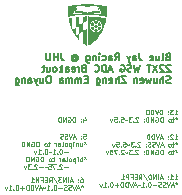
<source format=gbo>
G04 #@! TF.GenerationSoftware,KiCad,Pcbnew,9.0.4*
G04 #@! TF.CreationDate,2025-12-19T16:33:40-05:00*
G04 #@! TF.ProjectId,ADS1120IPWR,41445331-3132-4304-9950-57522e6b6963,rev?*
G04 #@! TF.SameCoordinates,Original*
G04 #@! TF.FileFunction,Legend,Bot*
G04 #@! TF.FilePolarity,Positive*
%FSLAX46Y46*%
G04 Gerber Fmt 4.6, Leading zero omitted, Abs format (unit mm)*
G04 Created by KiCad (PCBNEW 9.0.4) date 2025-12-19 16:33:40*
%MOMM*%
%LPD*%
G01*
G04 APERTURE LIST*
%ADD10C,0.100000*%
%ADD11C,0.150000*%
%ADD12C,0.000000*%
%ADD13C,1.700000*%
%ADD14R,1.700000X1.700000*%
G04 APERTURE END LIST*
D10*
X153667544Y-62679180D02*
X153667544Y-62945847D01*
X153762782Y-62526800D02*
X153858020Y-62812514D01*
X153858020Y-62812514D02*
X153610401Y-62812514D01*
X153458020Y-62907752D02*
X153438973Y-62926800D01*
X153438973Y-62926800D02*
X153458020Y-62945847D01*
X153458020Y-62945847D02*
X153477068Y-62926800D01*
X153477068Y-62926800D02*
X153458020Y-62907752D01*
X153458020Y-62907752D02*
X153458020Y-62945847D01*
X153458020Y-62698228D02*
X153438973Y-62717276D01*
X153438973Y-62717276D02*
X153458020Y-62736323D01*
X153458020Y-62736323D02*
X153477068Y-62717276D01*
X153477068Y-62717276D02*
X153458020Y-62698228D01*
X153458020Y-62698228D02*
X153458020Y-62736323D01*
X152962782Y-62945847D02*
X152962782Y-62545847D01*
X152962782Y-62545847D02*
X152867544Y-62545847D01*
X152867544Y-62545847D02*
X152810401Y-62564895D01*
X152810401Y-62564895D02*
X152772306Y-62602990D01*
X152772306Y-62602990D02*
X152753259Y-62641085D01*
X152753259Y-62641085D02*
X152734211Y-62717276D01*
X152734211Y-62717276D02*
X152734211Y-62774419D01*
X152734211Y-62774419D02*
X152753259Y-62850609D01*
X152753259Y-62850609D02*
X152772306Y-62888704D01*
X152772306Y-62888704D02*
X152810401Y-62926800D01*
X152810401Y-62926800D02*
X152867544Y-62945847D01*
X152867544Y-62945847D02*
X152962782Y-62945847D01*
X152353259Y-62564895D02*
X152391354Y-62545847D01*
X152391354Y-62545847D02*
X152448497Y-62545847D01*
X152448497Y-62545847D02*
X152505640Y-62564895D01*
X152505640Y-62564895D02*
X152543735Y-62602990D01*
X152543735Y-62602990D02*
X152562782Y-62641085D01*
X152562782Y-62641085D02*
X152581830Y-62717276D01*
X152581830Y-62717276D02*
X152581830Y-62774419D01*
X152581830Y-62774419D02*
X152562782Y-62850609D01*
X152562782Y-62850609D02*
X152543735Y-62888704D01*
X152543735Y-62888704D02*
X152505640Y-62926800D01*
X152505640Y-62926800D02*
X152448497Y-62945847D01*
X152448497Y-62945847D02*
X152410401Y-62945847D01*
X152410401Y-62945847D02*
X152353259Y-62926800D01*
X152353259Y-62926800D02*
X152334211Y-62907752D01*
X152334211Y-62907752D02*
X152334211Y-62774419D01*
X152334211Y-62774419D02*
X152410401Y-62774419D01*
X152162782Y-62945847D02*
X152162782Y-62545847D01*
X152162782Y-62545847D02*
X151934211Y-62945847D01*
X151934211Y-62945847D02*
X151934211Y-62545847D01*
X151743734Y-62945847D02*
X151743734Y-62545847D01*
X151743734Y-62545847D02*
X151648496Y-62545847D01*
X151648496Y-62545847D02*
X151591353Y-62564895D01*
X151591353Y-62564895D02*
X151553258Y-62602990D01*
X151553258Y-62602990D02*
X151534211Y-62641085D01*
X151534211Y-62641085D02*
X151515163Y-62717276D01*
X151515163Y-62717276D02*
X151515163Y-62774419D01*
X151515163Y-62774419D02*
X151534211Y-62850609D01*
X151534211Y-62850609D02*
X151553258Y-62888704D01*
X151553258Y-62888704D02*
X151591353Y-62926800D01*
X151591353Y-62926800D02*
X151648496Y-62945847D01*
X151648496Y-62945847D02*
X151743734Y-62945847D01*
X153648496Y-63969935D02*
X153838972Y-63969935D01*
X153838972Y-63969935D02*
X153858020Y-64160411D01*
X153858020Y-64160411D02*
X153838972Y-64141364D01*
X153838972Y-64141364D02*
X153800877Y-64122316D01*
X153800877Y-64122316D02*
X153705639Y-64122316D01*
X153705639Y-64122316D02*
X153667544Y-64141364D01*
X153667544Y-64141364D02*
X153648496Y-64160411D01*
X153648496Y-64160411D02*
X153629449Y-64198507D01*
X153629449Y-64198507D02*
X153629449Y-64293745D01*
X153629449Y-64293745D02*
X153648496Y-64331840D01*
X153648496Y-64331840D02*
X153667544Y-64350888D01*
X153667544Y-64350888D02*
X153705639Y-64369935D01*
X153705639Y-64369935D02*
X153800877Y-64369935D01*
X153800877Y-64369935D02*
X153838972Y-64350888D01*
X153838972Y-64350888D02*
X153858020Y-64331840D01*
X153458020Y-64331840D02*
X153438973Y-64350888D01*
X153438973Y-64350888D02*
X153458020Y-64369935D01*
X153458020Y-64369935D02*
X153477068Y-64350888D01*
X153477068Y-64350888D02*
X153458020Y-64331840D01*
X153458020Y-64331840D02*
X153458020Y-64369935D01*
X153458020Y-64122316D02*
X153438973Y-64141364D01*
X153438973Y-64141364D02*
X153458020Y-64160411D01*
X153458020Y-64160411D02*
X153477068Y-64141364D01*
X153477068Y-64141364D02*
X153458020Y-64122316D01*
X153458020Y-64122316D02*
X153458020Y-64160411D01*
X152981830Y-64255649D02*
X152791354Y-64255649D01*
X153019925Y-64369935D02*
X152886592Y-63969935D01*
X152886592Y-63969935D02*
X152753259Y-64369935D01*
X152677068Y-63969935D02*
X152543735Y-64369935D01*
X152543735Y-64369935D02*
X152410402Y-63969935D01*
X152296116Y-64350888D02*
X152238973Y-64369935D01*
X152238973Y-64369935D02*
X152143735Y-64369935D01*
X152143735Y-64369935D02*
X152105640Y-64350888D01*
X152105640Y-64350888D02*
X152086592Y-64331840D01*
X152086592Y-64331840D02*
X152067545Y-64293745D01*
X152067545Y-64293745D02*
X152067545Y-64255649D01*
X152067545Y-64255649D02*
X152086592Y-64217554D01*
X152086592Y-64217554D02*
X152105640Y-64198507D01*
X152105640Y-64198507D02*
X152143735Y-64179459D01*
X152143735Y-64179459D02*
X152219926Y-64160411D01*
X152219926Y-64160411D02*
X152258021Y-64141364D01*
X152258021Y-64141364D02*
X152277068Y-64122316D01*
X152277068Y-64122316D02*
X152296116Y-64084221D01*
X152296116Y-64084221D02*
X152296116Y-64046126D01*
X152296116Y-64046126D02*
X152277068Y-64008030D01*
X152277068Y-64008030D02*
X152258021Y-63988983D01*
X152258021Y-63988983D02*
X152219926Y-63969935D01*
X152219926Y-63969935D02*
X152124687Y-63969935D01*
X152124687Y-63969935D02*
X152067545Y-63988983D01*
X151915164Y-64350888D02*
X151858021Y-64369935D01*
X151858021Y-64369935D02*
X151762783Y-64369935D01*
X151762783Y-64369935D02*
X151724688Y-64350888D01*
X151724688Y-64350888D02*
X151705640Y-64331840D01*
X151705640Y-64331840D02*
X151686593Y-64293745D01*
X151686593Y-64293745D02*
X151686593Y-64255649D01*
X151686593Y-64255649D02*
X151705640Y-64217554D01*
X151705640Y-64217554D02*
X151724688Y-64198507D01*
X151724688Y-64198507D02*
X151762783Y-64179459D01*
X151762783Y-64179459D02*
X151838974Y-64160411D01*
X151838974Y-64160411D02*
X151877069Y-64141364D01*
X151877069Y-64141364D02*
X151896116Y-64122316D01*
X151896116Y-64122316D02*
X151915164Y-64084221D01*
X151915164Y-64084221D02*
X151915164Y-64046126D01*
X151915164Y-64046126D02*
X151896116Y-64008030D01*
X151896116Y-64008030D02*
X151877069Y-63988983D01*
X151877069Y-63988983D02*
X151838974Y-63969935D01*
X151838974Y-63969935D02*
X151743735Y-63969935D01*
X151743735Y-63969935D02*
X151686593Y-63988983D01*
X153781830Y-64613913D02*
X153781830Y-64709151D01*
X153877068Y-64671056D02*
X153781830Y-64709151D01*
X153781830Y-64709151D02*
X153686591Y-64671056D01*
X153838972Y-64785342D02*
X153781830Y-64709151D01*
X153781830Y-64709151D02*
X153724687Y-64785342D01*
X153362782Y-64747246D02*
X153362782Y-65013913D01*
X153534210Y-64747246D02*
X153534210Y-64956770D01*
X153534210Y-64956770D02*
X153515163Y-64994866D01*
X153515163Y-64994866D02*
X153477068Y-65013913D01*
X153477068Y-65013913D02*
X153419925Y-65013913D01*
X153419925Y-65013913D02*
X153381829Y-64994866D01*
X153381829Y-64994866D02*
X153362782Y-64975818D01*
X153172305Y-64747246D02*
X153172305Y-65013913D01*
X153172305Y-64785342D02*
X153153258Y-64766294D01*
X153153258Y-64766294D02*
X153115163Y-64747246D01*
X153115163Y-64747246D02*
X153058020Y-64747246D01*
X153058020Y-64747246D02*
X153019924Y-64766294D01*
X153019924Y-64766294D02*
X153000877Y-64804389D01*
X153000877Y-64804389D02*
X153000877Y-65013913D01*
X152810400Y-65013913D02*
X152810400Y-64747246D01*
X152810400Y-64613913D02*
X152829448Y-64632961D01*
X152829448Y-64632961D02*
X152810400Y-64652008D01*
X152810400Y-64652008D02*
X152791353Y-64632961D01*
X152791353Y-64632961D02*
X152810400Y-64613913D01*
X152810400Y-64613913D02*
X152810400Y-64652008D01*
X152619924Y-64747246D02*
X152619924Y-65147246D01*
X152619924Y-64766294D02*
X152581829Y-64747246D01*
X152581829Y-64747246D02*
X152505639Y-64747246D01*
X152505639Y-64747246D02*
X152467543Y-64766294D01*
X152467543Y-64766294D02*
X152448496Y-64785342D01*
X152448496Y-64785342D02*
X152429448Y-64823437D01*
X152429448Y-64823437D02*
X152429448Y-64937723D01*
X152429448Y-64937723D02*
X152448496Y-64975818D01*
X152448496Y-64975818D02*
X152467543Y-64994866D01*
X152467543Y-64994866D02*
X152505639Y-65013913D01*
X152505639Y-65013913D02*
X152581829Y-65013913D01*
X152581829Y-65013913D02*
X152619924Y-64994866D01*
X152200877Y-65013913D02*
X152238972Y-64994866D01*
X152238972Y-64994866D02*
X152258019Y-64975818D01*
X152258019Y-64975818D02*
X152277067Y-64937723D01*
X152277067Y-64937723D02*
X152277067Y-64823437D01*
X152277067Y-64823437D02*
X152258019Y-64785342D01*
X152258019Y-64785342D02*
X152238972Y-64766294D01*
X152238972Y-64766294D02*
X152200877Y-64747246D01*
X152200877Y-64747246D02*
X152143734Y-64747246D01*
X152143734Y-64747246D02*
X152105638Y-64766294D01*
X152105638Y-64766294D02*
X152086591Y-64785342D01*
X152086591Y-64785342D02*
X152067543Y-64823437D01*
X152067543Y-64823437D02*
X152067543Y-64937723D01*
X152067543Y-64937723D02*
X152086591Y-64975818D01*
X152086591Y-64975818D02*
X152105638Y-64994866D01*
X152105638Y-64994866D02*
X152143734Y-65013913D01*
X152143734Y-65013913D02*
X152200877Y-65013913D01*
X151838972Y-65013913D02*
X151877067Y-64994866D01*
X151877067Y-64994866D02*
X151896114Y-64956770D01*
X151896114Y-64956770D02*
X151896114Y-64613913D01*
X151515162Y-65013913D02*
X151515162Y-64804389D01*
X151515162Y-64804389D02*
X151534209Y-64766294D01*
X151534209Y-64766294D02*
X151572305Y-64747246D01*
X151572305Y-64747246D02*
X151648495Y-64747246D01*
X151648495Y-64747246D02*
X151686590Y-64766294D01*
X151515162Y-64994866D02*
X151553257Y-65013913D01*
X151553257Y-65013913D02*
X151648495Y-65013913D01*
X151648495Y-65013913D02*
X151686590Y-64994866D01*
X151686590Y-64994866D02*
X151705638Y-64956770D01*
X151705638Y-64956770D02*
X151705638Y-64918675D01*
X151705638Y-64918675D02*
X151686590Y-64880580D01*
X151686590Y-64880580D02*
X151648495Y-64861532D01*
X151648495Y-64861532D02*
X151553257Y-64861532D01*
X151553257Y-64861532D02*
X151515162Y-64842485D01*
X151324685Y-65013913D02*
X151324685Y-64747246D01*
X151324685Y-64823437D02*
X151305638Y-64785342D01*
X151305638Y-64785342D02*
X151286590Y-64766294D01*
X151286590Y-64766294D02*
X151248495Y-64747246D01*
X151248495Y-64747246D02*
X151210400Y-64747246D01*
X150829447Y-64747246D02*
X150677066Y-64747246D01*
X150772304Y-64613913D02*
X150772304Y-64956770D01*
X150772304Y-64956770D02*
X150753257Y-64994866D01*
X150753257Y-64994866D02*
X150715162Y-65013913D01*
X150715162Y-65013913D02*
X150677066Y-65013913D01*
X150486591Y-65013913D02*
X150524686Y-64994866D01*
X150524686Y-64994866D02*
X150543733Y-64975818D01*
X150543733Y-64975818D02*
X150562781Y-64937723D01*
X150562781Y-64937723D02*
X150562781Y-64823437D01*
X150562781Y-64823437D02*
X150543733Y-64785342D01*
X150543733Y-64785342D02*
X150524686Y-64766294D01*
X150524686Y-64766294D02*
X150486591Y-64747246D01*
X150486591Y-64747246D02*
X150429448Y-64747246D01*
X150429448Y-64747246D02*
X150391352Y-64766294D01*
X150391352Y-64766294D02*
X150372305Y-64785342D01*
X150372305Y-64785342D02*
X150353257Y-64823437D01*
X150353257Y-64823437D02*
X150353257Y-64937723D01*
X150353257Y-64937723D02*
X150372305Y-64975818D01*
X150372305Y-64975818D02*
X150391352Y-64994866D01*
X150391352Y-64994866D02*
X150429448Y-65013913D01*
X150429448Y-65013913D02*
X150486591Y-65013913D01*
X149877066Y-65013913D02*
X149877066Y-64613913D01*
X149877066Y-64613913D02*
X149781828Y-64613913D01*
X149781828Y-64613913D02*
X149724685Y-64632961D01*
X149724685Y-64632961D02*
X149686590Y-64671056D01*
X149686590Y-64671056D02*
X149667543Y-64709151D01*
X149667543Y-64709151D02*
X149648495Y-64785342D01*
X149648495Y-64785342D02*
X149648495Y-64842485D01*
X149648495Y-64842485D02*
X149667543Y-64918675D01*
X149667543Y-64918675D02*
X149686590Y-64956770D01*
X149686590Y-64956770D02*
X149724685Y-64994866D01*
X149724685Y-64994866D02*
X149781828Y-65013913D01*
X149781828Y-65013913D02*
X149877066Y-65013913D01*
X149267543Y-64632961D02*
X149305638Y-64613913D01*
X149305638Y-64613913D02*
X149362781Y-64613913D01*
X149362781Y-64613913D02*
X149419924Y-64632961D01*
X149419924Y-64632961D02*
X149458019Y-64671056D01*
X149458019Y-64671056D02*
X149477066Y-64709151D01*
X149477066Y-64709151D02*
X149496114Y-64785342D01*
X149496114Y-64785342D02*
X149496114Y-64842485D01*
X149496114Y-64842485D02*
X149477066Y-64918675D01*
X149477066Y-64918675D02*
X149458019Y-64956770D01*
X149458019Y-64956770D02*
X149419924Y-64994866D01*
X149419924Y-64994866D02*
X149362781Y-65013913D01*
X149362781Y-65013913D02*
X149324685Y-65013913D01*
X149324685Y-65013913D02*
X149267543Y-64994866D01*
X149267543Y-64994866D02*
X149248495Y-64975818D01*
X149248495Y-64975818D02*
X149248495Y-64842485D01*
X149248495Y-64842485D02*
X149324685Y-64842485D01*
X149077066Y-65013913D02*
X149077066Y-64613913D01*
X149077066Y-64613913D02*
X148848495Y-65013913D01*
X148848495Y-65013913D02*
X148848495Y-64613913D01*
X148658018Y-65013913D02*
X148658018Y-64613913D01*
X148658018Y-64613913D02*
X148562780Y-64613913D01*
X148562780Y-64613913D02*
X148505637Y-64632961D01*
X148505637Y-64632961D02*
X148467542Y-64671056D01*
X148467542Y-64671056D02*
X148448495Y-64709151D01*
X148448495Y-64709151D02*
X148429447Y-64785342D01*
X148429447Y-64785342D02*
X148429447Y-64842485D01*
X148429447Y-64842485D02*
X148448495Y-64918675D01*
X148448495Y-64918675D02*
X148467542Y-64956770D01*
X148467542Y-64956770D02*
X148505637Y-64994866D01*
X148505637Y-64994866D02*
X148562780Y-65013913D01*
X148562780Y-65013913D02*
X148658018Y-65013913D01*
X152334211Y-65505510D02*
X152029450Y-65505510D01*
X151762783Y-65257891D02*
X151724688Y-65257891D01*
X151724688Y-65257891D02*
X151686592Y-65276939D01*
X151686592Y-65276939D02*
X151667545Y-65295986D01*
X151667545Y-65295986D02*
X151648497Y-65334082D01*
X151648497Y-65334082D02*
X151629450Y-65410272D01*
X151629450Y-65410272D02*
X151629450Y-65505510D01*
X151629450Y-65505510D02*
X151648497Y-65581701D01*
X151648497Y-65581701D02*
X151667545Y-65619796D01*
X151667545Y-65619796D02*
X151686592Y-65638844D01*
X151686592Y-65638844D02*
X151724688Y-65657891D01*
X151724688Y-65657891D02*
X151762783Y-65657891D01*
X151762783Y-65657891D02*
X151800878Y-65638844D01*
X151800878Y-65638844D02*
X151819926Y-65619796D01*
X151819926Y-65619796D02*
X151838973Y-65581701D01*
X151838973Y-65581701D02*
X151858021Y-65505510D01*
X151858021Y-65505510D02*
X151858021Y-65410272D01*
X151858021Y-65410272D02*
X151838973Y-65334082D01*
X151838973Y-65334082D02*
X151819926Y-65295986D01*
X151819926Y-65295986D02*
X151800878Y-65276939D01*
X151800878Y-65276939D02*
X151762783Y-65257891D01*
X151458021Y-65619796D02*
X151438974Y-65638844D01*
X151438974Y-65638844D02*
X151458021Y-65657891D01*
X151458021Y-65657891D02*
X151477069Y-65638844D01*
X151477069Y-65638844D02*
X151458021Y-65619796D01*
X151458021Y-65619796D02*
X151458021Y-65657891D01*
X151058022Y-65657891D02*
X151286593Y-65657891D01*
X151172307Y-65657891D02*
X151172307Y-65257891D01*
X151172307Y-65257891D02*
X151210403Y-65315034D01*
X151210403Y-65315034D02*
X151248498Y-65353129D01*
X151248498Y-65353129D02*
X151286593Y-65372177D01*
X150943736Y-65505510D02*
X150924689Y-65486463D01*
X150924689Y-65486463D02*
X150886593Y-65467415D01*
X150886593Y-65467415D02*
X150810403Y-65505510D01*
X150810403Y-65505510D02*
X150772308Y-65486463D01*
X150772308Y-65486463D02*
X150753260Y-65467415D01*
X150524689Y-65257891D02*
X150486594Y-65257891D01*
X150486594Y-65257891D02*
X150448498Y-65276939D01*
X150448498Y-65276939D02*
X150429451Y-65295986D01*
X150429451Y-65295986D02*
X150410403Y-65334082D01*
X150410403Y-65334082D02*
X150391356Y-65410272D01*
X150391356Y-65410272D02*
X150391356Y-65505510D01*
X150391356Y-65505510D02*
X150410403Y-65581701D01*
X150410403Y-65581701D02*
X150429451Y-65619796D01*
X150429451Y-65619796D02*
X150448498Y-65638844D01*
X150448498Y-65638844D02*
X150486594Y-65657891D01*
X150486594Y-65657891D02*
X150524689Y-65657891D01*
X150524689Y-65657891D02*
X150562784Y-65638844D01*
X150562784Y-65638844D02*
X150581832Y-65619796D01*
X150581832Y-65619796D02*
X150600879Y-65581701D01*
X150600879Y-65581701D02*
X150619927Y-65505510D01*
X150619927Y-65505510D02*
X150619927Y-65410272D01*
X150619927Y-65410272D02*
X150600879Y-65334082D01*
X150600879Y-65334082D02*
X150581832Y-65295986D01*
X150581832Y-65295986D02*
X150562784Y-65276939D01*
X150562784Y-65276939D02*
X150524689Y-65257891D01*
X150219927Y-65619796D02*
X150200880Y-65638844D01*
X150200880Y-65638844D02*
X150219927Y-65657891D01*
X150219927Y-65657891D02*
X150238975Y-65638844D01*
X150238975Y-65638844D02*
X150219927Y-65619796D01*
X150219927Y-65619796D02*
X150219927Y-65657891D01*
X149819928Y-65657891D02*
X150048499Y-65657891D01*
X149934213Y-65657891D02*
X149934213Y-65257891D01*
X149934213Y-65257891D02*
X149972309Y-65315034D01*
X149972309Y-65315034D02*
X150010404Y-65353129D01*
X150010404Y-65353129D02*
X150048499Y-65372177D01*
X149686595Y-65391224D02*
X149591357Y-65657891D01*
X149591357Y-65657891D02*
X149496118Y-65391224D01*
X153781830Y-65901869D02*
X153781830Y-65997107D01*
X153877068Y-65959012D02*
X153781830Y-65997107D01*
X153781830Y-65997107D02*
X153686591Y-65959012D01*
X153838972Y-66073298D02*
X153781830Y-65997107D01*
X153781830Y-65997107D02*
X153724687Y-66073298D01*
X153534210Y-66301869D02*
X153534210Y-65901869D01*
X153534210Y-66054250D02*
X153496115Y-66035202D01*
X153496115Y-66035202D02*
X153419925Y-66035202D01*
X153419925Y-66035202D02*
X153381829Y-66054250D01*
X153381829Y-66054250D02*
X153362782Y-66073298D01*
X153362782Y-66073298D02*
X153343734Y-66111393D01*
X153343734Y-66111393D02*
X153343734Y-66225679D01*
X153343734Y-66225679D02*
X153362782Y-66263774D01*
X153362782Y-66263774D02*
X153381829Y-66282822D01*
X153381829Y-66282822D02*
X153419925Y-66301869D01*
X153419925Y-66301869D02*
X153496115Y-66301869D01*
X153496115Y-66301869D02*
X153534210Y-66282822D01*
X153172305Y-66301869D02*
X153172305Y-66035202D01*
X153172305Y-65901869D02*
X153191353Y-65920917D01*
X153191353Y-65920917D02*
X153172305Y-65939964D01*
X153172305Y-65939964D02*
X153153258Y-65920917D01*
X153153258Y-65920917D02*
X153172305Y-65901869D01*
X153172305Y-65901869D02*
X153172305Y-65939964D01*
X152981829Y-66035202D02*
X152981829Y-66435202D01*
X152981829Y-66054250D02*
X152943734Y-66035202D01*
X152943734Y-66035202D02*
X152867544Y-66035202D01*
X152867544Y-66035202D02*
X152829448Y-66054250D01*
X152829448Y-66054250D02*
X152810401Y-66073298D01*
X152810401Y-66073298D02*
X152791353Y-66111393D01*
X152791353Y-66111393D02*
X152791353Y-66225679D01*
X152791353Y-66225679D02*
X152810401Y-66263774D01*
X152810401Y-66263774D02*
X152829448Y-66282822D01*
X152829448Y-66282822D02*
X152867544Y-66301869D01*
X152867544Y-66301869D02*
X152943734Y-66301869D01*
X152943734Y-66301869D02*
X152981829Y-66282822D01*
X152562782Y-66301869D02*
X152600877Y-66282822D01*
X152600877Y-66282822D02*
X152619924Y-66263774D01*
X152619924Y-66263774D02*
X152638972Y-66225679D01*
X152638972Y-66225679D02*
X152638972Y-66111393D01*
X152638972Y-66111393D02*
X152619924Y-66073298D01*
X152619924Y-66073298D02*
X152600877Y-66054250D01*
X152600877Y-66054250D02*
X152562782Y-66035202D01*
X152562782Y-66035202D02*
X152505639Y-66035202D01*
X152505639Y-66035202D02*
X152467543Y-66054250D01*
X152467543Y-66054250D02*
X152448496Y-66073298D01*
X152448496Y-66073298D02*
X152429448Y-66111393D01*
X152429448Y-66111393D02*
X152429448Y-66225679D01*
X152429448Y-66225679D02*
X152448496Y-66263774D01*
X152448496Y-66263774D02*
X152467543Y-66282822D01*
X152467543Y-66282822D02*
X152505639Y-66301869D01*
X152505639Y-66301869D02*
X152562782Y-66301869D01*
X152200877Y-66301869D02*
X152238972Y-66282822D01*
X152238972Y-66282822D02*
X152258019Y-66244726D01*
X152258019Y-66244726D02*
X152258019Y-65901869D01*
X151877067Y-66301869D02*
X151877067Y-66092345D01*
X151877067Y-66092345D02*
X151896114Y-66054250D01*
X151896114Y-66054250D02*
X151934210Y-66035202D01*
X151934210Y-66035202D02*
X152010400Y-66035202D01*
X152010400Y-66035202D02*
X152048495Y-66054250D01*
X151877067Y-66282822D02*
X151915162Y-66301869D01*
X151915162Y-66301869D02*
X152010400Y-66301869D01*
X152010400Y-66301869D02*
X152048495Y-66282822D01*
X152048495Y-66282822D02*
X152067543Y-66244726D01*
X152067543Y-66244726D02*
X152067543Y-66206631D01*
X152067543Y-66206631D02*
X152048495Y-66168536D01*
X152048495Y-66168536D02*
X152010400Y-66149488D01*
X152010400Y-66149488D02*
X151915162Y-66149488D01*
X151915162Y-66149488D02*
X151877067Y-66130441D01*
X151686590Y-66301869D02*
X151686590Y-66035202D01*
X151686590Y-66111393D02*
X151667543Y-66073298D01*
X151667543Y-66073298D02*
X151648495Y-66054250D01*
X151648495Y-66054250D02*
X151610400Y-66035202D01*
X151610400Y-66035202D02*
X151572305Y-66035202D01*
X151191352Y-66035202D02*
X151038971Y-66035202D01*
X151134209Y-65901869D02*
X151134209Y-66244726D01*
X151134209Y-66244726D02*
X151115162Y-66282822D01*
X151115162Y-66282822D02*
X151077067Y-66301869D01*
X151077067Y-66301869D02*
X151038971Y-66301869D01*
X150848496Y-66301869D02*
X150886591Y-66282822D01*
X150886591Y-66282822D02*
X150905638Y-66263774D01*
X150905638Y-66263774D02*
X150924686Y-66225679D01*
X150924686Y-66225679D02*
X150924686Y-66111393D01*
X150924686Y-66111393D02*
X150905638Y-66073298D01*
X150905638Y-66073298D02*
X150886591Y-66054250D01*
X150886591Y-66054250D02*
X150848496Y-66035202D01*
X150848496Y-66035202D02*
X150791353Y-66035202D01*
X150791353Y-66035202D02*
X150753257Y-66054250D01*
X150753257Y-66054250D02*
X150734210Y-66073298D01*
X150734210Y-66073298D02*
X150715162Y-66111393D01*
X150715162Y-66111393D02*
X150715162Y-66225679D01*
X150715162Y-66225679D02*
X150734210Y-66263774D01*
X150734210Y-66263774D02*
X150753257Y-66282822D01*
X150753257Y-66282822D02*
X150791353Y-66301869D01*
X150791353Y-66301869D02*
X150848496Y-66301869D01*
X150238971Y-66301869D02*
X150238971Y-65901869D01*
X150238971Y-65901869D02*
X150143733Y-65901869D01*
X150143733Y-65901869D02*
X150086590Y-65920917D01*
X150086590Y-65920917D02*
X150048495Y-65959012D01*
X150048495Y-65959012D02*
X150029448Y-65997107D01*
X150029448Y-65997107D02*
X150010400Y-66073298D01*
X150010400Y-66073298D02*
X150010400Y-66130441D01*
X150010400Y-66130441D02*
X150029448Y-66206631D01*
X150029448Y-66206631D02*
X150048495Y-66244726D01*
X150048495Y-66244726D02*
X150086590Y-66282822D01*
X150086590Y-66282822D02*
X150143733Y-66301869D01*
X150143733Y-66301869D02*
X150238971Y-66301869D01*
X149629448Y-65920917D02*
X149667543Y-65901869D01*
X149667543Y-65901869D02*
X149724686Y-65901869D01*
X149724686Y-65901869D02*
X149781829Y-65920917D01*
X149781829Y-65920917D02*
X149819924Y-65959012D01*
X149819924Y-65959012D02*
X149838971Y-65997107D01*
X149838971Y-65997107D02*
X149858019Y-66073298D01*
X149858019Y-66073298D02*
X149858019Y-66130441D01*
X149858019Y-66130441D02*
X149838971Y-66206631D01*
X149838971Y-66206631D02*
X149819924Y-66244726D01*
X149819924Y-66244726D02*
X149781829Y-66282822D01*
X149781829Y-66282822D02*
X149724686Y-66301869D01*
X149724686Y-66301869D02*
X149686590Y-66301869D01*
X149686590Y-66301869D02*
X149629448Y-66282822D01*
X149629448Y-66282822D02*
X149610400Y-66263774D01*
X149610400Y-66263774D02*
X149610400Y-66130441D01*
X149610400Y-66130441D02*
X149686590Y-66130441D01*
X149438971Y-66301869D02*
X149438971Y-65901869D01*
X149438971Y-65901869D02*
X149210400Y-66301869D01*
X149210400Y-66301869D02*
X149210400Y-65901869D01*
X149019923Y-66301869D02*
X149019923Y-65901869D01*
X149019923Y-65901869D02*
X148924685Y-65901869D01*
X148924685Y-65901869D02*
X148867542Y-65920917D01*
X148867542Y-65920917D02*
X148829447Y-65959012D01*
X148829447Y-65959012D02*
X148810400Y-65997107D01*
X148810400Y-65997107D02*
X148791352Y-66073298D01*
X148791352Y-66073298D02*
X148791352Y-66130441D01*
X148791352Y-66130441D02*
X148810400Y-66206631D01*
X148810400Y-66206631D02*
X148829447Y-66244726D01*
X148829447Y-66244726D02*
X148867542Y-66282822D01*
X148867542Y-66282822D02*
X148924685Y-66301869D01*
X148924685Y-66301869D02*
X149019923Y-66301869D01*
X152334211Y-66793466D02*
X152029450Y-66793466D01*
X151858021Y-66583942D02*
X151838973Y-66564895D01*
X151838973Y-66564895D02*
X151800878Y-66545847D01*
X151800878Y-66545847D02*
X151705640Y-66545847D01*
X151705640Y-66545847D02*
X151667545Y-66564895D01*
X151667545Y-66564895D02*
X151648497Y-66583942D01*
X151648497Y-66583942D02*
X151629450Y-66622038D01*
X151629450Y-66622038D02*
X151629450Y-66660133D01*
X151629450Y-66660133D02*
X151648497Y-66717276D01*
X151648497Y-66717276D02*
X151877069Y-66945847D01*
X151877069Y-66945847D02*
X151629450Y-66945847D01*
X151458021Y-66907752D02*
X151438974Y-66926800D01*
X151438974Y-66926800D02*
X151458021Y-66945847D01*
X151458021Y-66945847D02*
X151477069Y-66926800D01*
X151477069Y-66926800D02*
X151458021Y-66907752D01*
X151458021Y-66907752D02*
X151458021Y-66945847D01*
X151305641Y-66545847D02*
X151038974Y-66545847D01*
X151038974Y-66545847D02*
X151210403Y-66945847D01*
X150696117Y-66545847D02*
X150886593Y-66545847D01*
X150886593Y-66545847D02*
X150905641Y-66736323D01*
X150905641Y-66736323D02*
X150886593Y-66717276D01*
X150886593Y-66717276D02*
X150848498Y-66698228D01*
X150848498Y-66698228D02*
X150753260Y-66698228D01*
X150753260Y-66698228D02*
X150715165Y-66717276D01*
X150715165Y-66717276D02*
X150696117Y-66736323D01*
X150696117Y-66736323D02*
X150677070Y-66774419D01*
X150677070Y-66774419D02*
X150677070Y-66869657D01*
X150677070Y-66869657D02*
X150696117Y-66907752D01*
X150696117Y-66907752D02*
X150715165Y-66926800D01*
X150715165Y-66926800D02*
X150753260Y-66945847D01*
X150753260Y-66945847D02*
X150848498Y-66945847D01*
X150848498Y-66945847D02*
X150886593Y-66926800D01*
X150886593Y-66926800D02*
X150905641Y-66907752D01*
X150562784Y-66793466D02*
X150543737Y-66774419D01*
X150543737Y-66774419D02*
X150505641Y-66755371D01*
X150505641Y-66755371D02*
X150429451Y-66793466D01*
X150429451Y-66793466D02*
X150391356Y-66774419D01*
X150391356Y-66774419D02*
X150372308Y-66755371D01*
X150219927Y-66793466D02*
X149915166Y-66793466D01*
X149743737Y-66583942D02*
X149724689Y-66564895D01*
X149724689Y-66564895D02*
X149686594Y-66545847D01*
X149686594Y-66545847D02*
X149591356Y-66545847D01*
X149591356Y-66545847D02*
X149553261Y-66564895D01*
X149553261Y-66564895D02*
X149534213Y-66583942D01*
X149534213Y-66583942D02*
X149515166Y-66622038D01*
X149515166Y-66622038D02*
X149515166Y-66660133D01*
X149515166Y-66660133D02*
X149534213Y-66717276D01*
X149534213Y-66717276D02*
X149762785Y-66945847D01*
X149762785Y-66945847D02*
X149515166Y-66945847D01*
X149343737Y-66907752D02*
X149324690Y-66926800D01*
X149324690Y-66926800D02*
X149343737Y-66945847D01*
X149343737Y-66945847D02*
X149362785Y-66926800D01*
X149362785Y-66926800D02*
X149343737Y-66907752D01*
X149343737Y-66907752D02*
X149343737Y-66945847D01*
X149191357Y-66545847D02*
X148943738Y-66545847D01*
X148943738Y-66545847D02*
X149077071Y-66698228D01*
X149077071Y-66698228D02*
X149019928Y-66698228D01*
X149019928Y-66698228D02*
X148981833Y-66717276D01*
X148981833Y-66717276D02*
X148962785Y-66736323D01*
X148962785Y-66736323D02*
X148943738Y-66774419D01*
X148943738Y-66774419D02*
X148943738Y-66869657D01*
X148943738Y-66869657D02*
X148962785Y-66907752D01*
X148962785Y-66907752D02*
X148981833Y-66926800D01*
X148981833Y-66926800D02*
X149019928Y-66945847D01*
X149019928Y-66945847D02*
X149134214Y-66945847D01*
X149134214Y-66945847D02*
X149172309Y-66926800D01*
X149172309Y-66926800D02*
X149191357Y-66907752D01*
X148810405Y-66679180D02*
X148715167Y-66945847D01*
X148715167Y-66945847D02*
X148619928Y-66679180D01*
X153417544Y-67651869D02*
X153493734Y-67651869D01*
X153493734Y-67651869D02*
X153531830Y-67670917D01*
X153531830Y-67670917D02*
X153550877Y-67689964D01*
X153550877Y-67689964D02*
X153588972Y-67747107D01*
X153588972Y-67747107D02*
X153608020Y-67823298D01*
X153608020Y-67823298D02*
X153608020Y-67975679D01*
X153608020Y-67975679D02*
X153588972Y-68013774D01*
X153588972Y-68013774D02*
X153569925Y-68032822D01*
X153569925Y-68032822D02*
X153531830Y-68051869D01*
X153531830Y-68051869D02*
X153455639Y-68051869D01*
X153455639Y-68051869D02*
X153417544Y-68032822D01*
X153417544Y-68032822D02*
X153398496Y-68013774D01*
X153398496Y-68013774D02*
X153379449Y-67975679D01*
X153379449Y-67975679D02*
X153379449Y-67880441D01*
X153379449Y-67880441D02*
X153398496Y-67842345D01*
X153398496Y-67842345D02*
X153417544Y-67823298D01*
X153417544Y-67823298D02*
X153455639Y-67804250D01*
X153455639Y-67804250D02*
X153531830Y-67804250D01*
X153531830Y-67804250D02*
X153569925Y-67823298D01*
X153569925Y-67823298D02*
X153588972Y-67842345D01*
X153588972Y-67842345D02*
X153608020Y-67880441D01*
X153208020Y-68013774D02*
X153188973Y-68032822D01*
X153188973Y-68032822D02*
X153208020Y-68051869D01*
X153208020Y-68051869D02*
X153227068Y-68032822D01*
X153227068Y-68032822D02*
X153208020Y-68013774D01*
X153208020Y-68013774D02*
X153208020Y-68051869D01*
X153208020Y-67804250D02*
X153188973Y-67823298D01*
X153188973Y-67823298D02*
X153208020Y-67842345D01*
X153208020Y-67842345D02*
X153227068Y-67823298D01*
X153227068Y-67823298D02*
X153208020Y-67804250D01*
X153208020Y-67804250D02*
X153208020Y-67842345D01*
X152731830Y-67937583D02*
X152541354Y-67937583D01*
X152769925Y-68051869D02*
X152636592Y-67651869D01*
X152636592Y-67651869D02*
X152503259Y-68051869D01*
X152369925Y-68051869D02*
X152369925Y-67651869D01*
X152179449Y-68051869D02*
X152179449Y-67651869D01*
X152179449Y-67651869D02*
X151950878Y-68051869D01*
X151950878Y-68051869D02*
X151950878Y-67651869D01*
X151798497Y-67651869D02*
X151550878Y-67651869D01*
X151550878Y-67651869D02*
X151684211Y-67804250D01*
X151684211Y-67804250D02*
X151627068Y-67804250D01*
X151627068Y-67804250D02*
X151588973Y-67823298D01*
X151588973Y-67823298D02*
X151569925Y-67842345D01*
X151569925Y-67842345D02*
X151550878Y-67880441D01*
X151550878Y-67880441D02*
X151550878Y-67975679D01*
X151550878Y-67975679D02*
X151569925Y-68013774D01*
X151569925Y-68013774D02*
X151588973Y-68032822D01*
X151588973Y-68032822D02*
X151627068Y-68051869D01*
X151627068Y-68051869D02*
X151741354Y-68051869D01*
X151741354Y-68051869D02*
X151779449Y-68032822D01*
X151779449Y-68032822D02*
X151798497Y-68013774D01*
X151093735Y-67632822D02*
X151436592Y-68147107D01*
X150731830Y-68051869D02*
X150865163Y-67861393D01*
X150960401Y-68051869D02*
X150960401Y-67651869D01*
X150960401Y-67651869D02*
X150808020Y-67651869D01*
X150808020Y-67651869D02*
X150769925Y-67670917D01*
X150769925Y-67670917D02*
X150750878Y-67689964D01*
X150750878Y-67689964D02*
X150731830Y-67728060D01*
X150731830Y-67728060D02*
X150731830Y-67785202D01*
X150731830Y-67785202D02*
X150750878Y-67823298D01*
X150750878Y-67823298D02*
X150769925Y-67842345D01*
X150769925Y-67842345D02*
X150808020Y-67861393D01*
X150808020Y-67861393D02*
X150960401Y-67861393D01*
X150560401Y-67842345D02*
X150427068Y-67842345D01*
X150369925Y-68051869D02*
X150560401Y-68051869D01*
X150560401Y-68051869D02*
X150560401Y-67651869D01*
X150560401Y-67651869D02*
X150369925Y-67651869D01*
X150065163Y-67842345D02*
X150198496Y-67842345D01*
X150198496Y-68051869D02*
X150198496Y-67651869D01*
X150198496Y-67651869D02*
X150008020Y-67651869D01*
X149855639Y-68051869D02*
X149855639Y-67651869D01*
X149855639Y-67651869D02*
X149627068Y-68051869D01*
X149627068Y-68051869D02*
X149627068Y-67651869D01*
X149227068Y-68051869D02*
X149455639Y-68051869D01*
X149341353Y-68051869D02*
X149341353Y-67651869D01*
X149341353Y-67651869D02*
X149379449Y-67709012D01*
X149379449Y-67709012D02*
X149417544Y-67747107D01*
X149417544Y-67747107D02*
X149455639Y-67766155D01*
X153531830Y-68295847D02*
X153531830Y-68391085D01*
X153627068Y-68352990D02*
X153531830Y-68391085D01*
X153531830Y-68391085D02*
X153436591Y-68352990D01*
X153588972Y-68467276D02*
X153531830Y-68391085D01*
X153531830Y-68391085D02*
X153474687Y-68467276D01*
X153303258Y-68581561D02*
X153112782Y-68581561D01*
X153341353Y-68695847D02*
X153208020Y-68295847D01*
X153208020Y-68295847D02*
X153074687Y-68695847D01*
X152998496Y-68295847D02*
X152865163Y-68695847D01*
X152865163Y-68695847D02*
X152731830Y-68295847D01*
X152617544Y-68676800D02*
X152560401Y-68695847D01*
X152560401Y-68695847D02*
X152465163Y-68695847D01*
X152465163Y-68695847D02*
X152427068Y-68676800D01*
X152427068Y-68676800D02*
X152408020Y-68657752D01*
X152408020Y-68657752D02*
X152388973Y-68619657D01*
X152388973Y-68619657D02*
X152388973Y-68581561D01*
X152388973Y-68581561D02*
X152408020Y-68543466D01*
X152408020Y-68543466D02*
X152427068Y-68524419D01*
X152427068Y-68524419D02*
X152465163Y-68505371D01*
X152465163Y-68505371D02*
X152541354Y-68486323D01*
X152541354Y-68486323D02*
X152579449Y-68467276D01*
X152579449Y-68467276D02*
X152598496Y-68448228D01*
X152598496Y-68448228D02*
X152617544Y-68410133D01*
X152617544Y-68410133D02*
X152617544Y-68372038D01*
X152617544Y-68372038D02*
X152598496Y-68333942D01*
X152598496Y-68333942D02*
X152579449Y-68314895D01*
X152579449Y-68314895D02*
X152541354Y-68295847D01*
X152541354Y-68295847D02*
X152446115Y-68295847D01*
X152446115Y-68295847D02*
X152388973Y-68314895D01*
X152236592Y-68676800D02*
X152179449Y-68695847D01*
X152179449Y-68695847D02*
X152084211Y-68695847D01*
X152084211Y-68695847D02*
X152046116Y-68676800D01*
X152046116Y-68676800D02*
X152027068Y-68657752D01*
X152027068Y-68657752D02*
X152008021Y-68619657D01*
X152008021Y-68619657D02*
X152008021Y-68581561D01*
X152008021Y-68581561D02*
X152027068Y-68543466D01*
X152027068Y-68543466D02*
X152046116Y-68524419D01*
X152046116Y-68524419D02*
X152084211Y-68505371D01*
X152084211Y-68505371D02*
X152160402Y-68486323D01*
X152160402Y-68486323D02*
X152198497Y-68467276D01*
X152198497Y-68467276D02*
X152217544Y-68448228D01*
X152217544Y-68448228D02*
X152236592Y-68410133D01*
X152236592Y-68410133D02*
X152236592Y-68372038D01*
X152236592Y-68372038D02*
X152217544Y-68333942D01*
X152217544Y-68333942D02*
X152198497Y-68314895D01*
X152198497Y-68314895D02*
X152160402Y-68295847D01*
X152160402Y-68295847D02*
X152065163Y-68295847D01*
X152065163Y-68295847D02*
X152008021Y-68314895D01*
X151836592Y-68543466D02*
X151531831Y-68543466D01*
X151265164Y-68295847D02*
X151227069Y-68295847D01*
X151227069Y-68295847D02*
X151188973Y-68314895D01*
X151188973Y-68314895D02*
X151169926Y-68333942D01*
X151169926Y-68333942D02*
X151150878Y-68372038D01*
X151150878Y-68372038D02*
X151131831Y-68448228D01*
X151131831Y-68448228D02*
X151131831Y-68543466D01*
X151131831Y-68543466D02*
X151150878Y-68619657D01*
X151150878Y-68619657D02*
X151169926Y-68657752D01*
X151169926Y-68657752D02*
X151188973Y-68676800D01*
X151188973Y-68676800D02*
X151227069Y-68695847D01*
X151227069Y-68695847D02*
X151265164Y-68695847D01*
X151265164Y-68695847D02*
X151303259Y-68676800D01*
X151303259Y-68676800D02*
X151322307Y-68657752D01*
X151322307Y-68657752D02*
X151341354Y-68619657D01*
X151341354Y-68619657D02*
X151360402Y-68543466D01*
X151360402Y-68543466D02*
X151360402Y-68448228D01*
X151360402Y-68448228D02*
X151341354Y-68372038D01*
X151341354Y-68372038D02*
X151322307Y-68333942D01*
X151322307Y-68333942D02*
X151303259Y-68314895D01*
X151303259Y-68314895D02*
X151265164Y-68295847D01*
X150960402Y-68657752D02*
X150941355Y-68676800D01*
X150941355Y-68676800D02*
X150960402Y-68695847D01*
X150960402Y-68695847D02*
X150979450Y-68676800D01*
X150979450Y-68676800D02*
X150960402Y-68657752D01*
X150960402Y-68657752D02*
X150960402Y-68695847D01*
X150560403Y-68695847D02*
X150788974Y-68695847D01*
X150674688Y-68695847D02*
X150674688Y-68295847D01*
X150674688Y-68295847D02*
X150712784Y-68352990D01*
X150712784Y-68352990D02*
X150750879Y-68391085D01*
X150750879Y-68391085D02*
X150788974Y-68410133D01*
X150446117Y-68543466D02*
X150427070Y-68524419D01*
X150427070Y-68524419D02*
X150388974Y-68505371D01*
X150388974Y-68505371D02*
X150312784Y-68543466D01*
X150312784Y-68543466D02*
X150274689Y-68524419D01*
X150274689Y-68524419D02*
X150255641Y-68505371D01*
X150122308Y-68581561D02*
X149931832Y-68581561D01*
X150160403Y-68695847D02*
X150027070Y-68295847D01*
X150027070Y-68295847D02*
X149893737Y-68695847D01*
X149817546Y-68295847D02*
X149684213Y-68695847D01*
X149684213Y-68695847D02*
X149550880Y-68295847D01*
X149417546Y-68695847D02*
X149417546Y-68295847D01*
X149417546Y-68295847D02*
X149322308Y-68295847D01*
X149322308Y-68295847D02*
X149265165Y-68314895D01*
X149265165Y-68314895D02*
X149227070Y-68352990D01*
X149227070Y-68352990D02*
X149208023Y-68391085D01*
X149208023Y-68391085D02*
X149188975Y-68467276D01*
X149188975Y-68467276D02*
X149188975Y-68524419D01*
X149188975Y-68524419D02*
X149208023Y-68600609D01*
X149208023Y-68600609D02*
X149227070Y-68638704D01*
X149227070Y-68638704D02*
X149265165Y-68676800D01*
X149265165Y-68676800D02*
X149322308Y-68695847D01*
X149322308Y-68695847D02*
X149417546Y-68695847D01*
X149017546Y-68695847D02*
X149017546Y-68295847D01*
X149017546Y-68295847D02*
X148922308Y-68295847D01*
X148922308Y-68295847D02*
X148865165Y-68314895D01*
X148865165Y-68314895D02*
X148827070Y-68352990D01*
X148827070Y-68352990D02*
X148808023Y-68391085D01*
X148808023Y-68391085D02*
X148788975Y-68467276D01*
X148788975Y-68467276D02*
X148788975Y-68524419D01*
X148788975Y-68524419D02*
X148808023Y-68600609D01*
X148808023Y-68600609D02*
X148827070Y-68638704D01*
X148827070Y-68638704D02*
X148865165Y-68676800D01*
X148865165Y-68676800D02*
X148922308Y-68695847D01*
X148922308Y-68695847D02*
X149017546Y-68695847D01*
X148617546Y-68543466D02*
X148312785Y-68543466D01*
X148465165Y-68695847D02*
X148465165Y-68391085D01*
X148046118Y-68295847D02*
X148008023Y-68295847D01*
X148008023Y-68295847D02*
X147969927Y-68314895D01*
X147969927Y-68314895D02*
X147950880Y-68333942D01*
X147950880Y-68333942D02*
X147931832Y-68372038D01*
X147931832Y-68372038D02*
X147912785Y-68448228D01*
X147912785Y-68448228D02*
X147912785Y-68543466D01*
X147912785Y-68543466D02*
X147931832Y-68619657D01*
X147931832Y-68619657D02*
X147950880Y-68657752D01*
X147950880Y-68657752D02*
X147969927Y-68676800D01*
X147969927Y-68676800D02*
X148008023Y-68695847D01*
X148008023Y-68695847D02*
X148046118Y-68695847D01*
X148046118Y-68695847D02*
X148084213Y-68676800D01*
X148084213Y-68676800D02*
X148103261Y-68657752D01*
X148103261Y-68657752D02*
X148122308Y-68619657D01*
X148122308Y-68619657D02*
X148141356Y-68543466D01*
X148141356Y-68543466D02*
X148141356Y-68448228D01*
X148141356Y-68448228D02*
X148122308Y-68372038D01*
X148122308Y-68372038D02*
X148103261Y-68333942D01*
X148103261Y-68333942D02*
X148084213Y-68314895D01*
X148084213Y-68314895D02*
X148046118Y-68295847D01*
X147741356Y-68657752D02*
X147722309Y-68676800D01*
X147722309Y-68676800D02*
X147741356Y-68695847D01*
X147741356Y-68695847D02*
X147760404Y-68676800D01*
X147760404Y-68676800D02*
X147741356Y-68657752D01*
X147741356Y-68657752D02*
X147741356Y-68695847D01*
X147341357Y-68695847D02*
X147569928Y-68695847D01*
X147455642Y-68695847D02*
X147455642Y-68295847D01*
X147455642Y-68295847D02*
X147493738Y-68352990D01*
X147493738Y-68352990D02*
X147531833Y-68391085D01*
X147531833Y-68391085D02*
X147569928Y-68410133D01*
X147208024Y-68429180D02*
X147112786Y-68695847D01*
X147112786Y-68695847D02*
X147017547Y-68429180D01*
D11*
X160808458Y-57422553D02*
X160722744Y-57451125D01*
X160722744Y-57451125D02*
X160694173Y-57479696D01*
X160694173Y-57479696D02*
X160665601Y-57536839D01*
X160665601Y-57536839D02*
X160665601Y-57622553D01*
X160665601Y-57622553D02*
X160694173Y-57679696D01*
X160694173Y-57679696D02*
X160722744Y-57708268D01*
X160722744Y-57708268D02*
X160779887Y-57736839D01*
X160779887Y-57736839D02*
X161008458Y-57736839D01*
X161008458Y-57736839D02*
X161008458Y-57136839D01*
X161008458Y-57136839D02*
X160808458Y-57136839D01*
X160808458Y-57136839D02*
X160751316Y-57165410D01*
X160751316Y-57165410D02*
X160722744Y-57193982D01*
X160722744Y-57193982D02*
X160694173Y-57251125D01*
X160694173Y-57251125D02*
X160694173Y-57308268D01*
X160694173Y-57308268D02*
X160722744Y-57365410D01*
X160722744Y-57365410D02*
X160751316Y-57393982D01*
X160751316Y-57393982D02*
X160808458Y-57422553D01*
X160808458Y-57422553D02*
X161008458Y-57422553D01*
X160322744Y-57736839D02*
X160379887Y-57708268D01*
X160379887Y-57708268D02*
X160408458Y-57651125D01*
X160408458Y-57651125D02*
X160408458Y-57136839D01*
X159837030Y-57336839D02*
X159837030Y-57736839D01*
X160094172Y-57336839D02*
X160094172Y-57651125D01*
X160094172Y-57651125D02*
X160065601Y-57708268D01*
X160065601Y-57708268D02*
X160008458Y-57736839D01*
X160008458Y-57736839D02*
X159922744Y-57736839D01*
X159922744Y-57736839D02*
X159865601Y-57708268D01*
X159865601Y-57708268D02*
X159837030Y-57679696D01*
X159322744Y-57708268D02*
X159379887Y-57736839D01*
X159379887Y-57736839D02*
X159494173Y-57736839D01*
X159494173Y-57736839D02*
X159551315Y-57708268D01*
X159551315Y-57708268D02*
X159579887Y-57651125D01*
X159579887Y-57651125D02*
X159579887Y-57422553D01*
X159579887Y-57422553D02*
X159551315Y-57365410D01*
X159551315Y-57365410D02*
X159494173Y-57336839D01*
X159494173Y-57336839D02*
X159379887Y-57336839D01*
X159379887Y-57336839D02*
X159322744Y-57365410D01*
X159322744Y-57365410D02*
X159294173Y-57422553D01*
X159294173Y-57422553D02*
X159294173Y-57479696D01*
X159294173Y-57479696D02*
X159579887Y-57536839D01*
X158408458Y-57136839D02*
X158408458Y-57565410D01*
X158408458Y-57565410D02*
X158437029Y-57651125D01*
X158437029Y-57651125D02*
X158494172Y-57708268D01*
X158494172Y-57708268D02*
X158579886Y-57736839D01*
X158579886Y-57736839D02*
X158637029Y-57736839D01*
X157865601Y-57736839D02*
X157865601Y-57422553D01*
X157865601Y-57422553D02*
X157894172Y-57365410D01*
X157894172Y-57365410D02*
X157951315Y-57336839D01*
X157951315Y-57336839D02*
X158065601Y-57336839D01*
X158065601Y-57336839D02*
X158122743Y-57365410D01*
X157865601Y-57708268D02*
X157922743Y-57736839D01*
X157922743Y-57736839D02*
X158065601Y-57736839D01*
X158065601Y-57736839D02*
X158122743Y-57708268D01*
X158122743Y-57708268D02*
X158151315Y-57651125D01*
X158151315Y-57651125D02*
X158151315Y-57593982D01*
X158151315Y-57593982D02*
X158122743Y-57536839D01*
X158122743Y-57536839D02*
X158065601Y-57508268D01*
X158065601Y-57508268D02*
X157922743Y-57508268D01*
X157922743Y-57508268D02*
X157865601Y-57479696D01*
X157637029Y-57336839D02*
X157494172Y-57736839D01*
X157351315Y-57336839D02*
X157494172Y-57736839D01*
X157494172Y-57736839D02*
X157551315Y-57879696D01*
X157551315Y-57879696D02*
X157579886Y-57908268D01*
X157579886Y-57908268D02*
X157637029Y-57936839D01*
X156322743Y-57736839D02*
X156522743Y-57451125D01*
X156665600Y-57736839D02*
X156665600Y-57136839D01*
X156665600Y-57136839D02*
X156437029Y-57136839D01*
X156437029Y-57136839D02*
X156379886Y-57165410D01*
X156379886Y-57165410D02*
X156351315Y-57193982D01*
X156351315Y-57193982D02*
X156322743Y-57251125D01*
X156322743Y-57251125D02*
X156322743Y-57336839D01*
X156322743Y-57336839D02*
X156351315Y-57393982D01*
X156351315Y-57393982D02*
X156379886Y-57422553D01*
X156379886Y-57422553D02*
X156437029Y-57451125D01*
X156437029Y-57451125D02*
X156665600Y-57451125D01*
X155808458Y-57736839D02*
X155808458Y-57422553D01*
X155808458Y-57422553D02*
X155837029Y-57365410D01*
X155837029Y-57365410D02*
X155894172Y-57336839D01*
X155894172Y-57336839D02*
X156008458Y-57336839D01*
X156008458Y-57336839D02*
X156065600Y-57365410D01*
X155808458Y-57708268D02*
X155865600Y-57736839D01*
X155865600Y-57736839D02*
X156008458Y-57736839D01*
X156008458Y-57736839D02*
X156065600Y-57708268D01*
X156065600Y-57708268D02*
X156094172Y-57651125D01*
X156094172Y-57651125D02*
X156094172Y-57593982D01*
X156094172Y-57593982D02*
X156065600Y-57536839D01*
X156065600Y-57536839D02*
X156008458Y-57508268D01*
X156008458Y-57508268D02*
X155865600Y-57508268D01*
X155865600Y-57508268D02*
X155808458Y-57479696D01*
X155265601Y-57708268D02*
X155322743Y-57736839D01*
X155322743Y-57736839D02*
X155437029Y-57736839D01*
X155437029Y-57736839D02*
X155494172Y-57708268D01*
X155494172Y-57708268D02*
X155522743Y-57679696D01*
X155522743Y-57679696D02*
X155551315Y-57622553D01*
X155551315Y-57622553D02*
X155551315Y-57451125D01*
X155551315Y-57451125D02*
X155522743Y-57393982D01*
X155522743Y-57393982D02*
X155494172Y-57365410D01*
X155494172Y-57365410D02*
X155437029Y-57336839D01*
X155437029Y-57336839D02*
X155322743Y-57336839D01*
X155322743Y-57336839D02*
X155265601Y-57365410D01*
X155008457Y-57736839D02*
X155008457Y-57336839D01*
X155008457Y-57136839D02*
X155037029Y-57165410D01*
X155037029Y-57165410D02*
X155008457Y-57193982D01*
X155008457Y-57193982D02*
X154979886Y-57165410D01*
X154979886Y-57165410D02*
X155008457Y-57136839D01*
X155008457Y-57136839D02*
X155008457Y-57193982D01*
X154722743Y-57336839D02*
X154722743Y-57736839D01*
X154722743Y-57393982D02*
X154694172Y-57365410D01*
X154694172Y-57365410D02*
X154637029Y-57336839D01*
X154637029Y-57336839D02*
X154551315Y-57336839D01*
X154551315Y-57336839D02*
X154494172Y-57365410D01*
X154494172Y-57365410D02*
X154465601Y-57422553D01*
X154465601Y-57422553D02*
X154465601Y-57736839D01*
X153922744Y-57336839D02*
X153922744Y-57822553D01*
X153922744Y-57822553D02*
X153951315Y-57879696D01*
X153951315Y-57879696D02*
X153979886Y-57908268D01*
X153979886Y-57908268D02*
X154037029Y-57936839D01*
X154037029Y-57936839D02*
X154122744Y-57936839D01*
X154122744Y-57936839D02*
X154179886Y-57908268D01*
X153922744Y-57708268D02*
X153979886Y-57736839D01*
X153979886Y-57736839D02*
X154094172Y-57736839D01*
X154094172Y-57736839D02*
X154151315Y-57708268D01*
X154151315Y-57708268D02*
X154179886Y-57679696D01*
X154179886Y-57679696D02*
X154208458Y-57622553D01*
X154208458Y-57622553D02*
X154208458Y-57451125D01*
X154208458Y-57451125D02*
X154179886Y-57393982D01*
X154179886Y-57393982D02*
X154151315Y-57365410D01*
X154151315Y-57365410D02*
X154094172Y-57336839D01*
X154094172Y-57336839D02*
X153979886Y-57336839D01*
X153979886Y-57336839D02*
X153922744Y-57365410D01*
X152808458Y-57451125D02*
X152837029Y-57422553D01*
X152837029Y-57422553D02*
X152894172Y-57393982D01*
X152894172Y-57393982D02*
X152951315Y-57393982D01*
X152951315Y-57393982D02*
X153008458Y-57422553D01*
X153008458Y-57422553D02*
X153037029Y-57451125D01*
X153037029Y-57451125D02*
X153065601Y-57508268D01*
X153065601Y-57508268D02*
X153065601Y-57565410D01*
X153065601Y-57565410D02*
X153037029Y-57622553D01*
X153037029Y-57622553D02*
X153008458Y-57651125D01*
X153008458Y-57651125D02*
X152951315Y-57679696D01*
X152951315Y-57679696D02*
X152894172Y-57679696D01*
X152894172Y-57679696D02*
X152837029Y-57651125D01*
X152837029Y-57651125D02*
X152808458Y-57622553D01*
X152808458Y-57393982D02*
X152808458Y-57622553D01*
X152808458Y-57622553D02*
X152779886Y-57651125D01*
X152779886Y-57651125D02*
X152751315Y-57651125D01*
X152751315Y-57651125D02*
X152694172Y-57622553D01*
X152694172Y-57622553D02*
X152665601Y-57565410D01*
X152665601Y-57565410D02*
X152665601Y-57422553D01*
X152665601Y-57422553D02*
X152722744Y-57336839D01*
X152722744Y-57336839D02*
X152808458Y-57279696D01*
X152808458Y-57279696D02*
X152922744Y-57251125D01*
X152922744Y-57251125D02*
X153037029Y-57279696D01*
X153037029Y-57279696D02*
X153122744Y-57336839D01*
X153122744Y-57336839D02*
X153179886Y-57422553D01*
X153179886Y-57422553D02*
X153208458Y-57536839D01*
X153208458Y-57536839D02*
X153179886Y-57651125D01*
X153179886Y-57651125D02*
X153122744Y-57736839D01*
X153122744Y-57736839D02*
X153037029Y-57793982D01*
X153037029Y-57793982D02*
X152922744Y-57822553D01*
X152922744Y-57822553D02*
X152808458Y-57793982D01*
X152808458Y-57793982D02*
X152722744Y-57736839D01*
X151779886Y-57136839D02*
X151779886Y-57565410D01*
X151779886Y-57565410D02*
X151808457Y-57651125D01*
X151808457Y-57651125D02*
X151865600Y-57708268D01*
X151865600Y-57708268D02*
X151951314Y-57736839D01*
X151951314Y-57736839D02*
X152008457Y-57736839D01*
X151494171Y-57736839D02*
X151494171Y-57136839D01*
X151494171Y-57422553D02*
X151151314Y-57422553D01*
X151151314Y-57736839D02*
X151151314Y-57136839D01*
X150865600Y-57136839D02*
X150865600Y-57622553D01*
X150865600Y-57622553D02*
X150837029Y-57679696D01*
X150837029Y-57679696D02*
X150808458Y-57708268D01*
X150808458Y-57708268D02*
X150751315Y-57736839D01*
X150751315Y-57736839D02*
X150637029Y-57736839D01*
X150637029Y-57736839D02*
X150579886Y-57708268D01*
X150579886Y-57708268D02*
X150551315Y-57679696D01*
X150551315Y-57679696D02*
X150522743Y-57622553D01*
X150522743Y-57622553D02*
X150522743Y-57136839D01*
X161037030Y-58159948D02*
X161008458Y-58131376D01*
X161008458Y-58131376D02*
X160951316Y-58102805D01*
X160951316Y-58102805D02*
X160808458Y-58102805D01*
X160808458Y-58102805D02*
X160751316Y-58131376D01*
X160751316Y-58131376D02*
X160722744Y-58159948D01*
X160722744Y-58159948D02*
X160694173Y-58217091D01*
X160694173Y-58217091D02*
X160694173Y-58274234D01*
X160694173Y-58274234D02*
X160722744Y-58359948D01*
X160722744Y-58359948D02*
X161065601Y-58702805D01*
X161065601Y-58702805D02*
X160694173Y-58702805D01*
X160465601Y-58159948D02*
X160437029Y-58131376D01*
X160437029Y-58131376D02*
X160379887Y-58102805D01*
X160379887Y-58102805D02*
X160237029Y-58102805D01*
X160237029Y-58102805D02*
X160179887Y-58131376D01*
X160179887Y-58131376D02*
X160151315Y-58159948D01*
X160151315Y-58159948D02*
X160122744Y-58217091D01*
X160122744Y-58217091D02*
X160122744Y-58274234D01*
X160122744Y-58274234D02*
X160151315Y-58359948D01*
X160151315Y-58359948D02*
X160494172Y-58702805D01*
X160494172Y-58702805D02*
X160122744Y-58702805D01*
X159922743Y-58102805D02*
X159522743Y-58702805D01*
X159522743Y-58102805D02*
X159922743Y-58702805D01*
X159379886Y-58102805D02*
X159037029Y-58102805D01*
X159208457Y-58702805D02*
X159208457Y-58102805D01*
X158437028Y-58102805D02*
X158294171Y-58702805D01*
X158294171Y-58702805D02*
X158179885Y-58274234D01*
X158179885Y-58274234D02*
X158065600Y-58702805D01*
X158065600Y-58702805D02*
X157922743Y-58102805D01*
X157722743Y-58674234D02*
X157637029Y-58702805D01*
X157637029Y-58702805D02*
X157494171Y-58702805D01*
X157494171Y-58702805D02*
X157437029Y-58674234D01*
X157437029Y-58674234D02*
X157408457Y-58645662D01*
X157408457Y-58645662D02*
X157379886Y-58588519D01*
X157379886Y-58588519D02*
X157379886Y-58531376D01*
X157379886Y-58531376D02*
X157408457Y-58474234D01*
X157408457Y-58474234D02*
X157437029Y-58445662D01*
X157437029Y-58445662D02*
X157494171Y-58417091D01*
X157494171Y-58417091D02*
X157608457Y-58388519D01*
X157608457Y-58388519D02*
X157665600Y-58359948D01*
X157665600Y-58359948D02*
X157694171Y-58331376D01*
X157694171Y-58331376D02*
X157722743Y-58274234D01*
X157722743Y-58274234D02*
X157722743Y-58217091D01*
X157722743Y-58217091D02*
X157694171Y-58159948D01*
X157694171Y-58159948D02*
X157665600Y-58131376D01*
X157665600Y-58131376D02*
X157608457Y-58102805D01*
X157608457Y-58102805D02*
X157465600Y-58102805D01*
X157465600Y-58102805D02*
X157379886Y-58131376D01*
X156808457Y-58131376D02*
X156865600Y-58102805D01*
X156865600Y-58102805D02*
X156951314Y-58102805D01*
X156951314Y-58102805D02*
X157037028Y-58131376D01*
X157037028Y-58131376D02*
X157094171Y-58188519D01*
X157094171Y-58188519D02*
X157122742Y-58245662D01*
X157122742Y-58245662D02*
X157151314Y-58359948D01*
X157151314Y-58359948D02*
X157151314Y-58445662D01*
X157151314Y-58445662D02*
X157122742Y-58559948D01*
X157122742Y-58559948D02*
X157094171Y-58617091D01*
X157094171Y-58617091D02*
X157037028Y-58674234D01*
X157037028Y-58674234D02*
X156951314Y-58702805D01*
X156951314Y-58702805D02*
X156894171Y-58702805D01*
X156894171Y-58702805D02*
X156808457Y-58674234D01*
X156808457Y-58674234D02*
X156779885Y-58645662D01*
X156779885Y-58645662D02*
X156779885Y-58445662D01*
X156779885Y-58445662D02*
X156894171Y-58445662D01*
X156094171Y-58531376D02*
X155808457Y-58531376D01*
X156151314Y-58702805D02*
X155951314Y-58102805D01*
X155951314Y-58102805D02*
X155751314Y-58702805D01*
X155551313Y-58702805D02*
X155551313Y-58102805D01*
X155551313Y-58102805D02*
X155408456Y-58102805D01*
X155408456Y-58102805D02*
X155322742Y-58131376D01*
X155322742Y-58131376D02*
X155265599Y-58188519D01*
X155265599Y-58188519D02*
X155237028Y-58245662D01*
X155237028Y-58245662D02*
X155208456Y-58359948D01*
X155208456Y-58359948D02*
X155208456Y-58445662D01*
X155208456Y-58445662D02*
X155237028Y-58559948D01*
X155237028Y-58559948D02*
X155265599Y-58617091D01*
X155265599Y-58617091D02*
X155322742Y-58674234D01*
X155322742Y-58674234D02*
X155408456Y-58702805D01*
X155408456Y-58702805D02*
X155551313Y-58702805D01*
X154608456Y-58645662D02*
X154637028Y-58674234D01*
X154637028Y-58674234D02*
X154722742Y-58702805D01*
X154722742Y-58702805D02*
X154779885Y-58702805D01*
X154779885Y-58702805D02*
X154865599Y-58674234D01*
X154865599Y-58674234D02*
X154922742Y-58617091D01*
X154922742Y-58617091D02*
X154951313Y-58559948D01*
X154951313Y-58559948D02*
X154979885Y-58445662D01*
X154979885Y-58445662D02*
X154979885Y-58359948D01*
X154979885Y-58359948D02*
X154951313Y-58245662D01*
X154951313Y-58245662D02*
X154922742Y-58188519D01*
X154922742Y-58188519D02*
X154865599Y-58131376D01*
X154865599Y-58131376D02*
X154779885Y-58102805D01*
X154779885Y-58102805D02*
X154722742Y-58102805D01*
X154722742Y-58102805D02*
X154637028Y-58131376D01*
X154637028Y-58131376D02*
X154608456Y-58159948D01*
X153694170Y-58388519D02*
X153608456Y-58417091D01*
X153608456Y-58417091D02*
X153579885Y-58445662D01*
X153579885Y-58445662D02*
X153551313Y-58502805D01*
X153551313Y-58502805D02*
X153551313Y-58588519D01*
X153551313Y-58588519D02*
X153579885Y-58645662D01*
X153579885Y-58645662D02*
X153608456Y-58674234D01*
X153608456Y-58674234D02*
X153665599Y-58702805D01*
X153665599Y-58702805D02*
X153894170Y-58702805D01*
X153894170Y-58702805D02*
X153894170Y-58102805D01*
X153894170Y-58102805D02*
X153694170Y-58102805D01*
X153694170Y-58102805D02*
X153637028Y-58131376D01*
X153637028Y-58131376D02*
X153608456Y-58159948D01*
X153608456Y-58159948D02*
X153579885Y-58217091D01*
X153579885Y-58217091D02*
X153579885Y-58274234D01*
X153579885Y-58274234D02*
X153608456Y-58331376D01*
X153608456Y-58331376D02*
X153637028Y-58359948D01*
X153637028Y-58359948D02*
X153694170Y-58388519D01*
X153694170Y-58388519D02*
X153894170Y-58388519D01*
X153294170Y-58702805D02*
X153294170Y-58302805D01*
X153294170Y-58417091D02*
X153265599Y-58359948D01*
X153265599Y-58359948D02*
X153237028Y-58331376D01*
X153237028Y-58331376D02*
X153179885Y-58302805D01*
X153179885Y-58302805D02*
X153122742Y-58302805D01*
X152694170Y-58674234D02*
X152751313Y-58702805D01*
X152751313Y-58702805D02*
X152865599Y-58702805D01*
X152865599Y-58702805D02*
X152922741Y-58674234D01*
X152922741Y-58674234D02*
X152951313Y-58617091D01*
X152951313Y-58617091D02*
X152951313Y-58388519D01*
X152951313Y-58388519D02*
X152922741Y-58331376D01*
X152922741Y-58331376D02*
X152865599Y-58302805D01*
X152865599Y-58302805D02*
X152751313Y-58302805D01*
X152751313Y-58302805D02*
X152694170Y-58331376D01*
X152694170Y-58331376D02*
X152665599Y-58388519D01*
X152665599Y-58388519D02*
X152665599Y-58445662D01*
X152665599Y-58445662D02*
X152951313Y-58502805D01*
X152151313Y-58702805D02*
X152151313Y-58388519D01*
X152151313Y-58388519D02*
X152179884Y-58331376D01*
X152179884Y-58331376D02*
X152237027Y-58302805D01*
X152237027Y-58302805D02*
X152351313Y-58302805D01*
X152351313Y-58302805D02*
X152408455Y-58331376D01*
X152151313Y-58674234D02*
X152208455Y-58702805D01*
X152208455Y-58702805D02*
X152351313Y-58702805D01*
X152351313Y-58702805D02*
X152408455Y-58674234D01*
X152408455Y-58674234D02*
X152437027Y-58617091D01*
X152437027Y-58617091D02*
X152437027Y-58559948D01*
X152437027Y-58559948D02*
X152408455Y-58502805D01*
X152408455Y-58502805D02*
X152351313Y-58474234D01*
X152351313Y-58474234D02*
X152208455Y-58474234D01*
X152208455Y-58474234D02*
X152151313Y-58445662D01*
X151865598Y-58702805D02*
X151865598Y-58102805D01*
X151808456Y-58474234D02*
X151637027Y-58702805D01*
X151637027Y-58302805D02*
X151865598Y-58531376D01*
X151294170Y-58702805D02*
X151351313Y-58674234D01*
X151351313Y-58674234D02*
X151379884Y-58645662D01*
X151379884Y-58645662D02*
X151408456Y-58588519D01*
X151408456Y-58588519D02*
X151408456Y-58417091D01*
X151408456Y-58417091D02*
X151379884Y-58359948D01*
X151379884Y-58359948D02*
X151351313Y-58331376D01*
X151351313Y-58331376D02*
X151294170Y-58302805D01*
X151294170Y-58302805D02*
X151208456Y-58302805D01*
X151208456Y-58302805D02*
X151151313Y-58331376D01*
X151151313Y-58331376D02*
X151122742Y-58359948D01*
X151122742Y-58359948D02*
X151094170Y-58417091D01*
X151094170Y-58417091D02*
X151094170Y-58588519D01*
X151094170Y-58588519D02*
X151122742Y-58645662D01*
X151122742Y-58645662D02*
X151151313Y-58674234D01*
X151151313Y-58674234D02*
X151208456Y-58702805D01*
X151208456Y-58702805D02*
X151294170Y-58702805D01*
X150579885Y-58302805D02*
X150579885Y-58702805D01*
X150837027Y-58302805D02*
X150837027Y-58617091D01*
X150837027Y-58617091D02*
X150808456Y-58674234D01*
X150808456Y-58674234D02*
X150751313Y-58702805D01*
X150751313Y-58702805D02*
X150665599Y-58702805D01*
X150665599Y-58702805D02*
X150608456Y-58674234D01*
X150608456Y-58674234D02*
X150579885Y-58645662D01*
X150379885Y-58302805D02*
X150151313Y-58302805D01*
X150294170Y-58102805D02*
X150294170Y-58617091D01*
X150294170Y-58617091D02*
X150265599Y-58674234D01*
X150265599Y-58674234D02*
X150208456Y-58702805D01*
X150208456Y-58702805D02*
X150151313Y-58702805D01*
X161037030Y-59640200D02*
X160951316Y-59668771D01*
X160951316Y-59668771D02*
X160808458Y-59668771D01*
X160808458Y-59668771D02*
X160751316Y-59640200D01*
X160751316Y-59640200D02*
X160722744Y-59611628D01*
X160722744Y-59611628D02*
X160694173Y-59554485D01*
X160694173Y-59554485D02*
X160694173Y-59497342D01*
X160694173Y-59497342D02*
X160722744Y-59440200D01*
X160722744Y-59440200D02*
X160751316Y-59411628D01*
X160751316Y-59411628D02*
X160808458Y-59383057D01*
X160808458Y-59383057D02*
X160922744Y-59354485D01*
X160922744Y-59354485D02*
X160979887Y-59325914D01*
X160979887Y-59325914D02*
X161008458Y-59297342D01*
X161008458Y-59297342D02*
X161037030Y-59240200D01*
X161037030Y-59240200D02*
X161037030Y-59183057D01*
X161037030Y-59183057D02*
X161008458Y-59125914D01*
X161008458Y-59125914D02*
X160979887Y-59097342D01*
X160979887Y-59097342D02*
X160922744Y-59068771D01*
X160922744Y-59068771D02*
X160779887Y-59068771D01*
X160779887Y-59068771D02*
X160694173Y-59097342D01*
X160437029Y-59668771D02*
X160437029Y-59068771D01*
X160179887Y-59668771D02*
X160179887Y-59354485D01*
X160179887Y-59354485D02*
X160208458Y-59297342D01*
X160208458Y-59297342D02*
X160265601Y-59268771D01*
X160265601Y-59268771D02*
X160351315Y-59268771D01*
X160351315Y-59268771D02*
X160408458Y-59297342D01*
X160408458Y-59297342D02*
X160437029Y-59325914D01*
X159637030Y-59268771D02*
X159637030Y-59668771D01*
X159894172Y-59268771D02*
X159894172Y-59583057D01*
X159894172Y-59583057D02*
X159865601Y-59640200D01*
X159865601Y-59640200D02*
X159808458Y-59668771D01*
X159808458Y-59668771D02*
X159722744Y-59668771D01*
X159722744Y-59668771D02*
X159665601Y-59640200D01*
X159665601Y-59640200D02*
X159637030Y-59611628D01*
X159408458Y-59268771D02*
X159294173Y-59668771D01*
X159294173Y-59668771D02*
X159179887Y-59383057D01*
X159179887Y-59383057D02*
X159065601Y-59668771D01*
X159065601Y-59668771D02*
X158951315Y-59268771D01*
X158494173Y-59640200D02*
X158551316Y-59668771D01*
X158551316Y-59668771D02*
X158665602Y-59668771D01*
X158665602Y-59668771D02*
X158722744Y-59640200D01*
X158722744Y-59640200D02*
X158751316Y-59583057D01*
X158751316Y-59583057D02*
X158751316Y-59354485D01*
X158751316Y-59354485D02*
X158722744Y-59297342D01*
X158722744Y-59297342D02*
X158665602Y-59268771D01*
X158665602Y-59268771D02*
X158551316Y-59268771D01*
X158551316Y-59268771D02*
X158494173Y-59297342D01*
X158494173Y-59297342D02*
X158465602Y-59354485D01*
X158465602Y-59354485D02*
X158465602Y-59411628D01*
X158465602Y-59411628D02*
X158751316Y-59468771D01*
X158208458Y-59268771D02*
X158208458Y-59668771D01*
X158208458Y-59325914D02*
X158179887Y-59297342D01*
X158179887Y-59297342D02*
X158122744Y-59268771D01*
X158122744Y-59268771D02*
X158037030Y-59268771D01*
X158037030Y-59268771D02*
X157979887Y-59297342D01*
X157979887Y-59297342D02*
X157951316Y-59354485D01*
X157951316Y-59354485D02*
X157951316Y-59668771D01*
X157265601Y-59068771D02*
X156865601Y-59068771D01*
X156865601Y-59068771D02*
X157265601Y-59668771D01*
X157265601Y-59668771D02*
X156865601Y-59668771D01*
X156637029Y-59668771D02*
X156637029Y-59068771D01*
X156379887Y-59668771D02*
X156379887Y-59354485D01*
X156379887Y-59354485D02*
X156408458Y-59297342D01*
X156408458Y-59297342D02*
X156465601Y-59268771D01*
X156465601Y-59268771D02*
X156551315Y-59268771D01*
X156551315Y-59268771D02*
X156608458Y-59297342D01*
X156608458Y-59297342D02*
X156637029Y-59325914D01*
X155865601Y-59640200D02*
X155922744Y-59668771D01*
X155922744Y-59668771D02*
X156037030Y-59668771D01*
X156037030Y-59668771D02*
X156094172Y-59640200D01*
X156094172Y-59640200D02*
X156122744Y-59583057D01*
X156122744Y-59583057D02*
X156122744Y-59354485D01*
X156122744Y-59354485D02*
X156094172Y-59297342D01*
X156094172Y-59297342D02*
X156037030Y-59268771D01*
X156037030Y-59268771D02*
X155922744Y-59268771D01*
X155922744Y-59268771D02*
X155865601Y-59297342D01*
X155865601Y-59297342D02*
X155837030Y-59354485D01*
X155837030Y-59354485D02*
X155837030Y-59411628D01*
X155837030Y-59411628D02*
X156122744Y-59468771D01*
X155579886Y-59268771D02*
X155579886Y-59668771D01*
X155579886Y-59325914D02*
X155551315Y-59297342D01*
X155551315Y-59297342D02*
X155494172Y-59268771D01*
X155494172Y-59268771D02*
X155408458Y-59268771D01*
X155408458Y-59268771D02*
X155351315Y-59297342D01*
X155351315Y-59297342D02*
X155322744Y-59354485D01*
X155322744Y-59354485D02*
X155322744Y-59668771D01*
X154779887Y-59268771D02*
X154779887Y-59754485D01*
X154779887Y-59754485D02*
X154808458Y-59811628D01*
X154808458Y-59811628D02*
X154837029Y-59840200D01*
X154837029Y-59840200D02*
X154894172Y-59868771D01*
X154894172Y-59868771D02*
X154979887Y-59868771D01*
X154979887Y-59868771D02*
X155037029Y-59840200D01*
X154779887Y-59640200D02*
X154837029Y-59668771D01*
X154837029Y-59668771D02*
X154951315Y-59668771D01*
X154951315Y-59668771D02*
X155008458Y-59640200D01*
X155008458Y-59640200D02*
X155037029Y-59611628D01*
X155037029Y-59611628D02*
X155065601Y-59554485D01*
X155065601Y-59554485D02*
X155065601Y-59383057D01*
X155065601Y-59383057D02*
X155037029Y-59325914D01*
X155037029Y-59325914D02*
X155008458Y-59297342D01*
X155008458Y-59297342D02*
X154951315Y-59268771D01*
X154951315Y-59268771D02*
X154837029Y-59268771D01*
X154837029Y-59268771D02*
X154779887Y-59297342D01*
X154037029Y-59354485D02*
X153837029Y-59354485D01*
X153751315Y-59668771D02*
X154037029Y-59668771D01*
X154037029Y-59668771D02*
X154037029Y-59068771D01*
X154037029Y-59068771D02*
X153751315Y-59068771D01*
X153494172Y-59668771D02*
X153494172Y-59268771D01*
X153494172Y-59325914D02*
X153465601Y-59297342D01*
X153465601Y-59297342D02*
X153408458Y-59268771D01*
X153408458Y-59268771D02*
X153322744Y-59268771D01*
X153322744Y-59268771D02*
X153265601Y-59297342D01*
X153265601Y-59297342D02*
X153237030Y-59354485D01*
X153237030Y-59354485D02*
X153237030Y-59668771D01*
X153237030Y-59354485D02*
X153208458Y-59297342D01*
X153208458Y-59297342D02*
X153151315Y-59268771D01*
X153151315Y-59268771D02*
X153065601Y-59268771D01*
X153065601Y-59268771D02*
X153008458Y-59297342D01*
X153008458Y-59297342D02*
X152979887Y-59354485D01*
X152979887Y-59354485D02*
X152979887Y-59668771D01*
X152694172Y-59668771D02*
X152694172Y-59268771D01*
X152694172Y-59325914D02*
X152665601Y-59297342D01*
X152665601Y-59297342D02*
X152608458Y-59268771D01*
X152608458Y-59268771D02*
X152522744Y-59268771D01*
X152522744Y-59268771D02*
X152465601Y-59297342D01*
X152465601Y-59297342D02*
X152437030Y-59354485D01*
X152437030Y-59354485D02*
X152437030Y-59668771D01*
X152437030Y-59354485D02*
X152408458Y-59297342D01*
X152408458Y-59297342D02*
X152351315Y-59268771D01*
X152351315Y-59268771D02*
X152265601Y-59268771D01*
X152265601Y-59268771D02*
X152208458Y-59297342D01*
X152208458Y-59297342D02*
X152179887Y-59354485D01*
X152179887Y-59354485D02*
X152179887Y-59668771D01*
X151637030Y-59668771D02*
X151637030Y-59354485D01*
X151637030Y-59354485D02*
X151665601Y-59297342D01*
X151665601Y-59297342D02*
X151722744Y-59268771D01*
X151722744Y-59268771D02*
X151837030Y-59268771D01*
X151837030Y-59268771D02*
X151894172Y-59297342D01*
X151637030Y-59640200D02*
X151694172Y-59668771D01*
X151694172Y-59668771D02*
X151837030Y-59668771D01*
X151837030Y-59668771D02*
X151894172Y-59640200D01*
X151894172Y-59640200D02*
X151922744Y-59583057D01*
X151922744Y-59583057D02*
X151922744Y-59525914D01*
X151922744Y-59525914D02*
X151894172Y-59468771D01*
X151894172Y-59468771D02*
X151837030Y-59440200D01*
X151837030Y-59440200D02*
X151694172Y-59440200D01*
X151694172Y-59440200D02*
X151637030Y-59411628D01*
X150779887Y-59068771D02*
X150665601Y-59068771D01*
X150665601Y-59068771D02*
X150608458Y-59097342D01*
X150608458Y-59097342D02*
X150551315Y-59154485D01*
X150551315Y-59154485D02*
X150522744Y-59268771D01*
X150522744Y-59268771D02*
X150522744Y-59468771D01*
X150522744Y-59468771D02*
X150551315Y-59583057D01*
X150551315Y-59583057D02*
X150608458Y-59640200D01*
X150608458Y-59640200D02*
X150665601Y-59668771D01*
X150665601Y-59668771D02*
X150779887Y-59668771D01*
X150779887Y-59668771D02*
X150837030Y-59640200D01*
X150837030Y-59640200D02*
X150894172Y-59583057D01*
X150894172Y-59583057D02*
X150922744Y-59468771D01*
X150922744Y-59468771D02*
X150922744Y-59268771D01*
X150922744Y-59268771D02*
X150894172Y-59154485D01*
X150894172Y-59154485D02*
X150837030Y-59097342D01*
X150837030Y-59097342D02*
X150779887Y-59068771D01*
X150008459Y-59268771D02*
X150008459Y-59668771D01*
X150265601Y-59268771D02*
X150265601Y-59583057D01*
X150265601Y-59583057D02*
X150237030Y-59640200D01*
X150237030Y-59640200D02*
X150179887Y-59668771D01*
X150179887Y-59668771D02*
X150094173Y-59668771D01*
X150094173Y-59668771D02*
X150037030Y-59640200D01*
X150037030Y-59640200D02*
X150008459Y-59611628D01*
X149779887Y-59268771D02*
X149637030Y-59668771D01*
X149494173Y-59268771D02*
X149637030Y-59668771D01*
X149637030Y-59668771D02*
X149694173Y-59811628D01*
X149694173Y-59811628D02*
X149722744Y-59840200D01*
X149722744Y-59840200D02*
X149779887Y-59868771D01*
X149008459Y-59668771D02*
X149008459Y-59354485D01*
X149008459Y-59354485D02*
X149037030Y-59297342D01*
X149037030Y-59297342D02*
X149094173Y-59268771D01*
X149094173Y-59268771D02*
X149208459Y-59268771D01*
X149208459Y-59268771D02*
X149265601Y-59297342D01*
X149008459Y-59640200D02*
X149065601Y-59668771D01*
X149065601Y-59668771D02*
X149208459Y-59668771D01*
X149208459Y-59668771D02*
X149265601Y-59640200D01*
X149265601Y-59640200D02*
X149294173Y-59583057D01*
X149294173Y-59583057D02*
X149294173Y-59525914D01*
X149294173Y-59525914D02*
X149265601Y-59468771D01*
X149265601Y-59468771D02*
X149208459Y-59440200D01*
X149208459Y-59440200D02*
X149065601Y-59440200D01*
X149065601Y-59440200D02*
X149008459Y-59411628D01*
X148722744Y-59268771D02*
X148722744Y-59668771D01*
X148722744Y-59325914D02*
X148694173Y-59297342D01*
X148694173Y-59297342D02*
X148637030Y-59268771D01*
X148637030Y-59268771D02*
X148551316Y-59268771D01*
X148551316Y-59268771D02*
X148494173Y-59297342D01*
X148494173Y-59297342D02*
X148465602Y-59354485D01*
X148465602Y-59354485D02*
X148465602Y-59668771D01*
X147922745Y-59268771D02*
X147922745Y-59754485D01*
X147922745Y-59754485D02*
X147951316Y-59811628D01*
X147951316Y-59811628D02*
X147979887Y-59840200D01*
X147979887Y-59840200D02*
X148037030Y-59868771D01*
X148037030Y-59868771D02*
X148122745Y-59868771D01*
X148122745Y-59868771D02*
X148179887Y-59840200D01*
X147922745Y-59640200D02*
X147979887Y-59668771D01*
X147979887Y-59668771D02*
X148094173Y-59668771D01*
X148094173Y-59668771D02*
X148151316Y-59640200D01*
X148151316Y-59640200D02*
X148179887Y-59611628D01*
X148179887Y-59611628D02*
X148208459Y-59554485D01*
X148208459Y-59554485D02*
X148208459Y-59383057D01*
X148208459Y-59383057D02*
X148179887Y-59325914D01*
X148179887Y-59325914D02*
X148151316Y-59297342D01*
X148151316Y-59297342D02*
X148094173Y-59268771D01*
X148094173Y-59268771D02*
X147979887Y-59268771D01*
X147979887Y-59268771D02*
X147922745Y-59297342D01*
D10*
X161379449Y-67801869D02*
X161608020Y-67801869D01*
X161493734Y-67801869D02*
X161493734Y-67401869D01*
X161493734Y-67401869D02*
X161531830Y-67459012D01*
X161531830Y-67459012D02*
X161569925Y-67497107D01*
X161569925Y-67497107D02*
X161608020Y-67516155D01*
X160998497Y-67801869D02*
X161227068Y-67801869D01*
X161112782Y-67801869D02*
X161112782Y-67401869D01*
X161112782Y-67401869D02*
X161150878Y-67459012D01*
X161150878Y-67459012D02*
X161188973Y-67497107D01*
X161188973Y-67497107D02*
X161227068Y-67516155D01*
X160827068Y-67763774D02*
X160808021Y-67782822D01*
X160808021Y-67782822D02*
X160827068Y-67801869D01*
X160827068Y-67801869D02*
X160846116Y-67782822D01*
X160846116Y-67782822D02*
X160827068Y-67763774D01*
X160827068Y-67763774D02*
X160827068Y-67801869D01*
X160827068Y-67554250D02*
X160808021Y-67573298D01*
X160808021Y-67573298D02*
X160827068Y-67592345D01*
X160827068Y-67592345D02*
X160846116Y-67573298D01*
X160846116Y-67573298D02*
X160827068Y-67554250D01*
X160827068Y-67554250D02*
X160827068Y-67592345D01*
X160350878Y-67687583D02*
X160160402Y-67687583D01*
X160388973Y-67801869D02*
X160255640Y-67401869D01*
X160255640Y-67401869D02*
X160122307Y-67801869D01*
X159988973Y-67801869D02*
X159988973Y-67401869D01*
X159798497Y-67801869D02*
X159798497Y-67401869D01*
X159798497Y-67401869D02*
X159569926Y-67801869D01*
X159569926Y-67801869D02*
X159569926Y-67401869D01*
X159303259Y-67401869D02*
X159265164Y-67401869D01*
X159265164Y-67401869D02*
X159227068Y-67420917D01*
X159227068Y-67420917D02*
X159208021Y-67439964D01*
X159208021Y-67439964D02*
X159188973Y-67478060D01*
X159188973Y-67478060D02*
X159169926Y-67554250D01*
X159169926Y-67554250D02*
X159169926Y-67649488D01*
X159169926Y-67649488D02*
X159188973Y-67725679D01*
X159188973Y-67725679D02*
X159208021Y-67763774D01*
X159208021Y-67763774D02*
X159227068Y-67782822D01*
X159227068Y-67782822D02*
X159265164Y-67801869D01*
X159265164Y-67801869D02*
X159303259Y-67801869D01*
X159303259Y-67801869D02*
X159341354Y-67782822D01*
X159341354Y-67782822D02*
X159360402Y-67763774D01*
X159360402Y-67763774D02*
X159379449Y-67725679D01*
X159379449Y-67725679D02*
X159398497Y-67649488D01*
X159398497Y-67649488D02*
X159398497Y-67554250D01*
X159398497Y-67554250D02*
X159379449Y-67478060D01*
X159379449Y-67478060D02*
X159360402Y-67439964D01*
X159360402Y-67439964D02*
X159341354Y-67420917D01*
X159341354Y-67420917D02*
X159303259Y-67401869D01*
X158712783Y-67382822D02*
X159055640Y-67897107D01*
X158350878Y-67801869D02*
X158484211Y-67611393D01*
X158579449Y-67801869D02*
X158579449Y-67401869D01*
X158579449Y-67401869D02*
X158427068Y-67401869D01*
X158427068Y-67401869D02*
X158388973Y-67420917D01*
X158388973Y-67420917D02*
X158369926Y-67439964D01*
X158369926Y-67439964D02*
X158350878Y-67478060D01*
X158350878Y-67478060D02*
X158350878Y-67535202D01*
X158350878Y-67535202D02*
X158369926Y-67573298D01*
X158369926Y-67573298D02*
X158388973Y-67592345D01*
X158388973Y-67592345D02*
X158427068Y-67611393D01*
X158427068Y-67611393D02*
X158579449Y-67611393D01*
X158179449Y-67592345D02*
X158046116Y-67592345D01*
X157988973Y-67801869D02*
X158179449Y-67801869D01*
X158179449Y-67801869D02*
X158179449Y-67401869D01*
X158179449Y-67401869D02*
X157988973Y-67401869D01*
X157684211Y-67592345D02*
X157817544Y-67592345D01*
X157817544Y-67801869D02*
X157817544Y-67401869D01*
X157817544Y-67401869D02*
X157627068Y-67401869D01*
X157474687Y-67801869D02*
X157474687Y-67401869D01*
X157474687Y-67401869D02*
X157322306Y-67401869D01*
X157322306Y-67401869D02*
X157284211Y-67420917D01*
X157284211Y-67420917D02*
X157265164Y-67439964D01*
X157265164Y-67439964D02*
X157246116Y-67478060D01*
X157246116Y-67478060D02*
X157246116Y-67535202D01*
X157246116Y-67535202D02*
X157265164Y-67573298D01*
X157265164Y-67573298D02*
X157284211Y-67592345D01*
X157284211Y-67592345D02*
X157322306Y-67611393D01*
X157322306Y-67611393D02*
X157474687Y-67611393D01*
X156865164Y-67801869D02*
X157093735Y-67801869D01*
X156979449Y-67801869D02*
X156979449Y-67401869D01*
X156979449Y-67401869D02*
X157017545Y-67459012D01*
X157017545Y-67459012D02*
X157055640Y-67497107D01*
X157055640Y-67497107D02*
X157093735Y-67516155D01*
X161531830Y-68045847D02*
X161531830Y-68141085D01*
X161627068Y-68102990D02*
X161531830Y-68141085D01*
X161531830Y-68141085D02*
X161436591Y-68102990D01*
X161588972Y-68217276D02*
X161531830Y-68141085D01*
X161531830Y-68141085D02*
X161474687Y-68217276D01*
X161303258Y-68331561D02*
X161112782Y-68331561D01*
X161341353Y-68445847D02*
X161208020Y-68045847D01*
X161208020Y-68045847D02*
X161074687Y-68445847D01*
X160998496Y-68045847D02*
X160865163Y-68445847D01*
X160865163Y-68445847D02*
X160731830Y-68045847D01*
X160617544Y-68426800D02*
X160560401Y-68445847D01*
X160560401Y-68445847D02*
X160465163Y-68445847D01*
X160465163Y-68445847D02*
X160427068Y-68426800D01*
X160427068Y-68426800D02*
X160408020Y-68407752D01*
X160408020Y-68407752D02*
X160388973Y-68369657D01*
X160388973Y-68369657D02*
X160388973Y-68331561D01*
X160388973Y-68331561D02*
X160408020Y-68293466D01*
X160408020Y-68293466D02*
X160427068Y-68274419D01*
X160427068Y-68274419D02*
X160465163Y-68255371D01*
X160465163Y-68255371D02*
X160541354Y-68236323D01*
X160541354Y-68236323D02*
X160579449Y-68217276D01*
X160579449Y-68217276D02*
X160598496Y-68198228D01*
X160598496Y-68198228D02*
X160617544Y-68160133D01*
X160617544Y-68160133D02*
X160617544Y-68122038D01*
X160617544Y-68122038D02*
X160598496Y-68083942D01*
X160598496Y-68083942D02*
X160579449Y-68064895D01*
X160579449Y-68064895D02*
X160541354Y-68045847D01*
X160541354Y-68045847D02*
X160446115Y-68045847D01*
X160446115Y-68045847D02*
X160388973Y-68064895D01*
X160236592Y-68426800D02*
X160179449Y-68445847D01*
X160179449Y-68445847D02*
X160084211Y-68445847D01*
X160084211Y-68445847D02*
X160046116Y-68426800D01*
X160046116Y-68426800D02*
X160027068Y-68407752D01*
X160027068Y-68407752D02*
X160008021Y-68369657D01*
X160008021Y-68369657D02*
X160008021Y-68331561D01*
X160008021Y-68331561D02*
X160027068Y-68293466D01*
X160027068Y-68293466D02*
X160046116Y-68274419D01*
X160046116Y-68274419D02*
X160084211Y-68255371D01*
X160084211Y-68255371D02*
X160160402Y-68236323D01*
X160160402Y-68236323D02*
X160198497Y-68217276D01*
X160198497Y-68217276D02*
X160217544Y-68198228D01*
X160217544Y-68198228D02*
X160236592Y-68160133D01*
X160236592Y-68160133D02*
X160236592Y-68122038D01*
X160236592Y-68122038D02*
X160217544Y-68083942D01*
X160217544Y-68083942D02*
X160198497Y-68064895D01*
X160198497Y-68064895D02*
X160160402Y-68045847D01*
X160160402Y-68045847D02*
X160065163Y-68045847D01*
X160065163Y-68045847D02*
X160008021Y-68064895D01*
X159836592Y-68293466D02*
X159531831Y-68293466D01*
X159265164Y-68045847D02*
X159227069Y-68045847D01*
X159227069Y-68045847D02*
X159188973Y-68064895D01*
X159188973Y-68064895D02*
X159169926Y-68083942D01*
X159169926Y-68083942D02*
X159150878Y-68122038D01*
X159150878Y-68122038D02*
X159131831Y-68198228D01*
X159131831Y-68198228D02*
X159131831Y-68293466D01*
X159131831Y-68293466D02*
X159150878Y-68369657D01*
X159150878Y-68369657D02*
X159169926Y-68407752D01*
X159169926Y-68407752D02*
X159188973Y-68426800D01*
X159188973Y-68426800D02*
X159227069Y-68445847D01*
X159227069Y-68445847D02*
X159265164Y-68445847D01*
X159265164Y-68445847D02*
X159303259Y-68426800D01*
X159303259Y-68426800D02*
X159322307Y-68407752D01*
X159322307Y-68407752D02*
X159341354Y-68369657D01*
X159341354Y-68369657D02*
X159360402Y-68293466D01*
X159360402Y-68293466D02*
X159360402Y-68198228D01*
X159360402Y-68198228D02*
X159341354Y-68122038D01*
X159341354Y-68122038D02*
X159322307Y-68083942D01*
X159322307Y-68083942D02*
X159303259Y-68064895D01*
X159303259Y-68064895D02*
X159265164Y-68045847D01*
X158960402Y-68407752D02*
X158941355Y-68426800D01*
X158941355Y-68426800D02*
X158960402Y-68445847D01*
X158960402Y-68445847D02*
X158979450Y-68426800D01*
X158979450Y-68426800D02*
X158960402Y-68407752D01*
X158960402Y-68407752D02*
X158960402Y-68445847D01*
X158560403Y-68445847D02*
X158788974Y-68445847D01*
X158674688Y-68445847D02*
X158674688Y-68045847D01*
X158674688Y-68045847D02*
X158712784Y-68102990D01*
X158712784Y-68102990D02*
X158750879Y-68141085D01*
X158750879Y-68141085D02*
X158788974Y-68160133D01*
X158446117Y-68293466D02*
X158427070Y-68274419D01*
X158427070Y-68274419D02*
X158388974Y-68255371D01*
X158388974Y-68255371D02*
X158312784Y-68293466D01*
X158312784Y-68293466D02*
X158274689Y-68274419D01*
X158274689Y-68274419D02*
X158255641Y-68255371D01*
X158122308Y-68331561D02*
X157931832Y-68331561D01*
X158160403Y-68445847D02*
X158027070Y-68045847D01*
X158027070Y-68045847D02*
X157893737Y-68445847D01*
X157817546Y-68045847D02*
X157684213Y-68445847D01*
X157684213Y-68445847D02*
X157550880Y-68045847D01*
X157417546Y-68445847D02*
X157417546Y-68045847D01*
X157417546Y-68045847D02*
X157322308Y-68045847D01*
X157322308Y-68045847D02*
X157265165Y-68064895D01*
X157265165Y-68064895D02*
X157227070Y-68102990D01*
X157227070Y-68102990D02*
X157208023Y-68141085D01*
X157208023Y-68141085D02*
X157188975Y-68217276D01*
X157188975Y-68217276D02*
X157188975Y-68274419D01*
X157188975Y-68274419D02*
X157208023Y-68350609D01*
X157208023Y-68350609D02*
X157227070Y-68388704D01*
X157227070Y-68388704D02*
X157265165Y-68426800D01*
X157265165Y-68426800D02*
X157322308Y-68445847D01*
X157322308Y-68445847D02*
X157417546Y-68445847D01*
X157017546Y-68445847D02*
X157017546Y-68045847D01*
X157017546Y-68045847D02*
X156922308Y-68045847D01*
X156922308Y-68045847D02*
X156865165Y-68064895D01*
X156865165Y-68064895D02*
X156827070Y-68102990D01*
X156827070Y-68102990D02*
X156808023Y-68141085D01*
X156808023Y-68141085D02*
X156788975Y-68217276D01*
X156788975Y-68217276D02*
X156788975Y-68274419D01*
X156788975Y-68274419D02*
X156808023Y-68350609D01*
X156808023Y-68350609D02*
X156827070Y-68388704D01*
X156827070Y-68388704D02*
X156865165Y-68426800D01*
X156865165Y-68426800D02*
X156922308Y-68445847D01*
X156922308Y-68445847D02*
X157017546Y-68445847D01*
X156617546Y-68293466D02*
X156312785Y-68293466D01*
X156465165Y-68445847D02*
X156465165Y-68141085D01*
X156046118Y-68045847D02*
X156008023Y-68045847D01*
X156008023Y-68045847D02*
X155969927Y-68064895D01*
X155969927Y-68064895D02*
X155950880Y-68083942D01*
X155950880Y-68083942D02*
X155931832Y-68122038D01*
X155931832Y-68122038D02*
X155912785Y-68198228D01*
X155912785Y-68198228D02*
X155912785Y-68293466D01*
X155912785Y-68293466D02*
X155931832Y-68369657D01*
X155931832Y-68369657D02*
X155950880Y-68407752D01*
X155950880Y-68407752D02*
X155969927Y-68426800D01*
X155969927Y-68426800D02*
X156008023Y-68445847D01*
X156008023Y-68445847D02*
X156046118Y-68445847D01*
X156046118Y-68445847D02*
X156084213Y-68426800D01*
X156084213Y-68426800D02*
X156103261Y-68407752D01*
X156103261Y-68407752D02*
X156122308Y-68369657D01*
X156122308Y-68369657D02*
X156141356Y-68293466D01*
X156141356Y-68293466D02*
X156141356Y-68198228D01*
X156141356Y-68198228D02*
X156122308Y-68122038D01*
X156122308Y-68122038D02*
X156103261Y-68083942D01*
X156103261Y-68083942D02*
X156084213Y-68064895D01*
X156084213Y-68064895D02*
X156046118Y-68045847D01*
X155741356Y-68407752D02*
X155722309Y-68426800D01*
X155722309Y-68426800D02*
X155741356Y-68445847D01*
X155741356Y-68445847D02*
X155760404Y-68426800D01*
X155760404Y-68426800D02*
X155741356Y-68407752D01*
X155741356Y-68407752D02*
X155741356Y-68445847D01*
X155341357Y-68445847D02*
X155569928Y-68445847D01*
X155455642Y-68445847D02*
X155455642Y-68045847D01*
X155455642Y-68045847D02*
X155493738Y-68102990D01*
X155493738Y-68102990D02*
X155531833Y-68141085D01*
X155531833Y-68141085D02*
X155569928Y-68160133D01*
X155208024Y-68179180D02*
X155112786Y-68445847D01*
X155112786Y-68445847D02*
X155017547Y-68179180D01*
X161379449Y-64407891D02*
X161608020Y-64407891D01*
X161493734Y-64407891D02*
X161493734Y-64007891D01*
X161493734Y-64007891D02*
X161531830Y-64065034D01*
X161531830Y-64065034D02*
X161569925Y-64103129D01*
X161569925Y-64103129D02*
X161608020Y-64122177D01*
X161227068Y-64045986D02*
X161208020Y-64026939D01*
X161208020Y-64026939D02*
X161169925Y-64007891D01*
X161169925Y-64007891D02*
X161074687Y-64007891D01*
X161074687Y-64007891D02*
X161036592Y-64026939D01*
X161036592Y-64026939D02*
X161017544Y-64045986D01*
X161017544Y-64045986D02*
X160998497Y-64084082D01*
X160998497Y-64084082D02*
X160998497Y-64122177D01*
X160998497Y-64122177D02*
X161017544Y-64179320D01*
X161017544Y-64179320D02*
X161246116Y-64407891D01*
X161246116Y-64407891D02*
X160998497Y-64407891D01*
X160827068Y-64369796D02*
X160808021Y-64388844D01*
X160808021Y-64388844D02*
X160827068Y-64407891D01*
X160827068Y-64407891D02*
X160846116Y-64388844D01*
X160846116Y-64388844D02*
X160827068Y-64369796D01*
X160827068Y-64369796D02*
X160827068Y-64407891D01*
X160827068Y-64160272D02*
X160808021Y-64179320D01*
X160808021Y-64179320D02*
X160827068Y-64198367D01*
X160827068Y-64198367D02*
X160846116Y-64179320D01*
X160846116Y-64179320D02*
X160827068Y-64160272D01*
X160827068Y-64160272D02*
X160827068Y-64198367D01*
X160350878Y-64293605D02*
X160160402Y-64293605D01*
X160388973Y-64407891D02*
X160255640Y-64007891D01*
X160255640Y-64007891D02*
X160122307Y-64407891D01*
X160046116Y-64007891D02*
X159912783Y-64407891D01*
X159912783Y-64407891D02*
X159779450Y-64007891D01*
X159646116Y-64407891D02*
X159646116Y-64007891D01*
X159646116Y-64007891D02*
X159550878Y-64007891D01*
X159550878Y-64007891D02*
X159493735Y-64026939D01*
X159493735Y-64026939D02*
X159455640Y-64065034D01*
X159455640Y-64065034D02*
X159436593Y-64103129D01*
X159436593Y-64103129D02*
X159417545Y-64179320D01*
X159417545Y-64179320D02*
X159417545Y-64236463D01*
X159417545Y-64236463D02*
X159436593Y-64312653D01*
X159436593Y-64312653D02*
X159455640Y-64350748D01*
X159455640Y-64350748D02*
X159493735Y-64388844D01*
X159493735Y-64388844D02*
X159550878Y-64407891D01*
X159550878Y-64407891D02*
X159646116Y-64407891D01*
X159246116Y-64407891D02*
X159246116Y-64007891D01*
X159246116Y-64007891D02*
X159150878Y-64007891D01*
X159150878Y-64007891D02*
X159093735Y-64026939D01*
X159093735Y-64026939D02*
X159055640Y-64065034D01*
X159055640Y-64065034D02*
X159036593Y-64103129D01*
X159036593Y-64103129D02*
X159017545Y-64179320D01*
X159017545Y-64179320D02*
X159017545Y-64236463D01*
X159017545Y-64236463D02*
X159036593Y-64312653D01*
X159036593Y-64312653D02*
X159055640Y-64350748D01*
X159055640Y-64350748D02*
X159093735Y-64388844D01*
X159093735Y-64388844D02*
X159150878Y-64407891D01*
X159150878Y-64407891D02*
X159246116Y-64407891D01*
X161531830Y-64651869D02*
X161531830Y-64747107D01*
X161627068Y-64709012D02*
X161531830Y-64747107D01*
X161531830Y-64747107D02*
X161436591Y-64709012D01*
X161588972Y-64823298D02*
X161531830Y-64747107D01*
X161531830Y-64747107D02*
X161474687Y-64823298D01*
X161341353Y-64785202D02*
X161188972Y-64785202D01*
X161284210Y-64651869D02*
X161284210Y-64994726D01*
X161284210Y-64994726D02*
X161265163Y-65032822D01*
X161265163Y-65032822D02*
X161227068Y-65051869D01*
X161227068Y-65051869D02*
X161188972Y-65051869D01*
X160998497Y-65051869D02*
X161036592Y-65032822D01*
X161036592Y-65032822D02*
X161055639Y-65013774D01*
X161055639Y-65013774D02*
X161074687Y-64975679D01*
X161074687Y-64975679D02*
X161074687Y-64861393D01*
X161074687Y-64861393D02*
X161055639Y-64823298D01*
X161055639Y-64823298D02*
X161036592Y-64804250D01*
X161036592Y-64804250D02*
X160998497Y-64785202D01*
X160998497Y-64785202D02*
X160941354Y-64785202D01*
X160941354Y-64785202D02*
X160903258Y-64804250D01*
X160903258Y-64804250D02*
X160884211Y-64823298D01*
X160884211Y-64823298D02*
X160865163Y-64861393D01*
X160865163Y-64861393D02*
X160865163Y-64975679D01*
X160865163Y-64975679D02*
X160884211Y-65013774D01*
X160884211Y-65013774D02*
X160903258Y-65032822D01*
X160903258Y-65032822D02*
X160941354Y-65051869D01*
X160941354Y-65051869D02*
X160998497Y-65051869D01*
X160408020Y-64937583D02*
X160217544Y-64937583D01*
X160446115Y-65051869D02*
X160312782Y-64651869D01*
X160312782Y-64651869D02*
X160179449Y-65051869D01*
X160103258Y-64651869D02*
X159969925Y-65051869D01*
X159969925Y-65051869D02*
X159836592Y-64651869D01*
X159722306Y-65032822D02*
X159665163Y-65051869D01*
X159665163Y-65051869D02*
X159569925Y-65051869D01*
X159569925Y-65051869D02*
X159531830Y-65032822D01*
X159531830Y-65032822D02*
X159512782Y-65013774D01*
X159512782Y-65013774D02*
X159493735Y-64975679D01*
X159493735Y-64975679D02*
X159493735Y-64937583D01*
X159493735Y-64937583D02*
X159512782Y-64899488D01*
X159512782Y-64899488D02*
X159531830Y-64880441D01*
X159531830Y-64880441D02*
X159569925Y-64861393D01*
X159569925Y-64861393D02*
X159646116Y-64842345D01*
X159646116Y-64842345D02*
X159684211Y-64823298D01*
X159684211Y-64823298D02*
X159703258Y-64804250D01*
X159703258Y-64804250D02*
X159722306Y-64766155D01*
X159722306Y-64766155D02*
X159722306Y-64728060D01*
X159722306Y-64728060D02*
X159703258Y-64689964D01*
X159703258Y-64689964D02*
X159684211Y-64670917D01*
X159684211Y-64670917D02*
X159646116Y-64651869D01*
X159646116Y-64651869D02*
X159550877Y-64651869D01*
X159550877Y-64651869D02*
X159493735Y-64670917D01*
X159341354Y-65032822D02*
X159284211Y-65051869D01*
X159284211Y-65051869D02*
X159188973Y-65051869D01*
X159188973Y-65051869D02*
X159150878Y-65032822D01*
X159150878Y-65032822D02*
X159131830Y-65013774D01*
X159131830Y-65013774D02*
X159112783Y-64975679D01*
X159112783Y-64975679D02*
X159112783Y-64937583D01*
X159112783Y-64937583D02*
X159131830Y-64899488D01*
X159131830Y-64899488D02*
X159150878Y-64880441D01*
X159150878Y-64880441D02*
X159188973Y-64861393D01*
X159188973Y-64861393D02*
X159265164Y-64842345D01*
X159265164Y-64842345D02*
X159303259Y-64823298D01*
X159303259Y-64823298D02*
X159322306Y-64804250D01*
X159322306Y-64804250D02*
X159341354Y-64766155D01*
X159341354Y-64766155D02*
X159341354Y-64728060D01*
X159341354Y-64728060D02*
X159322306Y-64689964D01*
X159322306Y-64689964D02*
X159303259Y-64670917D01*
X159303259Y-64670917D02*
X159265164Y-64651869D01*
X159265164Y-64651869D02*
X159169925Y-64651869D01*
X159169925Y-64651869D02*
X159112783Y-64670917D01*
X158941354Y-65013774D02*
X158922307Y-65032822D01*
X158922307Y-65032822D02*
X158941354Y-65051869D01*
X158941354Y-65051869D02*
X158960402Y-65032822D01*
X158960402Y-65032822D02*
X158941354Y-65013774D01*
X158941354Y-65013774D02*
X158941354Y-65051869D01*
X158941354Y-64804250D02*
X158922307Y-64823298D01*
X158922307Y-64823298D02*
X158941354Y-64842345D01*
X158941354Y-64842345D02*
X158960402Y-64823298D01*
X158960402Y-64823298D02*
X158941354Y-64804250D01*
X158941354Y-64804250D02*
X158941354Y-64842345D01*
X158465164Y-64689964D02*
X158446116Y-64670917D01*
X158446116Y-64670917D02*
X158408021Y-64651869D01*
X158408021Y-64651869D02*
X158312783Y-64651869D01*
X158312783Y-64651869D02*
X158274688Y-64670917D01*
X158274688Y-64670917D02*
X158255640Y-64689964D01*
X158255640Y-64689964D02*
X158236593Y-64728060D01*
X158236593Y-64728060D02*
X158236593Y-64766155D01*
X158236593Y-64766155D02*
X158255640Y-64823298D01*
X158255640Y-64823298D02*
X158484212Y-65051869D01*
X158484212Y-65051869D02*
X158236593Y-65051869D01*
X158065164Y-65013774D02*
X158046117Y-65032822D01*
X158046117Y-65032822D02*
X158065164Y-65051869D01*
X158065164Y-65051869D02*
X158084212Y-65032822D01*
X158084212Y-65032822D02*
X158065164Y-65013774D01*
X158065164Y-65013774D02*
X158065164Y-65051869D01*
X157912784Y-64651869D02*
X157665165Y-64651869D01*
X157665165Y-64651869D02*
X157798498Y-64804250D01*
X157798498Y-64804250D02*
X157741355Y-64804250D01*
X157741355Y-64804250D02*
X157703260Y-64823298D01*
X157703260Y-64823298D02*
X157684212Y-64842345D01*
X157684212Y-64842345D02*
X157665165Y-64880441D01*
X157665165Y-64880441D02*
X157665165Y-64975679D01*
X157665165Y-64975679D02*
X157684212Y-65013774D01*
X157684212Y-65013774D02*
X157703260Y-65032822D01*
X157703260Y-65032822D02*
X157741355Y-65051869D01*
X157741355Y-65051869D02*
X157855641Y-65051869D01*
X157855641Y-65051869D02*
X157893736Y-65032822D01*
X157893736Y-65032822D02*
X157912784Y-65013774D01*
X157550879Y-64899488D02*
X157531832Y-64880441D01*
X157531832Y-64880441D02*
X157493736Y-64861393D01*
X157493736Y-64861393D02*
X157417546Y-64899488D01*
X157417546Y-64899488D02*
X157379451Y-64880441D01*
X157379451Y-64880441D02*
X157360403Y-64861393D01*
X157017546Y-64651869D02*
X157208022Y-64651869D01*
X157208022Y-64651869D02*
X157227070Y-64842345D01*
X157227070Y-64842345D02*
X157208022Y-64823298D01*
X157208022Y-64823298D02*
X157169927Y-64804250D01*
X157169927Y-64804250D02*
X157074689Y-64804250D01*
X157074689Y-64804250D02*
X157036594Y-64823298D01*
X157036594Y-64823298D02*
X157017546Y-64842345D01*
X157017546Y-64842345D02*
X156998499Y-64880441D01*
X156998499Y-64880441D02*
X156998499Y-64975679D01*
X156998499Y-64975679D02*
X157017546Y-65013774D01*
X157017546Y-65013774D02*
X157036594Y-65032822D01*
X157036594Y-65032822D02*
X157074689Y-65051869D01*
X157074689Y-65051869D02*
X157169927Y-65051869D01*
X157169927Y-65051869D02*
X157208022Y-65032822D01*
X157208022Y-65032822D02*
X157227070Y-65013774D01*
X156827070Y-65013774D02*
X156808023Y-65032822D01*
X156808023Y-65032822D02*
X156827070Y-65051869D01*
X156827070Y-65051869D02*
X156846118Y-65032822D01*
X156846118Y-65032822D02*
X156827070Y-65013774D01*
X156827070Y-65013774D02*
X156827070Y-65051869D01*
X156446118Y-64651869D02*
X156636594Y-64651869D01*
X156636594Y-64651869D02*
X156655642Y-64842345D01*
X156655642Y-64842345D02*
X156636594Y-64823298D01*
X156636594Y-64823298D02*
X156598499Y-64804250D01*
X156598499Y-64804250D02*
X156503261Y-64804250D01*
X156503261Y-64804250D02*
X156465166Y-64823298D01*
X156465166Y-64823298D02*
X156446118Y-64842345D01*
X156446118Y-64842345D02*
X156427071Y-64880441D01*
X156427071Y-64880441D02*
X156427071Y-64975679D01*
X156427071Y-64975679D02*
X156446118Y-65013774D01*
X156446118Y-65013774D02*
X156465166Y-65032822D01*
X156465166Y-65032822D02*
X156503261Y-65051869D01*
X156503261Y-65051869D02*
X156598499Y-65051869D01*
X156598499Y-65051869D02*
X156636594Y-65032822D01*
X156636594Y-65032822D02*
X156655642Y-65013774D01*
X156293738Y-64785202D02*
X156198500Y-65051869D01*
X156198500Y-65051869D02*
X156103261Y-64785202D01*
X161531830Y-65295847D02*
X161531830Y-65391085D01*
X161627068Y-65352990D02*
X161531830Y-65391085D01*
X161531830Y-65391085D02*
X161436591Y-65352990D01*
X161588972Y-65467276D02*
X161531830Y-65391085D01*
X161531830Y-65391085D02*
X161474687Y-65467276D01*
X161341353Y-65429180D02*
X161188972Y-65429180D01*
X161284210Y-65295847D02*
X161284210Y-65638704D01*
X161284210Y-65638704D02*
X161265163Y-65676800D01*
X161265163Y-65676800D02*
X161227068Y-65695847D01*
X161227068Y-65695847D02*
X161188972Y-65695847D01*
X160998497Y-65695847D02*
X161036592Y-65676800D01*
X161036592Y-65676800D02*
X161055639Y-65657752D01*
X161055639Y-65657752D02*
X161074687Y-65619657D01*
X161074687Y-65619657D02*
X161074687Y-65505371D01*
X161074687Y-65505371D02*
X161055639Y-65467276D01*
X161055639Y-65467276D02*
X161036592Y-65448228D01*
X161036592Y-65448228D02*
X160998497Y-65429180D01*
X160998497Y-65429180D02*
X160941354Y-65429180D01*
X160941354Y-65429180D02*
X160903258Y-65448228D01*
X160903258Y-65448228D02*
X160884211Y-65467276D01*
X160884211Y-65467276D02*
X160865163Y-65505371D01*
X160865163Y-65505371D02*
X160865163Y-65619657D01*
X160865163Y-65619657D02*
X160884211Y-65657752D01*
X160884211Y-65657752D02*
X160903258Y-65676800D01*
X160903258Y-65676800D02*
X160941354Y-65695847D01*
X160941354Y-65695847D02*
X160998497Y-65695847D01*
X160388972Y-65695847D02*
X160388972Y-65295847D01*
X160388972Y-65295847D02*
X160293734Y-65295847D01*
X160293734Y-65295847D02*
X160236591Y-65314895D01*
X160236591Y-65314895D02*
X160198496Y-65352990D01*
X160198496Y-65352990D02*
X160179449Y-65391085D01*
X160179449Y-65391085D02*
X160160401Y-65467276D01*
X160160401Y-65467276D02*
X160160401Y-65524419D01*
X160160401Y-65524419D02*
X160179449Y-65600609D01*
X160179449Y-65600609D02*
X160198496Y-65638704D01*
X160198496Y-65638704D02*
X160236591Y-65676800D01*
X160236591Y-65676800D02*
X160293734Y-65695847D01*
X160293734Y-65695847D02*
X160388972Y-65695847D01*
X159779449Y-65314895D02*
X159817544Y-65295847D01*
X159817544Y-65295847D02*
X159874687Y-65295847D01*
X159874687Y-65295847D02*
X159931830Y-65314895D01*
X159931830Y-65314895D02*
X159969925Y-65352990D01*
X159969925Y-65352990D02*
X159988972Y-65391085D01*
X159988972Y-65391085D02*
X160008020Y-65467276D01*
X160008020Y-65467276D02*
X160008020Y-65524419D01*
X160008020Y-65524419D02*
X159988972Y-65600609D01*
X159988972Y-65600609D02*
X159969925Y-65638704D01*
X159969925Y-65638704D02*
X159931830Y-65676800D01*
X159931830Y-65676800D02*
X159874687Y-65695847D01*
X159874687Y-65695847D02*
X159836591Y-65695847D01*
X159836591Y-65695847D02*
X159779449Y-65676800D01*
X159779449Y-65676800D02*
X159760401Y-65657752D01*
X159760401Y-65657752D02*
X159760401Y-65524419D01*
X159760401Y-65524419D02*
X159836591Y-65524419D01*
X159588972Y-65695847D02*
X159588972Y-65295847D01*
X159588972Y-65295847D02*
X159360401Y-65695847D01*
X159360401Y-65695847D02*
X159360401Y-65295847D01*
X159169924Y-65695847D02*
X159169924Y-65295847D01*
X159169924Y-65295847D02*
X159074686Y-65295847D01*
X159074686Y-65295847D02*
X159017543Y-65314895D01*
X159017543Y-65314895D02*
X158979448Y-65352990D01*
X158979448Y-65352990D02*
X158960401Y-65391085D01*
X158960401Y-65391085D02*
X158941353Y-65467276D01*
X158941353Y-65467276D02*
X158941353Y-65524419D01*
X158941353Y-65524419D02*
X158960401Y-65600609D01*
X158960401Y-65600609D02*
X158979448Y-65638704D01*
X158979448Y-65638704D02*
X159017543Y-65676800D01*
X159017543Y-65676800D02*
X159074686Y-65695847D01*
X159074686Y-65695847D02*
X159169924Y-65695847D01*
X158769924Y-65657752D02*
X158750877Y-65676800D01*
X158750877Y-65676800D02*
X158769924Y-65695847D01*
X158769924Y-65695847D02*
X158788972Y-65676800D01*
X158788972Y-65676800D02*
X158769924Y-65657752D01*
X158769924Y-65657752D02*
X158769924Y-65695847D01*
X158769924Y-65448228D02*
X158750877Y-65467276D01*
X158750877Y-65467276D02*
X158769924Y-65486323D01*
X158769924Y-65486323D02*
X158788972Y-65467276D01*
X158788972Y-65467276D02*
X158769924Y-65448228D01*
X158769924Y-65448228D02*
X158769924Y-65486323D01*
X158293734Y-65333942D02*
X158274686Y-65314895D01*
X158274686Y-65314895D02*
X158236591Y-65295847D01*
X158236591Y-65295847D02*
X158141353Y-65295847D01*
X158141353Y-65295847D02*
X158103258Y-65314895D01*
X158103258Y-65314895D02*
X158084210Y-65333942D01*
X158084210Y-65333942D02*
X158065163Y-65372038D01*
X158065163Y-65372038D02*
X158065163Y-65410133D01*
X158065163Y-65410133D02*
X158084210Y-65467276D01*
X158084210Y-65467276D02*
X158312782Y-65695847D01*
X158312782Y-65695847D02*
X158065163Y-65695847D01*
X157893734Y-65657752D02*
X157874687Y-65676800D01*
X157874687Y-65676800D02*
X157893734Y-65695847D01*
X157893734Y-65695847D02*
X157912782Y-65676800D01*
X157912782Y-65676800D02*
X157893734Y-65657752D01*
X157893734Y-65657752D02*
X157893734Y-65695847D01*
X157741354Y-65295847D02*
X157493735Y-65295847D01*
X157493735Y-65295847D02*
X157627068Y-65448228D01*
X157627068Y-65448228D02*
X157569925Y-65448228D01*
X157569925Y-65448228D02*
X157531830Y-65467276D01*
X157531830Y-65467276D02*
X157512782Y-65486323D01*
X157512782Y-65486323D02*
X157493735Y-65524419D01*
X157493735Y-65524419D02*
X157493735Y-65619657D01*
X157493735Y-65619657D02*
X157512782Y-65657752D01*
X157512782Y-65657752D02*
X157531830Y-65676800D01*
X157531830Y-65676800D02*
X157569925Y-65695847D01*
X157569925Y-65695847D02*
X157684211Y-65695847D01*
X157684211Y-65695847D02*
X157722306Y-65676800D01*
X157722306Y-65676800D02*
X157741354Y-65657752D01*
X157379449Y-65543466D02*
X157360402Y-65524419D01*
X157360402Y-65524419D02*
X157322306Y-65505371D01*
X157322306Y-65505371D02*
X157246116Y-65543466D01*
X157246116Y-65543466D02*
X157208021Y-65524419D01*
X157208021Y-65524419D02*
X157188973Y-65505371D01*
X157055640Y-65333942D02*
X157036592Y-65314895D01*
X157036592Y-65314895D02*
X156998497Y-65295847D01*
X156998497Y-65295847D02*
X156903259Y-65295847D01*
X156903259Y-65295847D02*
X156865164Y-65314895D01*
X156865164Y-65314895D02*
X156846116Y-65333942D01*
X156846116Y-65333942D02*
X156827069Y-65372038D01*
X156827069Y-65372038D02*
X156827069Y-65410133D01*
X156827069Y-65410133D02*
X156846116Y-65467276D01*
X156846116Y-65467276D02*
X157074688Y-65695847D01*
X157074688Y-65695847D02*
X156827069Y-65695847D01*
X156655640Y-65657752D02*
X156636593Y-65676800D01*
X156636593Y-65676800D02*
X156655640Y-65695847D01*
X156655640Y-65695847D02*
X156674688Y-65676800D01*
X156674688Y-65676800D02*
X156655640Y-65657752D01*
X156655640Y-65657752D02*
X156655640Y-65695847D01*
X156503260Y-65295847D02*
X156236593Y-65295847D01*
X156236593Y-65295847D02*
X156408022Y-65695847D01*
X155893736Y-65295847D02*
X156084212Y-65295847D01*
X156084212Y-65295847D02*
X156103260Y-65486323D01*
X156103260Y-65486323D02*
X156084212Y-65467276D01*
X156084212Y-65467276D02*
X156046117Y-65448228D01*
X156046117Y-65448228D02*
X155950879Y-65448228D01*
X155950879Y-65448228D02*
X155912784Y-65467276D01*
X155912784Y-65467276D02*
X155893736Y-65486323D01*
X155893736Y-65486323D02*
X155874689Y-65524419D01*
X155874689Y-65524419D02*
X155874689Y-65619657D01*
X155874689Y-65619657D02*
X155893736Y-65657752D01*
X155893736Y-65657752D02*
X155912784Y-65676800D01*
X155912784Y-65676800D02*
X155950879Y-65695847D01*
X155950879Y-65695847D02*
X156046117Y-65695847D01*
X156046117Y-65695847D02*
X156084212Y-65676800D01*
X156084212Y-65676800D02*
X156103260Y-65657752D01*
X155741356Y-65429180D02*
X155646118Y-65695847D01*
X155646118Y-65695847D02*
X155550879Y-65429180D01*
X161379449Y-62301869D02*
X161608020Y-62301869D01*
X161493734Y-62301869D02*
X161493734Y-61901869D01*
X161493734Y-61901869D02*
X161531830Y-61959012D01*
X161531830Y-61959012D02*
X161569925Y-61997107D01*
X161569925Y-61997107D02*
X161608020Y-62016155D01*
X161246116Y-61901869D02*
X160998497Y-61901869D01*
X160998497Y-61901869D02*
X161131830Y-62054250D01*
X161131830Y-62054250D02*
X161074687Y-62054250D01*
X161074687Y-62054250D02*
X161036592Y-62073298D01*
X161036592Y-62073298D02*
X161017544Y-62092345D01*
X161017544Y-62092345D02*
X160998497Y-62130441D01*
X160998497Y-62130441D02*
X160998497Y-62225679D01*
X160998497Y-62225679D02*
X161017544Y-62263774D01*
X161017544Y-62263774D02*
X161036592Y-62282822D01*
X161036592Y-62282822D02*
X161074687Y-62301869D01*
X161074687Y-62301869D02*
X161188973Y-62301869D01*
X161188973Y-62301869D02*
X161227068Y-62282822D01*
X161227068Y-62282822D02*
X161246116Y-62263774D01*
X160827068Y-62263774D02*
X160808021Y-62282822D01*
X160808021Y-62282822D02*
X160827068Y-62301869D01*
X160827068Y-62301869D02*
X160846116Y-62282822D01*
X160846116Y-62282822D02*
X160827068Y-62263774D01*
X160827068Y-62263774D02*
X160827068Y-62301869D01*
X160827068Y-62054250D02*
X160808021Y-62073298D01*
X160808021Y-62073298D02*
X160827068Y-62092345D01*
X160827068Y-62092345D02*
X160846116Y-62073298D01*
X160846116Y-62073298D02*
X160827068Y-62054250D01*
X160827068Y-62054250D02*
X160827068Y-62092345D01*
X160331830Y-62301869D02*
X160331830Y-61901869D01*
X160331830Y-61901869D02*
X160236592Y-61901869D01*
X160236592Y-61901869D02*
X160179449Y-61920917D01*
X160179449Y-61920917D02*
X160141354Y-61959012D01*
X160141354Y-61959012D02*
X160122307Y-61997107D01*
X160122307Y-61997107D02*
X160103259Y-62073298D01*
X160103259Y-62073298D02*
X160103259Y-62130441D01*
X160103259Y-62130441D02*
X160122307Y-62206631D01*
X160122307Y-62206631D02*
X160141354Y-62244726D01*
X160141354Y-62244726D02*
X160179449Y-62282822D01*
X160179449Y-62282822D02*
X160236592Y-62301869D01*
X160236592Y-62301869D02*
X160331830Y-62301869D01*
X159988973Y-61901869D02*
X159855640Y-62301869D01*
X159855640Y-62301869D02*
X159722307Y-61901869D01*
X159588973Y-62301869D02*
X159588973Y-61901869D01*
X159588973Y-61901869D02*
X159493735Y-61901869D01*
X159493735Y-61901869D02*
X159436592Y-61920917D01*
X159436592Y-61920917D02*
X159398497Y-61959012D01*
X159398497Y-61959012D02*
X159379450Y-61997107D01*
X159379450Y-61997107D02*
X159360402Y-62073298D01*
X159360402Y-62073298D02*
X159360402Y-62130441D01*
X159360402Y-62130441D02*
X159379450Y-62206631D01*
X159379450Y-62206631D02*
X159398497Y-62244726D01*
X159398497Y-62244726D02*
X159436592Y-62282822D01*
X159436592Y-62282822D02*
X159493735Y-62301869D01*
X159493735Y-62301869D02*
X159588973Y-62301869D01*
X159188973Y-62301869D02*
X159188973Y-61901869D01*
X159188973Y-61901869D02*
X159093735Y-61901869D01*
X159093735Y-61901869D02*
X159036592Y-61920917D01*
X159036592Y-61920917D02*
X158998497Y-61959012D01*
X158998497Y-61959012D02*
X158979450Y-61997107D01*
X158979450Y-61997107D02*
X158960402Y-62073298D01*
X158960402Y-62073298D02*
X158960402Y-62130441D01*
X158960402Y-62130441D02*
X158979450Y-62206631D01*
X158979450Y-62206631D02*
X158998497Y-62244726D01*
X158998497Y-62244726D02*
X159036592Y-62282822D01*
X159036592Y-62282822D02*
X159093735Y-62301869D01*
X159093735Y-62301869D02*
X159188973Y-62301869D01*
X161531830Y-62545847D02*
X161531830Y-62641085D01*
X161627068Y-62602990D02*
X161531830Y-62641085D01*
X161531830Y-62641085D02*
X161436591Y-62602990D01*
X161588972Y-62717276D02*
X161531830Y-62641085D01*
X161531830Y-62641085D02*
X161474687Y-62717276D01*
X161341353Y-62679180D02*
X161188972Y-62679180D01*
X161284210Y-62545847D02*
X161284210Y-62888704D01*
X161284210Y-62888704D02*
X161265163Y-62926800D01*
X161265163Y-62926800D02*
X161227068Y-62945847D01*
X161227068Y-62945847D02*
X161188972Y-62945847D01*
X160998497Y-62945847D02*
X161036592Y-62926800D01*
X161036592Y-62926800D02*
X161055639Y-62907752D01*
X161055639Y-62907752D02*
X161074687Y-62869657D01*
X161074687Y-62869657D02*
X161074687Y-62755371D01*
X161074687Y-62755371D02*
X161055639Y-62717276D01*
X161055639Y-62717276D02*
X161036592Y-62698228D01*
X161036592Y-62698228D02*
X160998497Y-62679180D01*
X160998497Y-62679180D02*
X160941354Y-62679180D01*
X160941354Y-62679180D02*
X160903258Y-62698228D01*
X160903258Y-62698228D02*
X160884211Y-62717276D01*
X160884211Y-62717276D02*
X160865163Y-62755371D01*
X160865163Y-62755371D02*
X160865163Y-62869657D01*
X160865163Y-62869657D02*
X160884211Y-62907752D01*
X160884211Y-62907752D02*
X160903258Y-62926800D01*
X160903258Y-62926800D02*
X160941354Y-62945847D01*
X160941354Y-62945847D02*
X160998497Y-62945847D01*
X160388972Y-62945847D02*
X160388972Y-62545847D01*
X160388972Y-62545847D02*
X160293734Y-62545847D01*
X160293734Y-62545847D02*
X160236591Y-62564895D01*
X160236591Y-62564895D02*
X160198496Y-62602990D01*
X160198496Y-62602990D02*
X160179449Y-62641085D01*
X160179449Y-62641085D02*
X160160401Y-62717276D01*
X160160401Y-62717276D02*
X160160401Y-62774419D01*
X160160401Y-62774419D02*
X160179449Y-62850609D01*
X160179449Y-62850609D02*
X160198496Y-62888704D01*
X160198496Y-62888704D02*
X160236591Y-62926800D01*
X160236591Y-62926800D02*
X160293734Y-62945847D01*
X160293734Y-62945847D02*
X160388972Y-62945847D01*
X159779449Y-62564895D02*
X159817544Y-62545847D01*
X159817544Y-62545847D02*
X159874687Y-62545847D01*
X159874687Y-62545847D02*
X159931830Y-62564895D01*
X159931830Y-62564895D02*
X159969925Y-62602990D01*
X159969925Y-62602990D02*
X159988972Y-62641085D01*
X159988972Y-62641085D02*
X160008020Y-62717276D01*
X160008020Y-62717276D02*
X160008020Y-62774419D01*
X160008020Y-62774419D02*
X159988972Y-62850609D01*
X159988972Y-62850609D02*
X159969925Y-62888704D01*
X159969925Y-62888704D02*
X159931830Y-62926800D01*
X159931830Y-62926800D02*
X159874687Y-62945847D01*
X159874687Y-62945847D02*
X159836591Y-62945847D01*
X159836591Y-62945847D02*
X159779449Y-62926800D01*
X159779449Y-62926800D02*
X159760401Y-62907752D01*
X159760401Y-62907752D02*
X159760401Y-62774419D01*
X159760401Y-62774419D02*
X159836591Y-62774419D01*
X159588972Y-62945847D02*
X159588972Y-62545847D01*
X159588972Y-62545847D02*
X159360401Y-62945847D01*
X159360401Y-62945847D02*
X159360401Y-62545847D01*
X159169924Y-62945847D02*
X159169924Y-62545847D01*
X159169924Y-62545847D02*
X159074686Y-62545847D01*
X159074686Y-62545847D02*
X159017543Y-62564895D01*
X159017543Y-62564895D02*
X158979448Y-62602990D01*
X158979448Y-62602990D02*
X158960401Y-62641085D01*
X158960401Y-62641085D02*
X158941353Y-62717276D01*
X158941353Y-62717276D02*
X158941353Y-62774419D01*
X158941353Y-62774419D02*
X158960401Y-62850609D01*
X158960401Y-62850609D02*
X158979448Y-62888704D01*
X158979448Y-62888704D02*
X159017543Y-62926800D01*
X159017543Y-62926800D02*
X159074686Y-62945847D01*
X159074686Y-62945847D02*
X159169924Y-62945847D01*
X158769924Y-62907752D02*
X158750877Y-62926800D01*
X158750877Y-62926800D02*
X158769924Y-62945847D01*
X158769924Y-62945847D02*
X158788972Y-62926800D01*
X158788972Y-62926800D02*
X158769924Y-62907752D01*
X158769924Y-62907752D02*
X158769924Y-62945847D01*
X158769924Y-62698228D02*
X158750877Y-62717276D01*
X158750877Y-62717276D02*
X158769924Y-62736323D01*
X158769924Y-62736323D02*
X158788972Y-62717276D01*
X158788972Y-62717276D02*
X158769924Y-62698228D01*
X158769924Y-62698228D02*
X158769924Y-62736323D01*
X158293734Y-62583942D02*
X158274686Y-62564895D01*
X158274686Y-62564895D02*
X158236591Y-62545847D01*
X158236591Y-62545847D02*
X158141353Y-62545847D01*
X158141353Y-62545847D02*
X158103258Y-62564895D01*
X158103258Y-62564895D02*
X158084210Y-62583942D01*
X158084210Y-62583942D02*
X158065163Y-62622038D01*
X158065163Y-62622038D02*
X158065163Y-62660133D01*
X158065163Y-62660133D02*
X158084210Y-62717276D01*
X158084210Y-62717276D02*
X158312782Y-62945847D01*
X158312782Y-62945847D02*
X158065163Y-62945847D01*
X157893734Y-62907752D02*
X157874687Y-62926800D01*
X157874687Y-62926800D02*
X157893734Y-62945847D01*
X157893734Y-62945847D02*
X157912782Y-62926800D01*
X157912782Y-62926800D02*
X157893734Y-62907752D01*
X157893734Y-62907752D02*
X157893734Y-62945847D01*
X157741354Y-62545847D02*
X157493735Y-62545847D01*
X157493735Y-62545847D02*
X157627068Y-62698228D01*
X157627068Y-62698228D02*
X157569925Y-62698228D01*
X157569925Y-62698228D02*
X157531830Y-62717276D01*
X157531830Y-62717276D02*
X157512782Y-62736323D01*
X157512782Y-62736323D02*
X157493735Y-62774419D01*
X157493735Y-62774419D02*
X157493735Y-62869657D01*
X157493735Y-62869657D02*
X157512782Y-62907752D01*
X157512782Y-62907752D02*
X157531830Y-62926800D01*
X157531830Y-62926800D02*
X157569925Y-62945847D01*
X157569925Y-62945847D02*
X157684211Y-62945847D01*
X157684211Y-62945847D02*
X157722306Y-62926800D01*
X157722306Y-62926800D02*
X157741354Y-62907752D01*
X157379449Y-62793466D02*
X157360402Y-62774419D01*
X157360402Y-62774419D02*
X157322306Y-62755371D01*
X157322306Y-62755371D02*
X157246116Y-62793466D01*
X157246116Y-62793466D02*
X157208021Y-62774419D01*
X157208021Y-62774419D02*
X157188973Y-62755371D01*
X156846116Y-62545847D02*
X157036592Y-62545847D01*
X157036592Y-62545847D02*
X157055640Y-62736323D01*
X157055640Y-62736323D02*
X157036592Y-62717276D01*
X157036592Y-62717276D02*
X156998497Y-62698228D01*
X156998497Y-62698228D02*
X156903259Y-62698228D01*
X156903259Y-62698228D02*
X156865164Y-62717276D01*
X156865164Y-62717276D02*
X156846116Y-62736323D01*
X156846116Y-62736323D02*
X156827069Y-62774419D01*
X156827069Y-62774419D02*
X156827069Y-62869657D01*
X156827069Y-62869657D02*
X156846116Y-62907752D01*
X156846116Y-62907752D02*
X156865164Y-62926800D01*
X156865164Y-62926800D02*
X156903259Y-62945847D01*
X156903259Y-62945847D02*
X156998497Y-62945847D01*
X156998497Y-62945847D02*
X157036592Y-62926800D01*
X157036592Y-62926800D02*
X157055640Y-62907752D01*
X156655640Y-62907752D02*
X156636593Y-62926800D01*
X156636593Y-62926800D02*
X156655640Y-62945847D01*
X156655640Y-62945847D02*
X156674688Y-62926800D01*
X156674688Y-62926800D02*
X156655640Y-62907752D01*
X156655640Y-62907752D02*
X156655640Y-62945847D01*
X156274688Y-62545847D02*
X156465164Y-62545847D01*
X156465164Y-62545847D02*
X156484212Y-62736323D01*
X156484212Y-62736323D02*
X156465164Y-62717276D01*
X156465164Y-62717276D02*
X156427069Y-62698228D01*
X156427069Y-62698228D02*
X156331831Y-62698228D01*
X156331831Y-62698228D02*
X156293736Y-62717276D01*
X156293736Y-62717276D02*
X156274688Y-62736323D01*
X156274688Y-62736323D02*
X156255641Y-62774419D01*
X156255641Y-62774419D02*
X156255641Y-62869657D01*
X156255641Y-62869657D02*
X156274688Y-62907752D01*
X156274688Y-62907752D02*
X156293736Y-62926800D01*
X156293736Y-62926800D02*
X156331831Y-62945847D01*
X156331831Y-62945847D02*
X156427069Y-62945847D01*
X156427069Y-62945847D02*
X156465164Y-62926800D01*
X156465164Y-62926800D02*
X156484212Y-62907752D01*
X156122308Y-62679180D02*
X156027070Y-62945847D01*
X156027070Y-62945847D02*
X155931831Y-62679180D01*
D12*
G36*
X153927829Y-54194663D02*
G01*
X153927829Y-54364071D01*
X153777649Y-54463685D01*
X153761627Y-54474307D01*
X153739568Y-54488916D01*
X153718700Y-54502716D01*
X153699284Y-54515536D01*
X153681580Y-54527206D01*
X153665848Y-54537555D01*
X153652349Y-54546410D01*
X153641342Y-54553602D01*
X153633087Y-54558959D01*
X153627846Y-54562310D01*
X153625877Y-54563485D01*
X153625681Y-54561498D01*
X153625489Y-54555527D01*
X153625306Y-54545825D01*
X153625132Y-54532644D01*
X153624971Y-54516237D01*
X153624823Y-54496860D01*
X153624689Y-54474764D01*
X153624572Y-54450204D01*
X153624473Y-54423432D01*
X153624393Y-54394703D01*
X153624334Y-54364269D01*
X153624298Y-54332385D01*
X153624285Y-54299303D01*
X153624285Y-54034935D01*
X153658779Y-54033514D01*
X153670885Y-54033018D01*
X153708534Y-54031523D01*
X153742911Y-54030239D01*
X153774759Y-54029140D01*
X153804820Y-54028202D01*
X153833839Y-54027401D01*
X153862556Y-54026710D01*
X153927829Y-54025254D01*
X153927829Y-54194663D01*
G37*
G36*
X154738542Y-54714690D02*
G01*
X154756130Y-54717027D01*
X154772586Y-54721685D01*
X154789185Y-54728914D01*
X154805328Y-54738218D01*
X154825018Y-54753529D01*
X154841564Y-54771441D01*
X154854772Y-54791640D01*
X154864448Y-54813813D01*
X154870396Y-54837647D01*
X154872422Y-54862829D01*
X154872396Y-54865563D01*
X154869901Y-54889700D01*
X154863548Y-54912749D01*
X154853637Y-54934319D01*
X154840471Y-54954021D01*
X154824349Y-54971465D01*
X154805575Y-54986263D01*
X154784449Y-54998025D01*
X154761274Y-55006362D01*
X154746281Y-55009128D01*
X154728339Y-55010209D01*
X154709522Y-55009506D01*
X154691319Y-55007077D01*
X154675222Y-55002980D01*
X154655869Y-54994743D01*
X154635726Y-54982260D01*
X154617666Y-54966829D01*
X154602349Y-54949022D01*
X154590434Y-54929411D01*
X154589729Y-54927967D01*
X154582510Y-54911353D01*
X154577840Y-54895966D01*
X154575326Y-54880142D01*
X154574575Y-54862221D01*
X154575752Y-54841704D01*
X154580474Y-54818509D01*
X154588936Y-54797124D01*
X154601275Y-54777221D01*
X154617628Y-54758469D01*
X154623130Y-54753155D01*
X154639973Y-54739021D01*
X154656805Y-54728470D01*
X154674470Y-54721124D01*
X154693815Y-54716603D01*
X154715686Y-54714529D01*
X154718547Y-54714423D01*
X154738542Y-54714690D01*
G37*
G36*
X154406231Y-54898301D02*
G01*
X154426878Y-54900456D01*
X154447022Y-54903877D01*
X154465762Y-54908495D01*
X154482199Y-54914244D01*
X154503105Y-54924856D01*
X154521211Y-54938094D01*
X154535830Y-54953535D01*
X154546936Y-54971035D01*
X154554501Y-54990447D01*
X154558497Y-55011626D01*
X154558899Y-55034425D01*
X154555678Y-55058701D01*
X154548808Y-55084306D01*
X154538262Y-55111095D01*
X154524012Y-55138922D01*
X154519873Y-55145839D01*
X154506835Y-55163565D01*
X154492594Y-55177242D01*
X154477155Y-55186863D01*
X154460525Y-55192423D01*
X154457746Y-55192919D01*
X154442186Y-55193449D01*
X154425933Y-55190716D01*
X154410242Y-55185028D01*
X154396368Y-55176693D01*
X154386961Y-55168404D01*
X154375620Y-55156172D01*
X154363534Y-55141186D01*
X154351127Y-55124065D01*
X154338825Y-55105426D01*
X154327054Y-55085887D01*
X154316237Y-55066065D01*
X154306800Y-55046576D01*
X154300449Y-55031797D01*
X154293351Y-55012464D01*
X154288827Y-54995513D01*
X154286785Y-54980434D01*
X154287130Y-54966716D01*
X154289769Y-54953849D01*
X154292159Y-54947241D01*
X154300044Y-54933181D01*
X154310815Y-54920564D01*
X154323595Y-54910318D01*
X154337506Y-54903371D01*
X154350274Y-54900108D01*
X154367029Y-54898060D01*
X154385981Y-54897480D01*
X154406231Y-54898301D01*
G37*
G36*
X154455122Y-54532595D02*
G01*
X154469647Y-54536096D01*
X154475938Y-54538775D01*
X154488654Y-54546438D01*
X154500505Y-54556975D01*
X154511788Y-54570721D01*
X154522799Y-54588015D01*
X154533835Y-54609195D01*
X154538023Y-54618308D01*
X154548079Y-54644910D01*
X154554440Y-54670372D01*
X154557138Y-54694529D01*
X154556202Y-54717214D01*
X154551664Y-54738261D01*
X154543554Y-54757504D01*
X154531903Y-54774777D01*
X154516741Y-54789912D01*
X154498100Y-54802745D01*
X154489141Y-54807224D01*
X154475377Y-54812745D01*
X154459886Y-54817856D01*
X154444046Y-54822110D01*
X154429237Y-54825059D01*
X154427537Y-54825313D01*
X154414712Y-54826734D01*
X154400287Y-54827651D01*
X154385424Y-54828049D01*
X154371283Y-54827915D01*
X154359027Y-54827235D01*
X154349816Y-54825995D01*
X154345276Y-54824883D01*
X154330223Y-54819052D01*
X154316125Y-54810571D01*
X154304586Y-54800349D01*
X154303412Y-54799018D01*
X154293555Y-54784466D01*
X154287541Y-54768195D01*
X154285383Y-54750306D01*
X154287095Y-54730902D01*
X154292690Y-54710083D01*
X154298340Y-54695044D01*
X154308190Y-54672341D01*
X154319406Y-54649878D01*
X154331664Y-54628132D01*
X154344638Y-54607579D01*
X154358005Y-54588697D01*
X154371440Y-54571961D01*
X154384618Y-54557848D01*
X154397215Y-54546835D01*
X154408906Y-54539399D01*
X154423227Y-54534332D01*
X154439142Y-54532035D01*
X154455122Y-54532595D01*
G37*
G36*
X154738331Y-55071092D02*
G01*
X154759434Y-55076116D01*
X154780235Y-55085265D01*
X154800529Y-55098529D01*
X154810159Y-55106609D01*
X154823733Y-55120128D01*
X154837011Y-55135593D01*
X154849479Y-55152253D01*
X154860622Y-55169357D01*
X154869925Y-55186155D01*
X154876874Y-55201897D01*
X154880955Y-55215831D01*
X154882178Y-55225246D01*
X154881349Y-55242387D01*
X154876742Y-55258635D01*
X154868659Y-55273498D01*
X154857402Y-55286480D01*
X154843272Y-55297087D01*
X154826573Y-55304824D01*
X154823313Y-55305827D01*
X154814175Y-55308089D01*
X154802667Y-55310472D01*
X154790025Y-55312745D01*
X154777486Y-55314679D01*
X154766288Y-55316042D01*
X154756852Y-55316766D01*
X154739421Y-55317341D01*
X154720075Y-55317241D01*
X154699837Y-55316524D01*
X154679732Y-55315245D01*
X154660785Y-55313459D01*
X154644020Y-55311225D01*
X154630463Y-55308597D01*
X154618936Y-55305084D01*
X154602248Y-55296916D01*
X154588309Y-55286065D01*
X154577368Y-55272941D01*
X154569673Y-55257957D01*
X154565473Y-55241524D01*
X154565017Y-55224055D01*
X154568552Y-55205961D01*
X154568932Y-55204750D01*
X154575789Y-55187890D01*
X154585647Y-55169835D01*
X154597863Y-55151418D01*
X154611793Y-55133473D01*
X154626796Y-55116833D01*
X154642227Y-55102329D01*
X154657446Y-55090794D01*
X154675229Y-55080885D01*
X154696025Y-55073466D01*
X154717127Y-55070205D01*
X154738331Y-55071092D01*
G37*
G36*
X155080646Y-54899222D02*
G01*
X155098688Y-54902090D01*
X155113564Y-54906779D01*
X155116671Y-54908279D01*
X155126719Y-54915003D01*
X155136770Y-54924078D01*
X155145621Y-54934325D01*
X155152069Y-54944561D01*
X155154497Y-54949796D01*
X155156310Y-54955047D01*
X155157328Y-54960777D01*
X155157762Y-54968237D01*
X155157823Y-54978676D01*
X155157823Y-54978751D01*
X155157652Y-54989247D01*
X155157049Y-54997223D01*
X155155707Y-55004284D01*
X155153324Y-55012035D01*
X155149595Y-55022082D01*
X155141926Y-55040766D01*
X155124742Y-55076098D01*
X155104821Y-55109920D01*
X155082866Y-55140974D01*
X155080172Y-55144408D01*
X155067439Y-55159596D01*
X155055804Y-55171466D01*
X155044726Y-55180470D01*
X155033662Y-55187059D01*
X155022071Y-55191686D01*
X155014939Y-55193322D01*
X155002240Y-55194377D01*
X154988940Y-55193749D01*
X154977016Y-55191449D01*
X154973449Y-55190283D01*
X154959955Y-55183686D01*
X154947259Y-55173740D01*
X154935154Y-55160225D01*
X154923435Y-55142918D01*
X154911893Y-55121599D01*
X154901393Y-55097997D01*
X154892474Y-55071333D01*
X154887376Y-55046149D01*
X154886096Y-55022512D01*
X154888632Y-55000489D01*
X154894980Y-54980144D01*
X154905140Y-54961545D01*
X154919106Y-54944759D01*
X154927291Y-54937277D01*
X154945266Y-54924695D01*
X154966192Y-54914589D01*
X154990302Y-54906857D01*
X155017825Y-54901397D01*
X155037809Y-54899102D01*
X155060125Y-54898213D01*
X155080646Y-54899222D01*
G37*
G36*
X154742541Y-54408928D02*
G01*
X154765669Y-54410223D01*
X154787527Y-54412513D01*
X154807402Y-54415799D01*
X154824581Y-54420080D01*
X154838352Y-54425356D01*
X154844321Y-54428671D01*
X154857107Y-54438465D01*
X154868161Y-54450549D01*
X154876229Y-54463655D01*
X154877084Y-54465521D01*
X154879574Y-54471862D01*
X154881042Y-54478073D01*
X154881743Y-54485606D01*
X154881935Y-54495915D01*
X154881938Y-54497967D01*
X154881806Y-54506838D01*
X154881177Y-54513481D01*
X154879699Y-54519401D01*
X154877023Y-54526101D01*
X154872797Y-54535084D01*
X154869307Y-54542099D01*
X154854853Y-54567168D01*
X154838646Y-54589715D01*
X154820996Y-54609454D01*
X154802215Y-54626099D01*
X154782615Y-54639367D01*
X154762507Y-54648971D01*
X154742202Y-54654628D01*
X154737917Y-54655260D01*
X154720177Y-54655716D01*
X154701453Y-54653232D01*
X154683112Y-54648065D01*
X154666522Y-54640469D01*
X154663804Y-54638874D01*
X154644561Y-54625204D01*
X154625895Y-54607893D01*
X154608259Y-54587459D01*
X154592110Y-54564423D01*
X154577904Y-54539304D01*
X154571546Y-54525094D01*
X154566633Y-54508420D01*
X154565283Y-54492828D01*
X154567458Y-54477693D01*
X154573119Y-54462394D01*
X154573229Y-54462163D01*
X154582592Y-54447210D01*
X154594971Y-54434630D01*
X154609576Y-54425229D01*
X154616990Y-54422094D01*
X154632778Y-54417406D01*
X154651571Y-54413715D01*
X154672657Y-54411023D01*
X154695322Y-54409328D01*
X154718854Y-54408630D01*
X154742541Y-54408928D01*
G37*
G36*
X155008893Y-54533089D02*
G01*
X155017654Y-54533456D01*
X155024275Y-54534419D01*
X155030214Y-54536251D01*
X155036929Y-54539227D01*
X155048298Y-54546328D01*
X155060630Y-54556974D01*
X155073590Y-54570673D01*
X155086843Y-54586938D01*
X155100058Y-54605277D01*
X155112899Y-54625201D01*
X155125034Y-54646220D01*
X155136129Y-54667845D01*
X155145850Y-54689586D01*
X155153865Y-54710953D01*
X155157258Y-54721419D01*
X155159442Y-54729455D01*
X155160595Y-54736291D01*
X155160950Y-54743316D01*
X155160741Y-54751919D01*
X155160586Y-54755105D01*
X155159564Y-54765550D01*
X155157607Y-54773988D01*
X155154344Y-54782177D01*
X155152486Y-54785842D01*
X155142860Y-54799485D01*
X155130283Y-54811246D01*
X155115708Y-54820356D01*
X155100088Y-54826044D01*
X155098364Y-54826381D01*
X155090723Y-54827208D01*
X155080245Y-54827751D01*
X155067980Y-54828006D01*
X155054980Y-54827973D01*
X155042294Y-54827650D01*
X155030974Y-54827037D01*
X155022071Y-54826133D01*
X155016729Y-54825319D01*
X154988982Y-54819288D01*
X154964488Y-54810713D01*
X154943297Y-54799630D01*
X154925457Y-54786077D01*
X154911017Y-54770087D01*
X154900026Y-54751697D01*
X154892532Y-54730944D01*
X154891706Y-54727289D01*
X154890092Y-54714085D01*
X154889752Y-54698678D01*
X154890631Y-54682428D01*
X154892671Y-54666694D01*
X154895815Y-54652837D01*
X154897242Y-54648176D01*
X154904634Y-54627769D01*
X154913659Y-54607552D01*
X154923793Y-54588531D01*
X154934512Y-54571709D01*
X154945290Y-54558092D01*
X154954590Y-54549437D01*
X154969663Y-54539902D01*
X154975122Y-54537310D01*
X154981135Y-54534969D01*
X154986968Y-54533675D01*
X154994095Y-54533131D01*
X155003991Y-54533045D01*
X155008893Y-54533089D01*
G37*
G36*
X153153430Y-53240577D02*
G01*
X153151516Y-53246331D01*
X153148380Y-53255510D01*
X153144120Y-53267830D01*
X153138837Y-53283006D01*
X153132628Y-53300755D01*
X153125594Y-53320794D01*
X153117833Y-53342839D01*
X153109445Y-53366606D01*
X153100529Y-53391812D01*
X153091184Y-53418173D01*
X153082065Y-53443883D01*
X153073059Y-53469299D01*
X153064546Y-53493348D01*
X153056629Y-53515738D01*
X153049411Y-53536179D01*
X153042995Y-53554377D01*
X153037484Y-53570043D01*
X153032979Y-53582883D01*
X153029585Y-53592607D01*
X153027404Y-53598923D01*
X153026539Y-53601539D01*
X153025388Y-53605988D01*
X153048357Y-53602030D01*
X153064194Y-53599401D01*
X153129906Y-53590462D01*
X153198322Y-53584155D01*
X153268963Y-53580457D01*
X153341350Y-53579343D01*
X153415004Y-53580791D01*
X153489447Y-53584777D01*
X153564199Y-53591276D01*
X153638781Y-53600266D01*
X153712714Y-53611722D01*
X153785520Y-53625622D01*
X153856719Y-53641941D01*
X153862404Y-53643373D01*
X153876617Y-53647058D01*
X153891798Y-53651113D01*
X153907383Y-53655377D01*
X153922810Y-53659689D01*
X153937515Y-53663886D01*
X153950933Y-53667807D01*
X153962503Y-53671289D01*
X153971659Y-53674171D01*
X153977839Y-53676292D01*
X153980479Y-53677488D01*
X153980096Y-53678203D01*
X153976848Y-53678609D01*
X153976407Y-53678627D01*
X153971649Y-53679479D01*
X153964484Y-53681355D01*
X153956284Y-53683903D01*
X153951923Y-53685310D01*
X153945584Y-53687024D01*
X153939191Y-53688152D01*
X153931696Y-53688813D01*
X153922051Y-53689125D01*
X153909210Y-53689206D01*
X153897902Y-53689238D01*
X153860289Y-53689685D01*
X153819313Y-53690638D01*
X153775356Y-53692069D01*
X153728798Y-53693947D01*
X153680020Y-53696243D01*
X153629401Y-53698928D01*
X153577322Y-53701974D01*
X153524163Y-53705351D01*
X153470304Y-53709029D01*
X153416127Y-53712980D01*
X153362010Y-53717174D01*
X153308336Y-53721582D01*
X153255482Y-53726175D01*
X153203832Y-53730923D01*
X153153763Y-53735799D01*
X153105657Y-53740771D01*
X153059894Y-53745812D01*
X153016855Y-53750891D01*
X152976919Y-53755981D01*
X152940468Y-53761051D01*
X152907880Y-53766072D01*
X152905424Y-53766466D01*
X152897871Y-53767572D01*
X152892407Y-53768212D01*
X152890078Y-53768256D01*
X152890299Y-53767465D01*
X152891836Y-53763135D01*
X152894748Y-53755249D01*
X152898943Y-53744051D01*
X152904327Y-53729785D01*
X152910809Y-53712696D01*
X152918294Y-53693028D01*
X152926689Y-53671025D01*
X152935903Y-53646931D01*
X152945841Y-53620992D01*
X152956410Y-53593451D01*
X152967518Y-53564553D01*
X152979072Y-53534542D01*
X153068885Y-53301417D01*
X153111125Y-53269611D01*
X153120481Y-53262596D01*
X153131175Y-53254659D01*
X153140338Y-53247949D01*
X153147508Y-53242801D01*
X153152223Y-53239550D01*
X153154022Y-53238529D01*
X153153430Y-53240577D01*
G37*
G36*
X154851954Y-53238861D02*
G01*
X154856056Y-53241744D01*
X154862716Y-53246591D01*
X154871459Y-53253052D01*
X154881812Y-53260780D01*
X154893302Y-53269427D01*
X154903046Y-53276824D01*
X154914424Y-53285621D01*
X154923054Y-53292567D01*
X154929352Y-53298026D01*
X154933730Y-53302363D01*
X154936603Y-53305942D01*
X154938385Y-53309128D01*
X154939534Y-53311927D01*
X154942124Y-53318466D01*
X154945969Y-53328291D01*
X154950954Y-53341099D01*
X154956962Y-53356588D01*
X154963877Y-53374459D01*
X154971585Y-53394408D01*
X154979968Y-53416135D01*
X154988911Y-53439337D01*
X154998299Y-53463714D01*
X155008015Y-53488963D01*
X155017944Y-53514784D01*
X155027970Y-53540874D01*
X155037976Y-53566932D01*
X155047848Y-53592657D01*
X155057469Y-53617747D01*
X155066724Y-53641900D01*
X155075496Y-53664814D01*
X155083670Y-53686189D01*
X155091130Y-53705723D01*
X155097760Y-53723114D01*
X155103444Y-53738061D01*
X155108067Y-53750261D01*
X155111512Y-53759415D01*
X155113664Y-53765219D01*
X155114407Y-53767372D01*
X155113786Y-53767854D01*
X155110143Y-53767986D01*
X155104325Y-53767211D01*
X155099665Y-53766404D01*
X155089729Y-53764874D01*
X155076522Y-53762979D01*
X155060602Y-53760791D01*
X155042529Y-53758383D01*
X155022861Y-53755827D01*
X155002159Y-53753196D01*
X154980981Y-53750563D01*
X154959885Y-53747998D01*
X154939433Y-53745576D01*
X154920182Y-53743368D01*
X154873555Y-53738291D01*
X154820389Y-53732869D01*
X154765587Y-53727635D01*
X154709567Y-53722618D01*
X154652746Y-53717843D01*
X154595542Y-53713339D01*
X154538371Y-53709134D01*
X154481651Y-53705253D01*
X154425799Y-53701726D01*
X154371233Y-53698578D01*
X154318369Y-53695838D01*
X154267626Y-53693532D01*
X154219419Y-53691689D01*
X154174168Y-53690336D01*
X154132289Y-53689499D01*
X154094198Y-53689206D01*
X154086997Y-53689186D01*
X154075887Y-53689012D01*
X154067730Y-53688588D01*
X154061675Y-53687827D01*
X154056871Y-53686643D01*
X154052468Y-53684947D01*
X154050191Y-53684014D01*
X154041242Y-53681141D01*
X154032633Y-53679303D01*
X154022427Y-53677908D01*
X154034032Y-53673941D01*
X154042199Y-53671282D01*
X154054747Y-53667447D01*
X154069816Y-53663022D01*
X154086553Y-53658248D01*
X154104103Y-53653365D01*
X154121613Y-53648612D01*
X154138227Y-53644231D01*
X154153092Y-53640461D01*
X154175850Y-53634996D01*
X154246407Y-53619906D01*
X154318503Y-53607163D01*
X154391648Y-53596792D01*
X154465352Y-53588815D01*
X154539125Y-53583257D01*
X154612476Y-53580140D01*
X154684914Y-53579488D01*
X154755950Y-53581326D01*
X154825093Y-53585675D01*
X154891852Y-53592560D01*
X154955737Y-53602004D01*
X154963574Y-53603275D01*
X154971334Y-53604339D01*
X154976609Y-53604827D01*
X154978556Y-53604639D01*
X154978549Y-53604600D01*
X154977722Y-53602070D01*
X154975594Y-53595857D01*
X154972262Y-53586242D01*
X154967825Y-53573510D01*
X154962382Y-53557941D01*
X154956033Y-53539818D01*
X154948875Y-53519423D01*
X154941009Y-53497038D01*
X154932532Y-53472946D01*
X154923543Y-53447429D01*
X154914143Y-53420769D01*
X154913082Y-53417763D01*
X154903745Y-53391257D01*
X154894853Y-53365949D01*
X154886503Y-53342118D01*
X154878792Y-53320044D01*
X154871817Y-53300006D01*
X154865675Y-53282284D01*
X154860462Y-53267158D01*
X154856275Y-53254906D01*
X154853213Y-53245809D01*
X154851370Y-53240146D01*
X154850845Y-53238196D01*
X154851954Y-53238861D01*
G37*
G36*
X152709190Y-54134052D02*
G01*
X152709460Y-54136007D01*
X152709711Y-54140116D01*
X152709942Y-54146495D01*
X152710156Y-54155259D01*
X152710351Y-54166523D01*
X152710529Y-54180404D01*
X152710691Y-54197017D01*
X152710837Y-54216477D01*
X152710966Y-54238901D01*
X152711081Y-54264403D01*
X152711182Y-54293100D01*
X152711269Y-54325106D01*
X152711342Y-54360539D01*
X152711402Y-54399512D01*
X152711451Y-54442142D01*
X152711487Y-54488545D01*
X152711513Y-54538835D01*
X152711528Y-54593129D01*
X152711532Y-54651542D01*
X152711533Y-54659426D01*
X152711538Y-54705766D01*
X152711553Y-54750954D01*
X152711575Y-54794807D01*
X152711604Y-54837145D01*
X152711641Y-54877786D01*
X152711685Y-54916550D01*
X152711736Y-54953254D01*
X152711792Y-54987718D01*
X152711854Y-55019759D01*
X152711922Y-55049198D01*
X152711994Y-55075852D01*
X152712071Y-55099541D01*
X152712153Y-55120082D01*
X152712238Y-55137295D01*
X152712327Y-55150999D01*
X152712418Y-55161012D01*
X152712513Y-55167152D01*
X152712610Y-55169240D01*
X152713577Y-55168675D01*
X152717789Y-55165992D01*
X152725095Y-55161254D01*
X152735237Y-55154632D01*
X152747956Y-55146297D01*
X152762991Y-55136418D01*
X152780084Y-55125166D01*
X152798976Y-55112712D01*
X152819407Y-55099226D01*
X152841119Y-55084878D01*
X152863851Y-55069839D01*
X153014014Y-54970438D01*
X153015076Y-55322825D01*
X153016137Y-55675212D01*
X153166479Y-55575735D01*
X153182646Y-55565042D01*
X153204692Y-55550471D01*
X153225531Y-55536711D01*
X153244903Y-55523932D01*
X153262550Y-55512305D01*
X153278214Y-55502000D01*
X153291635Y-55493187D01*
X153302555Y-55486036D01*
X153310715Y-55480718D01*
X153315857Y-55477402D01*
X153317720Y-55476259D01*
X153317749Y-55476401D01*
X153317857Y-55479539D01*
X153317961Y-55486599D01*
X153318058Y-55497332D01*
X153318148Y-55511489D01*
X153318231Y-55528824D01*
X153318306Y-55549086D01*
X153318371Y-55572028D01*
X153318428Y-55597402D01*
X153318473Y-55624958D01*
X153318508Y-55654449D01*
X153318531Y-55685627D01*
X153318541Y-55718242D01*
X153318537Y-55752046D01*
X153318456Y-56027834D01*
X153279798Y-55988552D01*
X153275614Y-55984289D01*
X153220323Y-55925950D01*
X153165143Y-55864068D01*
X153110570Y-55799266D01*
X153057103Y-55732167D01*
X153005239Y-55663394D01*
X152955475Y-55593569D01*
X152908308Y-55523317D01*
X152896490Y-55505011D01*
X152835675Y-55406169D01*
X152778431Y-55305046D01*
X152724765Y-55201663D01*
X152674687Y-55096042D01*
X152628205Y-54988205D01*
X152585326Y-54878171D01*
X152546060Y-54765964D01*
X152510416Y-54651605D01*
X152478400Y-54535114D01*
X152450022Y-54416513D01*
X152425291Y-54295823D01*
X152423520Y-54286375D01*
X152418897Y-54261231D01*
X152415160Y-54240094D01*
X152412294Y-54222868D01*
X152410284Y-54209455D01*
X152409116Y-54199759D01*
X152408775Y-54193682D01*
X152409245Y-54191127D01*
X152410191Y-54190733D01*
X152414879Y-54189478D01*
X152423042Y-54187583D01*
X152434236Y-54185136D01*
X152448015Y-54182228D01*
X152463935Y-54178949D01*
X152481551Y-54175387D01*
X152500419Y-54171632D01*
X152520094Y-54167775D01*
X152540131Y-54163904D01*
X152560085Y-54160109D01*
X152579513Y-54156480D01*
X152597969Y-54153106D01*
X152606064Y-54151646D01*
X152631635Y-54147056D01*
X152653800Y-54143112D01*
X152672431Y-54139835D01*
X152687401Y-54137247D01*
X152698581Y-54135372D01*
X152705844Y-54134230D01*
X152709061Y-54133844D01*
X152709190Y-54134052D01*
G37*
G36*
X153316904Y-54056660D02*
G01*
X153317117Y-54061768D01*
X153317328Y-54070769D01*
X153317535Y-54083468D01*
X153317735Y-54099669D01*
X153317929Y-54119177D01*
X153318115Y-54141794D01*
X153318291Y-54167326D01*
X153318456Y-54195577D01*
X153318609Y-54226352D01*
X153318748Y-54259453D01*
X153318873Y-54294687D01*
X153318981Y-54331856D01*
X153319072Y-54370766D01*
X153319144Y-54411220D01*
X153319681Y-54766938D01*
X153471452Y-54666482D01*
X153623224Y-54566026D01*
X153624285Y-54918537D01*
X153625347Y-55271047D01*
X153775678Y-55171444D01*
X153791881Y-55160712D01*
X153813921Y-55146126D01*
X153834753Y-55132352D01*
X153854120Y-55119561D01*
X153871762Y-55107922D01*
X153887421Y-55097607D01*
X153900839Y-55088785D01*
X153911756Y-55081627D01*
X153919914Y-55076304D01*
X153925055Y-55072985D01*
X153926919Y-55071840D01*
X153926938Y-55071990D01*
X153927008Y-55075183D01*
X153927076Y-55082414D01*
X153927142Y-55093529D01*
X153927207Y-55108373D01*
X153927269Y-55126791D01*
X153927330Y-55148628D01*
X153927387Y-55173729D01*
X153927443Y-55201940D01*
X153927495Y-55233105D01*
X153927544Y-55267070D01*
X153927590Y-55303679D01*
X153927633Y-55342778D01*
X153927672Y-55384213D01*
X153927707Y-55427827D01*
X153927738Y-55473467D01*
X153927765Y-55520977D01*
X153927787Y-55570202D01*
X153927805Y-55620988D01*
X153927818Y-55673179D01*
X153927826Y-55726622D01*
X153927829Y-55781160D01*
X153927828Y-55795775D01*
X153927823Y-55850037D01*
X153927812Y-55903162D01*
X153927794Y-55954994D01*
X153927770Y-56005380D01*
X153927740Y-56054164D01*
X153927704Y-56101191D01*
X153927664Y-56146307D01*
X153927618Y-56189356D01*
X153927568Y-56230184D01*
X153927513Y-56268635D01*
X153927454Y-56304556D01*
X153927390Y-56337791D01*
X153927323Y-56368185D01*
X153927253Y-56395583D01*
X153927179Y-56419830D01*
X153927102Y-56440772D01*
X153927023Y-56458254D01*
X153926941Y-56472121D01*
X153926856Y-56482217D01*
X153926770Y-56488388D01*
X153926681Y-56490480D01*
X153925572Y-56489999D01*
X153921281Y-56487748D01*
X153914392Y-56483971D01*
X153905543Y-56479020D01*
X153895372Y-56473247D01*
X153878134Y-56463255D01*
X153843726Y-56442579D01*
X153807520Y-56419959D01*
X153770406Y-56395974D01*
X153733271Y-56371201D01*
X153697004Y-56346221D01*
X153662494Y-56321611D01*
X153625347Y-56294608D01*
X153624285Y-55783672D01*
X153623224Y-55272735D01*
X153472909Y-55372379D01*
X153456821Y-55383037D01*
X153434738Y-55397640D01*
X153413840Y-55411431D01*
X153394387Y-55424239D01*
X153376640Y-55435892D01*
X153360861Y-55446221D01*
X153347311Y-55455055D01*
X153336249Y-55462223D01*
X153327937Y-55467554D01*
X153322636Y-55470878D01*
X153320607Y-55472024D01*
X153320397Y-55470664D01*
X153320150Y-55465246D01*
X153319919Y-55455808D01*
X153319705Y-55442467D01*
X153319508Y-55425343D01*
X153319328Y-55404554D01*
X153319168Y-55380219D01*
X153319026Y-55352456D01*
X153318905Y-55321384D01*
X153318804Y-55287122D01*
X153318724Y-55249788D01*
X153318666Y-55209500D01*
X153318631Y-55166378D01*
X153318619Y-55120540D01*
X153318613Y-55083439D01*
X153318595Y-55046328D01*
X153318565Y-55010592D01*
X153318524Y-54976451D01*
X153318473Y-54944123D01*
X153318413Y-54913831D01*
X153318343Y-54885793D01*
X153318265Y-54860230D01*
X153318180Y-54837361D01*
X153318088Y-54817407D01*
X153317989Y-54800587D01*
X153317885Y-54787122D01*
X153317776Y-54777232D01*
X153317663Y-54771137D01*
X153317547Y-54769056D01*
X153316609Y-54769605D01*
X153312441Y-54772272D01*
X153305180Y-54777003D01*
X153295085Y-54783625D01*
X153282416Y-54791968D01*
X153267431Y-54801860D01*
X153250390Y-54813130D01*
X153231552Y-54825608D01*
X153211176Y-54839122D01*
X153189522Y-54853500D01*
X153166848Y-54868573D01*
X153151135Y-54879019D01*
X153129135Y-54893632D01*
X153108333Y-54907434D01*
X153088989Y-54920252D01*
X153071361Y-54931917D01*
X153055708Y-54942256D01*
X153042290Y-54951100D01*
X153031366Y-54958276D01*
X153023195Y-54963614D01*
X153018036Y-54966942D01*
X153016148Y-54968089D01*
X153016071Y-54966955D01*
X153015969Y-54961879D01*
X153015869Y-54952909D01*
X153015774Y-54940244D01*
X153015682Y-54924078D01*
X153015595Y-54904611D01*
X153015513Y-54882037D01*
X153015436Y-54856554D01*
X153015366Y-54828360D01*
X153015302Y-54797649D01*
X153015245Y-54764620D01*
X153015195Y-54729469D01*
X153015153Y-54692393D01*
X153015120Y-54653589D01*
X153015096Y-54613253D01*
X153015081Y-54571583D01*
X153015076Y-54528775D01*
X153015076Y-54089460D01*
X153019852Y-54088411D01*
X153024101Y-54087704D01*
X153032167Y-54086596D01*
X153043565Y-54085145D01*
X153057851Y-54083401D01*
X153074580Y-54081413D01*
X153093309Y-54079230D01*
X153113594Y-54076901D01*
X153134991Y-54074476D01*
X153157056Y-54072003D01*
X153179344Y-54069532D01*
X153201412Y-54067112D01*
X153222815Y-54064793D01*
X153243111Y-54062623D01*
X153261854Y-54060652D01*
X153278600Y-54058929D01*
X153292907Y-54057504D01*
X153304329Y-54056424D01*
X153312422Y-54055741D01*
X153316744Y-54055502D01*
X153316904Y-54056660D01*
G37*
G36*
X155631242Y-53868114D02*
G01*
X155630859Y-53872881D01*
X155629548Y-53888415D01*
X155628006Y-53905785D01*
X155626299Y-53924318D01*
X155624493Y-53943340D01*
X155622655Y-53962180D01*
X155620850Y-53980164D01*
X155619145Y-53996621D01*
X155617606Y-54010876D01*
X155616300Y-54022258D01*
X155615293Y-54030093D01*
X155614349Y-54036985D01*
X155613587Y-54043205D01*
X155613279Y-54046646D01*
X155612675Y-54048071D01*
X155609523Y-54048328D01*
X155609468Y-54048312D01*
X155605600Y-54047390D01*
X155598070Y-54045778D01*
X155587371Y-54043572D01*
X155573998Y-54040870D01*
X155558445Y-54037767D01*
X155541204Y-54034361D01*
X155522770Y-54030749D01*
X155503637Y-54027027D01*
X155484299Y-54023292D01*
X155465249Y-54019641D01*
X155446981Y-54016171D01*
X155429989Y-54012978D01*
X155414767Y-54010159D01*
X155271544Y-53985298D01*
X155095526Y-53958533D01*
X154918445Y-53935727D01*
X154740639Y-53916921D01*
X154562446Y-53902153D01*
X154384205Y-53891462D01*
X154372775Y-53890912D01*
X154340349Y-53889405D01*
X154310100Y-53888096D01*
X154281446Y-53886971D01*
X154253801Y-53886019D01*
X154226583Y-53885227D01*
X154199207Y-53884581D01*
X154171089Y-53884070D01*
X154141645Y-53883680D01*
X154110292Y-53883399D01*
X154076446Y-53883213D01*
X154039523Y-53883112D01*
X153998938Y-53883081D01*
X153985738Y-53883084D01*
X153940407Y-53883167D01*
X153898537Y-53883370D01*
X153859515Y-53883711D01*
X153822725Y-53884205D01*
X153787554Y-53884870D01*
X153753389Y-53885723D01*
X153719616Y-53886779D01*
X153685619Y-53888057D01*
X153650787Y-53889572D01*
X153614504Y-53891341D01*
X153576157Y-53893381D01*
X153535133Y-53895709D01*
X153479008Y-53899189D01*
X153330686Y-53910406D01*
X153181582Y-53924557D01*
X153032412Y-53941551D01*
X152883891Y-53961295D01*
X152736736Y-53983697D01*
X152591660Y-54008663D01*
X152449381Y-54036102D01*
X152444314Y-54037133D01*
X152429171Y-54040199D01*
X152415611Y-54042924D01*
X152404148Y-54045205D01*
X152395298Y-54046940D01*
X152389576Y-54048027D01*
X152387497Y-54048365D01*
X152387241Y-54047087D01*
X152386580Y-54042123D01*
X152385609Y-54033961D01*
X152384391Y-54023183D01*
X152382986Y-54010368D01*
X152381458Y-53996095D01*
X152379869Y-53980945D01*
X152378279Y-53965497D01*
X152376751Y-53950332D01*
X152375346Y-53936028D01*
X152374128Y-53923166D01*
X152372648Y-53906672D01*
X152370939Y-53886351D01*
X152369183Y-53864078D01*
X152367437Y-53840615D01*
X152777336Y-53840615D01*
X152778008Y-53844167D01*
X152781601Y-53850065D01*
X152787077Y-53854634D01*
X152793044Y-53856469D01*
X152795393Y-53856252D01*
X152801668Y-53855374D01*
X152810998Y-53853918D01*
X152822750Y-53851986D01*
X152836290Y-53849679D01*
X152850984Y-53847102D01*
X152905157Y-53837815D01*
X153005521Y-53822346D01*
X153109348Y-53808484D01*
X153216333Y-53796243D01*
X153326170Y-53785640D01*
X153438555Y-53776691D01*
X153553182Y-53769412D01*
X153669745Y-53763820D01*
X153787940Y-53759928D01*
X153907460Y-53757755D01*
X154028002Y-53757316D01*
X154149258Y-53758626D01*
X154270925Y-53761702D01*
X154392696Y-53766559D01*
X154494640Y-53772079D01*
X154612791Y-53780301D01*
X154727963Y-53790332D01*
X154839974Y-53802152D01*
X154948645Y-53815742D01*
X155053794Y-53831084D01*
X155155241Y-53848156D01*
X155160785Y-53849148D01*
X155174158Y-53851487D01*
X155186093Y-53853500D01*
X155195906Y-53855075D01*
X155202913Y-53856102D01*
X155206430Y-53856469D01*
X155209030Y-53856220D01*
X155215797Y-53853184D01*
X155220745Y-53847624D01*
X155222664Y-53840717D01*
X155222621Y-53840367D01*
X155221395Y-53836582D01*
X155218469Y-53829148D01*
X155213836Y-53818048D01*
X155207489Y-53803264D01*
X155199419Y-53784778D01*
X155189618Y-53762574D01*
X155178080Y-53736633D01*
X155164795Y-53706937D01*
X155149757Y-53673470D01*
X155132957Y-53636213D01*
X155114388Y-53595150D01*
X155094042Y-53550261D01*
X155093648Y-53549392D01*
X155078705Y-53516463D01*
X155064190Y-53484482D01*
X155050205Y-53453673D01*
X155036851Y-53424261D01*
X155024230Y-53396469D01*
X155012443Y-53370520D01*
X155001593Y-53346640D01*
X154991780Y-53325051D01*
X154983107Y-53305977D01*
X154975676Y-53289642D01*
X154969588Y-53276271D01*
X154964945Y-53266086D01*
X154961848Y-53259312D01*
X154960399Y-53256172D01*
X154956987Y-53250027D01*
X154951009Y-53243543D01*
X154942975Y-53239487D01*
X154931857Y-53237176D01*
X154927357Y-53236477D01*
X154920030Y-53234858D01*
X154914875Y-53233121D01*
X154912193Y-53231421D01*
X154906524Y-53227391D01*
X154898486Y-53221460D01*
X154888584Y-53214004D01*
X154877322Y-53205400D01*
X154865204Y-53196025D01*
X154820840Y-53161489D01*
X154793946Y-53156532D01*
X154782764Y-53154594D01*
X154759473Y-53151135D01*
X154733432Y-53147897D01*
X154705607Y-53144987D01*
X154676967Y-53142509D01*
X154648479Y-53140571D01*
X154644826Y-53140372D01*
X154626461Y-53139670D01*
X154604857Y-53139232D01*
X154580826Y-53139048D01*
X154555180Y-53139107D01*
X154528731Y-53139396D01*
X154502291Y-53139905D01*
X154476673Y-53140622D01*
X154452687Y-53141535D01*
X154431145Y-53142633D01*
X154412861Y-53143904D01*
X154389090Y-53146006D01*
X154323600Y-53153243D01*
X154259843Y-53162420D01*
X154198267Y-53173452D01*
X154139316Y-53186254D01*
X154083437Y-53200740D01*
X154031077Y-53216826D01*
X153999535Y-53227364D01*
X153989019Y-53223230D01*
X153988327Y-53222960D01*
X153978164Y-53219302D01*
X153964787Y-53214899D01*
X153949035Y-53210001D01*
X153931744Y-53204858D01*
X153913750Y-53199719D01*
X153895893Y-53194833D01*
X153879007Y-53190450D01*
X153834289Y-53179926D01*
X153786265Y-53170165D01*
X153736568Y-53161640D01*
X153684575Y-53154252D01*
X153629666Y-53147906D01*
X153571218Y-53142504D01*
X153557969Y-53141642D01*
X153540677Y-53140908D01*
X153520548Y-53140346D01*
X153498226Y-53139954D01*
X153474354Y-53139730D01*
X153449576Y-53139670D01*
X153424535Y-53139771D01*
X153399875Y-53140032D01*
X153376241Y-53140449D01*
X153354274Y-53141019D01*
X153334620Y-53141740D01*
X153317921Y-53142610D01*
X153304822Y-53143625D01*
X153295075Y-53144610D01*
X153274897Y-53146830D01*
X153255337Y-53149210D01*
X153236911Y-53151672D01*
X153220135Y-53154139D01*
X153205524Y-53156533D01*
X153193594Y-53158776D01*
X153184860Y-53160789D01*
X153179838Y-53162496D01*
X153177850Y-53163803D01*
X153172777Y-53167480D01*
X153165271Y-53173090D01*
X153155831Y-53180256D01*
X153144954Y-53188602D01*
X153133139Y-53197750D01*
X153123355Y-53205348D01*
X153112404Y-53213820D01*
X153102860Y-53221167D01*
X153095208Y-53227019D01*
X153089931Y-53231005D01*
X153087514Y-53232753D01*
X153087247Y-53232896D01*
X153083326Y-53234174D01*
X153076675Y-53235749D01*
X153068571Y-53237312D01*
X153060384Y-53239002D01*
X153052616Y-53241633D01*
X153047700Y-53244965D01*
X153046393Y-53247180D01*
X153043427Y-53253046D01*
X153038960Y-53262271D01*
X153033106Y-53274599D01*
X153025983Y-53289773D01*
X153017709Y-53307533D01*
X153008399Y-53327624D01*
X152998170Y-53349787D01*
X152987140Y-53373766D01*
X152975426Y-53399302D01*
X152963143Y-53426138D01*
X152950410Y-53454017D01*
X152937343Y-53482681D01*
X152924059Y-53511873D01*
X152910674Y-53541335D01*
X152897306Y-53570810D01*
X152884071Y-53600040D01*
X152871086Y-53628768D01*
X152858469Y-53656737D01*
X152846336Y-53683688D01*
X152834804Y-53709365D01*
X152823989Y-53733509D01*
X152814009Y-53755864D01*
X152804981Y-53776172D01*
X152797020Y-53794176D01*
X152790245Y-53809618D01*
X152784773Y-53822240D01*
X152780719Y-53831785D01*
X152778201Y-53837996D01*
X152777336Y-53840615D01*
X152367437Y-53840615D01*
X152367346Y-53839399D01*
X152365395Y-53811858D01*
X152363296Y-53780998D01*
X152361014Y-53746365D01*
X152360922Y-53744830D01*
X152360538Y-53735781D01*
X152360164Y-53722766D01*
X152359802Y-53706001D01*
X152359454Y-53685703D01*
X152359124Y-53662090D01*
X152358815Y-53635378D01*
X152358528Y-53605783D01*
X152358266Y-53573524D01*
X152358031Y-53538817D01*
X152357827Y-53501879D01*
X152357656Y-53462927D01*
X152356707Y-53216542D01*
X152361525Y-53203549D01*
X152364341Y-53197281D01*
X152372377Y-53185051D01*
X152382884Y-53173668D01*
X152394766Y-53164235D01*
X152406928Y-53157856D01*
X152407536Y-53157634D01*
X152414430Y-53155569D01*
X152425102Y-53152865D01*
X152439196Y-53149592D01*
X152456354Y-53145821D01*
X152476217Y-53141620D01*
X152498428Y-53137060D01*
X152522629Y-53132210D01*
X152548463Y-53127139D01*
X152575572Y-53121918D01*
X152603597Y-53116615D01*
X152632181Y-53111302D01*
X152660967Y-53106046D01*
X152689596Y-53100918D01*
X152717711Y-53095988D01*
X152744954Y-53091325D01*
X152770968Y-53086998D01*
X152859592Y-53073003D01*
X152987313Y-53054651D01*
X153114347Y-53038602D01*
X153241443Y-53024783D01*
X153369351Y-53013122D01*
X153498820Y-53003545D01*
X153630601Y-52995980D01*
X153765444Y-52990353D01*
X153771595Y-52990158D01*
X153789843Y-52989708D01*
X153811654Y-52989315D01*
X153836541Y-52988980D01*
X153864014Y-52988703D01*
X153893587Y-52988483D01*
X153924771Y-52988322D01*
X153957078Y-52988218D01*
X153990020Y-52988171D01*
X154023109Y-52988183D01*
X154055857Y-52988252D01*
X154087776Y-52988379D01*
X154118379Y-52988564D01*
X154147176Y-52988806D01*
X154173680Y-52989106D01*
X154197404Y-52989464D01*
X154217858Y-52989880D01*
X154234556Y-52990353D01*
X154266055Y-52991486D01*
X154407950Y-52997974D01*
X154546964Y-53006669D01*
X154683751Y-53017644D01*
X154818967Y-53030977D01*
X154953265Y-53046742D01*
X155087299Y-53065014D01*
X155221725Y-53085870D01*
X155357196Y-53109385D01*
X155494367Y-53135633D01*
X155504195Y-53137603D01*
X155526937Y-53142216D01*
X155546057Y-53146221D01*
X155561953Y-53149744D01*
X155575022Y-53152910D01*
X155585661Y-53155847D01*
X155594268Y-53158678D01*
X155601240Y-53161532D01*
X155606974Y-53164532D01*
X155611868Y-53167806D01*
X155616318Y-53171479D01*
X155620723Y-53175678D01*
X155625933Y-53181695D01*
X155632235Y-53190683D01*
X155637278Y-53199658D01*
X155644016Y-53213846D01*
X155644678Y-53364180D01*
X155644770Y-53389552D01*
X155644805Y-53450460D01*
X155644555Y-53507597D01*
X155644011Y-53561291D01*
X155643164Y-53611866D01*
X155642006Y-53659651D01*
X155640528Y-53704970D01*
X155638722Y-53748149D01*
X155636578Y-53789516D01*
X155634087Y-53829395D01*
X155633255Y-53840717D01*
X155631242Y-53868114D01*
G37*
G36*
X155402240Y-54914619D02*
G01*
X155358603Y-55022925D01*
X155311423Y-55129075D01*
X155260730Y-55233010D01*
X155206556Y-55334668D01*
X155148931Y-55433987D01*
X155087885Y-55530908D01*
X155023450Y-55625368D01*
X154955655Y-55717308D01*
X154884532Y-55806666D01*
X154810112Y-55893381D01*
X154781651Y-55924865D01*
X154713448Y-55996801D01*
X154642834Y-56066556D01*
X154570122Y-56133874D01*
X154495625Y-56198498D01*
X154419652Y-56260172D01*
X154342516Y-56318638D01*
X154264529Y-56373640D01*
X154186003Y-56424922D01*
X154107248Y-56472226D01*
X154098687Y-56477107D01*
X154089176Y-56482441D01*
X154081439Y-56486677D01*
X154076109Y-56489472D01*
X154073815Y-56490480D01*
X154073812Y-56490478D01*
X154073716Y-56488239D01*
X154073621Y-56481887D01*
X154073528Y-56471540D01*
X154073437Y-56457314D01*
X154073347Y-56439327D01*
X154073260Y-56417697D01*
X154073175Y-56392541D01*
X154073092Y-56363977D01*
X154073011Y-56332122D01*
X154072934Y-56297093D01*
X154072859Y-56259009D01*
X154072787Y-56217986D01*
X154072718Y-56174143D01*
X154072653Y-56127596D01*
X154072591Y-56078463D01*
X154072533Y-56026861D01*
X154072478Y-55972909D01*
X154072427Y-55916723D01*
X154072381Y-55858421D01*
X154072338Y-55798121D01*
X154072300Y-55735940D01*
X154072267Y-55671995D01*
X154072238Y-55606405D01*
X154072214Y-55539285D01*
X154072196Y-55470755D01*
X154072182Y-55400932D01*
X154072174Y-55329932D01*
X154072171Y-55257873D01*
X154072171Y-54836963D01*
X154178040Y-54836963D01*
X154196330Y-54845512D01*
X154214619Y-54854062D01*
X154213974Y-54862466D01*
X154213915Y-54863227D01*
X154213414Y-54867028D01*
X154212124Y-54869787D01*
X154209272Y-54872195D01*
X154204086Y-54874943D01*
X154195794Y-54878720D01*
X154178259Y-54886570D01*
X154178813Y-54894849D01*
X154179366Y-54903128D01*
X154199001Y-54909205D01*
X154218636Y-54915282D01*
X154218636Y-54923529D01*
X154218636Y-54923774D01*
X154218441Y-54927712D01*
X154217402Y-54930697D01*
X154214814Y-54933506D01*
X154209976Y-54936914D01*
X154202185Y-54941699D01*
X154198542Y-54943901D01*
X154191836Y-54947985D01*
X154187060Y-54950936D01*
X154185067Y-54952228D01*
X154184989Y-54952378D01*
X154185043Y-54955217D01*
X154185799Y-54960276D01*
X154187198Y-54967716D01*
X154207142Y-54971463D01*
X154213025Y-54972569D01*
X154220212Y-54974110D01*
X154224663Y-54975754D01*
X154227271Y-54978110D01*
X154228930Y-54981787D01*
X154230533Y-54987393D01*
X154230035Y-54989215D01*
X154226550Y-54993573D01*
X154220123Y-54999701D01*
X154211105Y-55007271D01*
X154199851Y-55015952D01*
X154199766Y-55016120D01*
X154200128Y-55018900D01*
X154201526Y-55023812D01*
X154203944Y-55031119D01*
X154224223Y-55032636D01*
X154244503Y-55034152D01*
X154247650Y-55041666D01*
X154250797Y-55049179D01*
X154236711Y-55063338D01*
X154232766Y-55067349D01*
X154227579Y-55072999D01*
X154224734Y-55076990D01*
X154223725Y-55080113D01*
X154224050Y-55083158D01*
X154225587Y-55087280D01*
X154227808Y-55090258D01*
X154228818Y-55090564D01*
X154233522Y-55091029D01*
X154240852Y-55091231D01*
X154249720Y-55091129D01*
X154269297Y-55090561D01*
X154272709Y-55097143D01*
X154274000Y-55099702D01*
X154274916Y-55102528D01*
X154274564Y-55105369D01*
X154272608Y-55109056D01*
X154268713Y-55114420D01*
X154262543Y-55122293D01*
X154251970Y-55135691D01*
X154255498Y-55143071D01*
X154256255Y-55144575D01*
X154259417Y-55148780D01*
X154262711Y-55149394D01*
X154263167Y-55149275D01*
X154267624Y-55148363D01*
X154274710Y-55147110D01*
X154283116Y-55145751D01*
X154290362Y-55144663D01*
X154296010Y-55144083D01*
X154299418Y-55144404D01*
X154301649Y-55145753D01*
X154303765Y-55148261D01*
X154306501Y-55152516D01*
X154307741Y-55155931D01*
X154307577Y-55156699D01*
X154305798Y-55160722D01*
X154302475Y-55166947D01*
X154298122Y-55174384D01*
X154293869Y-55181632D01*
X154290965Y-55187527D01*
X154289968Y-55191458D01*
X154290577Y-55194219D01*
X154290742Y-55194525D01*
X154293449Y-55198722D01*
X154296537Y-55201006D01*
X154300906Y-55201486D01*
X154307455Y-55200274D01*
X154317086Y-55197481D01*
X154335450Y-55191802D01*
X154341577Y-55197658D01*
X154347705Y-55203514D01*
X154339198Y-55222631D01*
X154330692Y-55241748D01*
X154335944Y-55246986D01*
X154341195Y-55252225D01*
X154358558Y-55244610D01*
X154362056Y-55243099D01*
X154369692Y-55239974D01*
X154375568Y-55237807D01*
X154378631Y-55236996D01*
X154378834Y-55237009D01*
X154382187Y-55238672D01*
X154386316Y-55242277D01*
X154391291Y-55247559D01*
X154385585Y-55265918D01*
X154379878Y-55284277D01*
X154384534Y-55289221D01*
X154384661Y-55289355D01*
X154388474Y-55292756D01*
X154391205Y-55294165D01*
X154391937Y-55293966D01*
X154395802Y-55292125D01*
X154401918Y-55288767D01*
X154409339Y-55284403D01*
X154425458Y-55274641D01*
X154432427Y-55278384D01*
X154434826Y-55279747D01*
X154437447Y-55281915D01*
X154438788Y-55284869D01*
X154438963Y-55289452D01*
X154438085Y-55296504D01*
X154436267Y-55306869D01*
X154435254Y-55312525D01*
X154434410Y-55318490D01*
X154434519Y-55322073D01*
X154435675Y-55324353D01*
X154437971Y-55326407D01*
X154441732Y-55328842D01*
X154445387Y-55330113D01*
X154446219Y-55329900D01*
X154450153Y-55327752D01*
X154456059Y-55323783D01*
X154463007Y-55318600D01*
X154477818Y-55307040D01*
X154485367Y-55310630D01*
X154492915Y-55314221D01*
X154492088Y-55334764D01*
X154492001Y-55336945D01*
X154491731Y-55345690D01*
X154491859Y-55351251D01*
X154492542Y-55354500D01*
X154493939Y-55356311D01*
X154496207Y-55357555D01*
X154496561Y-55357715D01*
X154500522Y-55359182D01*
X154503906Y-55359227D01*
X154507589Y-55357440D01*
X154512450Y-55353413D01*
X154519366Y-55346733D01*
X154532586Y-55333663D01*
X154540877Y-55336140D01*
X154542363Y-55336589D01*
X154546314Y-55338115D01*
X154548508Y-55340354D01*
X154549672Y-55344473D01*
X154550533Y-55351639D01*
X154551085Y-55357530D01*
X154551670Y-55365708D01*
X154551897Y-55371812D01*
X154551994Y-55374337D01*
X154553431Y-55378591D01*
X154557342Y-55381029D01*
X154557850Y-55381221D01*
X154562128Y-55382510D01*
X154565573Y-55382341D01*
X154569023Y-55380224D01*
X154573311Y-55375670D01*
X154579273Y-55368190D01*
X154584138Y-55362140D01*
X154589303Y-55356769D01*
X154593671Y-55354160D01*
X154598105Y-55353857D01*
X154603469Y-55355404D01*
X154604761Y-55355981D01*
X154606993Y-55357869D01*
X154608759Y-55361345D01*
X154610424Y-55367276D01*
X154612352Y-55376529D01*
X154616085Y-55395702D01*
X154623360Y-55397063D01*
X154624197Y-55397214D01*
X154629010Y-55397814D01*
X154631360Y-55397641D01*
X154631742Y-55397099D01*
X154633918Y-55393676D01*
X154637499Y-55387886D01*
X154641946Y-55380592D01*
X154651805Y-55364327D01*
X154659694Y-55365517D01*
X154660889Y-55365710D01*
X154666127Y-55366868D01*
X154668972Y-55368019D01*
X154669259Y-55368441D01*
X154670807Y-55372046D01*
X154673066Y-55378328D01*
X154675654Y-55386248D01*
X154677636Y-55392444D01*
X154679874Y-55398442D01*
X154681951Y-55401877D01*
X154684465Y-55403636D01*
X154688010Y-55404605D01*
X154688616Y-55404725D01*
X154693554Y-55405436D01*
X154696187Y-55405345D01*
X154696558Y-55404861D01*
X154698414Y-55401352D01*
X154701287Y-55395269D01*
X154704730Y-55387542D01*
X154712159Y-55370439D01*
X154721711Y-55370434D01*
X154731263Y-55370429D01*
X154739505Y-55388407D01*
X154741564Y-55392804D01*
X154745019Y-55399730D01*
X154747667Y-55404453D01*
X154749057Y-55406135D01*
X154751867Y-55405599D01*
X154757449Y-55404313D01*
X154761091Y-55402507D01*
X154763609Y-55399303D01*
X154765817Y-55393827D01*
X154768530Y-55385202D01*
X154774080Y-55367214D01*
X154782990Y-55366004D01*
X154791901Y-55364793D01*
X154801913Y-55381448D01*
X154802552Y-55382510D01*
X154807133Y-55389964D01*
X154810360Y-55394493D01*
X154812950Y-55396748D01*
X154815620Y-55397380D01*
X154819087Y-55397041D01*
X154819731Y-55396943D01*
X154824614Y-55396001D01*
X154827050Y-55395180D01*
X154827281Y-55394646D01*
X154828252Y-55390862D01*
X154829651Y-55384332D01*
X154831260Y-55376054D01*
X154834668Y-55357727D01*
X154842980Y-55355494D01*
X154844750Y-55355053D01*
X154850046Y-55354161D01*
X154853029Y-55354332D01*
X154853366Y-55354610D01*
X154855952Y-55357493D01*
X154860133Y-55362650D01*
X154865185Y-55369195D01*
X154868551Y-55373554D01*
X154873526Y-55379186D01*
X154877552Y-55382001D01*
X154881495Y-55382493D01*
X154886219Y-55381153D01*
X154887004Y-55380793D01*
X154888891Y-55378992D01*
X154890284Y-55375462D01*
X154891433Y-55369369D01*
X154892587Y-55359882D01*
X154894710Y-55340254D01*
X154902847Y-55337027D01*
X154910985Y-55333801D01*
X154925135Y-55347654D01*
X154939286Y-55361508D01*
X154945877Y-55358300D01*
X154952467Y-55355091D01*
X154951481Y-55335744D01*
X154950495Y-55316397D01*
X154956893Y-55312692D01*
X154957381Y-55312413D01*
X154962389Y-55309984D01*
X154965863Y-55308986D01*
X154966314Y-55309076D01*
X154969793Y-55310911D01*
X154975326Y-55314623D01*
X154981941Y-55319573D01*
X154983716Y-55320946D01*
X154990167Y-55325629D01*
X154995304Y-55328897D01*
X154998145Y-55330113D01*
X155001195Y-55329129D01*
X155005618Y-55326400D01*
X155007691Y-55324693D01*
X155009068Y-55322653D01*
X155009392Y-55319575D01*
X155008745Y-55314419D01*
X155007210Y-55306146D01*
X155005892Y-55299250D01*
X155004699Y-55292092D01*
X155004502Y-55287518D01*
X155005451Y-55284591D01*
X155007695Y-55282371D01*
X155011385Y-55279917D01*
X155018689Y-55275199D01*
X155034769Y-55284682D01*
X155037978Y-55286555D01*
X155044871Y-55290437D01*
X155049979Y-55293114D01*
X155052380Y-55294094D01*
X155052411Y-55294092D01*
X155055019Y-55292759D01*
X155059067Y-55289742D01*
X155064223Y-55285461D01*
X155059778Y-55271286D01*
X155057411Y-55263692D01*
X155055303Y-55256843D01*
X155054003Y-55252521D01*
X155053690Y-55250241D01*
X155055230Y-55246652D01*
X155059944Y-55242400D01*
X155067214Y-55236869D01*
X155084721Y-55244547D01*
X155102227Y-55252225D01*
X155107616Y-55246850D01*
X155113004Y-55241475D01*
X155105225Y-55224259D01*
X155097447Y-55207042D01*
X155102995Y-55199786D01*
X155104480Y-55197905D01*
X155107893Y-55194073D01*
X155109883Y-55192562D01*
X155110308Y-55192633D01*
X155113917Y-55193587D01*
X155120195Y-55195417D01*
X155128102Y-55197824D01*
X155144981Y-55203053D01*
X155149860Y-55198482D01*
X155149927Y-55198419D01*
X155153327Y-55194633D01*
X155154738Y-55191900D01*
X155154602Y-55191335D01*
X155152894Y-55187678D01*
X155149643Y-55181741D01*
X155145368Y-55174496D01*
X155135998Y-55159101D01*
X155141199Y-55151466D01*
X155143071Y-55148724D01*
X155145355Y-55145994D01*
X155147974Y-55144617D01*
X155151891Y-55144428D01*
X155158070Y-55145261D01*
X155167474Y-55146951D01*
X155173144Y-55147961D01*
X155179124Y-55148803D01*
X155182717Y-55148695D01*
X155185002Y-55147542D01*
X155187062Y-55145251D01*
X155189415Y-55141840D01*
X155190344Y-55138355D01*
X155189255Y-55134329D01*
X155185891Y-55128879D01*
X155179992Y-55121122D01*
X155169161Y-55107374D01*
X155172959Y-55098972D01*
X155176758Y-55090570D01*
X155195706Y-55091168D01*
X155200098Y-55091291D01*
X155207863Y-55091306D01*
X155212737Y-55090820D01*
X155215667Y-55089684D01*
X155217598Y-55087751D01*
X155219349Y-55084944D01*
X155220169Y-55081204D01*
X155218734Y-55077055D01*
X155214718Y-55071719D01*
X155207794Y-55064419D01*
X155195047Y-55051590D01*
X155198510Y-55042797D01*
X155201972Y-55034004D01*
X155220733Y-55032540D01*
X155239493Y-55031076D01*
X155241940Y-55023681D01*
X155242008Y-55023472D01*
X155243190Y-55017852D01*
X155242389Y-55014949D01*
X155242165Y-55014793D01*
X155239160Y-55012529D01*
X155233978Y-55008508D01*
X155227593Y-55003486D01*
X155214794Y-54993359D01*
X155216917Y-54984103D01*
X155219041Y-54974846D01*
X155237613Y-54971248D01*
X155246256Y-54969507D01*
X155251900Y-54968034D01*
X155255073Y-54966458D01*
X155256640Y-54964343D01*
X155257467Y-54961253D01*
X155258371Y-54956356D01*
X155258750Y-54953520D01*
X155258434Y-54953067D01*
X155255442Y-54950730D01*
X155249964Y-54947074D01*
X155242836Y-54942669D01*
X155226923Y-54933153D01*
X155228249Y-54923624D01*
X155228658Y-54920759D01*
X155229417Y-54915869D01*
X155229835Y-54913805D01*
X155230123Y-54913682D01*
X155233324Y-54912636D01*
X155239295Y-54910790D01*
X155247075Y-54908444D01*
X155264056Y-54903375D01*
X155264640Y-54894973D01*
X155265225Y-54886570D01*
X155248190Y-54878790D01*
X155231155Y-54871010D01*
X155231155Y-54862288D01*
X155231155Y-54853566D01*
X155248121Y-54845718D01*
X155265086Y-54837871D01*
X155264571Y-54829481D01*
X155264056Y-54821091D01*
X155248136Y-54816134D01*
X155246366Y-54815576D01*
X155238937Y-54813087D01*
X155233400Y-54810993D01*
X155230843Y-54809702D01*
X155230536Y-54809228D01*
X155229280Y-54805470D01*
X155228093Y-54799758D01*
X155226716Y-54791289D01*
X155242861Y-54781760D01*
X155244017Y-54781078D01*
X155251291Y-54776694D01*
X155255640Y-54773621D01*
X155257712Y-54771115D01*
X155258158Y-54768430D01*
X155257627Y-54764821D01*
X155257445Y-54763863D01*
X155256419Y-54759098D01*
X155255727Y-54756878D01*
X155255289Y-54756713D01*
X155251696Y-54755868D01*
X155245313Y-54754562D01*
X155237130Y-54753001D01*
X155219055Y-54749656D01*
X155216925Y-54740369D01*
X155214794Y-54731082D01*
X155227593Y-54720955D01*
X155228723Y-54720062D01*
X155234972Y-54715157D01*
X155239852Y-54711382D01*
X155242389Y-54709492D01*
X155242458Y-54709442D01*
X155243177Y-54706417D01*
X155241923Y-54700711D01*
X155239460Y-54693266D01*
X155220690Y-54691784D01*
X155201919Y-54690302D01*
X155198483Y-54681577D01*
X155195047Y-54672852D01*
X155208212Y-54659602D01*
X155221377Y-54646352D01*
X155217999Y-54639286D01*
X155214621Y-54632219D01*
X155195723Y-54633120D01*
X155176825Y-54634021D01*
X155172939Y-54625425D01*
X155169053Y-54616829D01*
X155180093Y-54602990D01*
X155184274Y-54597589D01*
X155188241Y-54591459D01*
X155189668Y-54586797D01*
X155188776Y-54582635D01*
X155185786Y-54578003D01*
X155184970Y-54577020D01*
X155183063Y-54575714D01*
X155180030Y-54575373D01*
X155174863Y-54575969D01*
X155166552Y-54577474D01*
X155164696Y-54577826D01*
X155156965Y-54579241D01*
X155151104Y-54580235D01*
X155148260Y-54580610D01*
X155147587Y-54580340D01*
X155144767Y-54577639D01*
X155141199Y-54572975D01*
X155135998Y-54565340D01*
X155145521Y-54549695D01*
X155155043Y-54534050D01*
X155150501Y-54527687D01*
X155149761Y-54526660D01*
X155146866Y-54522861D01*
X155145416Y-54521324D01*
X155144959Y-54521428D01*
X155141403Y-54522423D01*
X155135145Y-54524245D01*
X155127143Y-54526617D01*
X155123619Y-54527667D01*
X155116260Y-54529840D01*
X155111062Y-54531347D01*
X155108978Y-54531911D01*
X155108651Y-54531636D01*
X155106443Y-54529047D01*
X155102962Y-54524611D01*
X155097380Y-54517312D01*
X155102897Y-54505026D01*
X155106768Y-54496377D01*
X155109418Y-54489997D01*
X155110587Y-54485855D01*
X155110384Y-54483094D01*
X155108918Y-54480860D01*
X155106298Y-54478298D01*
X155100610Y-54472877D01*
X155083918Y-54480229D01*
X155067227Y-54487582D01*
X155060038Y-54482113D01*
X155058180Y-54480679D01*
X155054367Y-54477574D01*
X155052850Y-54476066D01*
X155052954Y-54475604D01*
X155053951Y-54472043D01*
X155055778Y-54465790D01*
X155058156Y-54457802D01*
X155059215Y-54454269D01*
X155061390Y-54446966D01*
X155062898Y-54441840D01*
X155063463Y-54439830D01*
X155063358Y-54439701D01*
X155061164Y-54437915D01*
X155057024Y-54434794D01*
X155050585Y-54430045D01*
X155034519Y-54439775D01*
X155018452Y-54449505D01*
X155011240Y-54444018D01*
X155008390Y-54441871D01*
X155005857Y-54439597D01*
X155004627Y-54437087D01*
X155004546Y-54433357D01*
X155005459Y-54427419D01*
X155007212Y-54418288D01*
X155007654Y-54415981D01*
X155009051Y-54408692D01*
X155010028Y-54403583D01*
X155010396Y-54401644D01*
X155010235Y-54401548D01*
X155007706Y-54400162D01*
X155003080Y-54397666D01*
X154995764Y-54393736D01*
X154982083Y-54404596D01*
X154980054Y-54406188D01*
X154973715Y-54410913D01*
X154968795Y-54414214D01*
X154966221Y-54415455D01*
X154965935Y-54415432D01*
X154962372Y-54414224D01*
X154957327Y-54411750D01*
X154950612Y-54408044D01*
X154951451Y-54389294D01*
X154952290Y-54370544D01*
X154945205Y-54367174D01*
X154938121Y-54363804D01*
X154924550Y-54377221D01*
X154910979Y-54390638D01*
X154902844Y-54387417D01*
X154894710Y-54384196D01*
X154892852Y-54365163D01*
X154890993Y-54346129D01*
X154883386Y-54343800D01*
X154882091Y-54343433D01*
X154877196Y-54342622D01*
X154874631Y-54343155D01*
X154874260Y-54343690D01*
X154870854Y-54348248D01*
X154866277Y-54354013D01*
X154861287Y-54360077D01*
X154856641Y-54365531D01*
X154853097Y-54369467D01*
X154851412Y-54370978D01*
X154851096Y-54370947D01*
X154847710Y-54370213D01*
X154842357Y-54368812D01*
X154839673Y-54368024D01*
X154836646Y-54366555D01*
X154834754Y-54363968D01*
X154833388Y-54359241D01*
X154831940Y-54351356D01*
X154830182Y-54341969D01*
X154828397Y-54335288D01*
X154826290Y-54331290D01*
X154823436Y-54329189D01*
X154819410Y-54328199D01*
X154819017Y-54328143D01*
X154815298Y-54327990D01*
X154812201Y-54329105D01*
X154809065Y-54332102D01*
X154805230Y-54337595D01*
X154800034Y-54346198D01*
X154797999Y-54349636D01*
X154794686Y-54354698D01*
X154791910Y-54357236D01*
X154788578Y-54358027D01*
X154783598Y-54357843D01*
X154774374Y-54357227D01*
X154768654Y-54339230D01*
X154762934Y-54321232D01*
X154754528Y-54320645D01*
X154746122Y-54320057D01*
X154738748Y-54337054D01*
X154731374Y-54354051D01*
X154722137Y-54354051D01*
X154712900Y-54354051D01*
X154705100Y-54337059D01*
X154697300Y-54320066D01*
X154688961Y-54320649D01*
X154680621Y-54321232D01*
X154675511Y-54338171D01*
X154674689Y-54340852D01*
X154672239Y-54348372D01*
X154670216Y-54353910D01*
X154668992Y-54356422D01*
X154668718Y-54356617D01*
X154665266Y-54357810D01*
X154659788Y-54358909D01*
X154658715Y-54359069D01*
X154655298Y-54359339D01*
X154652644Y-54358551D01*
X154650012Y-54356066D01*
X154646656Y-54351244D01*
X154641836Y-54343445D01*
X154636993Y-54335655D01*
X154633583Y-54330830D01*
X154630945Y-54328374D01*
X154628388Y-54327647D01*
X154625220Y-54328005D01*
X154620235Y-54329251D01*
X154617176Y-54330610D01*
X154616864Y-54331086D01*
X154615549Y-54334868D01*
X154613852Y-54341384D01*
X154612061Y-54349568D01*
X154610635Y-54356054D01*
X154608187Y-54363667D01*
X154605078Y-54368215D01*
X154600721Y-54370416D01*
X154594525Y-54370990D01*
X154594075Y-54370904D01*
X154590770Y-54368662D01*
X154585857Y-54363974D01*
X154580068Y-54357632D01*
X154574135Y-54350428D01*
X154568792Y-54343155D01*
X154568423Y-54342876D01*
X154565062Y-54342733D01*
X154559770Y-54343882D01*
X154554821Y-54345779D01*
X154552427Y-54348416D01*
X154551897Y-54353037D01*
X154551777Y-54356943D01*
X154551281Y-54364544D01*
X154550533Y-54372803D01*
X154550285Y-54375136D01*
X154549414Y-54381350D01*
X154548040Y-54384838D01*
X154545437Y-54386766D01*
X154540877Y-54388301D01*
X154532586Y-54390779D01*
X154519223Y-54377568D01*
X154505860Y-54364356D01*
X154498869Y-54367202D01*
X154491878Y-54370047D01*
X154492285Y-54390187D01*
X154492692Y-54410326D01*
X154485346Y-54413821D01*
X154477999Y-54417316D01*
X154463139Y-54405799D01*
X154460080Y-54403451D01*
X154453743Y-54398754D01*
X154449041Y-54395499D01*
X154446818Y-54394281D01*
X154446687Y-54394294D01*
X154443874Y-54395613D01*
X154439497Y-54398443D01*
X154433637Y-54402606D01*
X154436404Y-54418029D01*
X154437528Y-54424409D01*
X154438762Y-54432654D01*
X154438990Y-54438088D01*
X154438091Y-54441565D01*
X154435943Y-54443937D01*
X154432427Y-54446057D01*
X154425458Y-54449800D01*
X154409148Y-54439923D01*
X154392837Y-54430045D01*
X154386341Y-54434836D01*
X154385196Y-54435725D01*
X154381671Y-54439282D01*
X154380663Y-54441833D01*
X154380808Y-54442252D01*
X154382012Y-54446074D01*
X154383975Y-54452534D01*
X154386351Y-54460498D01*
X154391221Y-54476957D01*
X154386282Y-54482201D01*
X154385937Y-54482561D01*
X154381903Y-54486023D01*
X154378883Y-54487446D01*
X154378188Y-54487332D01*
X154374068Y-54485993D01*
X154367524Y-54483467D01*
X154359618Y-54480152D01*
X154342813Y-54472859D01*
X154337153Y-54478261D01*
X154331493Y-54483664D01*
X154338765Y-54500611D01*
X154340132Y-54503784D01*
X154343340Y-54511132D01*
X154345778Y-54516576D01*
X154347003Y-54519117D01*
X154347063Y-54519611D01*
X154345450Y-54522531D01*
X154341792Y-54526579D01*
X154335615Y-54532482D01*
X154317676Y-54526903D01*
X154313975Y-54525757D01*
X154306505Y-54523486D01*
X154301141Y-54521912D01*
X154298856Y-54521324D01*
X154298660Y-54521401D01*
X154296567Y-54523510D01*
X154293321Y-54527601D01*
X154288668Y-54533878D01*
X154298228Y-54550008D01*
X154300090Y-54553199D01*
X154304016Y-54560309D01*
X154306726Y-54565774D01*
X154307718Y-54568610D01*
X154306445Y-54571809D01*
X154303418Y-54576147D01*
X154301985Y-54577804D01*
X154299712Y-54579630D01*
X154296697Y-54580287D01*
X154291794Y-54579925D01*
X154283854Y-54578694D01*
X154283485Y-54578633D01*
X154275318Y-54577240D01*
X154268428Y-54575981D01*
X154264274Y-54575121D01*
X154262815Y-54574926D01*
X154259491Y-54576401D01*
X154256127Y-54581300D01*
X154252225Y-54588533D01*
X154264087Y-54603847D01*
X154266787Y-54607358D01*
X154271488Y-54613611D01*
X154274736Y-54618126D01*
X154275948Y-54620105D01*
X154275931Y-54620233D01*
X154274845Y-54622933D01*
X154272583Y-54627542D01*
X154269218Y-54634034D01*
X154248998Y-54633152D01*
X154228778Y-54632269D01*
X154225410Y-54639314D01*
X154222043Y-54646358D01*
X154236420Y-54660810D01*
X154250797Y-54675262D01*
X154247673Y-54682719D01*
X154244549Y-54690177D01*
X154224466Y-54691679D01*
X154204382Y-54693181D01*
X154202026Y-54700838D01*
X154201603Y-54702243D01*
X154200388Y-54706796D01*
X154200131Y-54708769D01*
X154200700Y-54709199D01*
X154203909Y-54711716D01*
X154209273Y-54715960D01*
X154216036Y-54721333D01*
X154221861Y-54726108D01*
X154227337Y-54731209D01*
X154230022Y-54734862D01*
X154230364Y-54737577D01*
X154229727Y-54739837D01*
X154228167Y-54745381D01*
X154226856Y-54747302D01*
X154223362Y-54749134D01*
X154217038Y-54750940D01*
X154207189Y-54752969D01*
X154187293Y-54756707D01*
X154186049Y-54764358D01*
X154185858Y-54765571D01*
X154185268Y-54770253D01*
X154185269Y-54772295D01*
X154193558Y-54777367D01*
X154203114Y-54783265D01*
X154209873Y-54787601D01*
X154214318Y-54790776D01*
X154216933Y-54793189D01*
X154218201Y-54795240D01*
X154218608Y-54797327D01*
X154218636Y-54799852D01*
X154218598Y-54802106D01*
X154218042Y-54805422D01*
X154216255Y-54807936D01*
X154212530Y-54810153D01*
X154206157Y-54812579D01*
X154196428Y-54815721D01*
X154179366Y-54821097D01*
X154178703Y-54829030D01*
X154178040Y-54836963D01*
X154072171Y-54836963D01*
X154072171Y-54025267D01*
X154138505Y-54026704D01*
X154224306Y-54028952D01*
X154368997Y-54034590D01*
X154510946Y-54042522D01*
X154650711Y-54052802D01*
X154788847Y-54065482D01*
X154925910Y-54080617D01*
X155062457Y-54098259D01*
X155199044Y-54118461D01*
X155336227Y-54141276D01*
X155341519Y-54142208D01*
X155360500Y-54145600D01*
X155380896Y-54149314D01*
X155402307Y-54153272D01*
X155424335Y-54157395D01*
X155446579Y-54161607D01*
X155468641Y-54165828D01*
X155490121Y-54169982D01*
X155510621Y-54173989D01*
X155529740Y-54177773D01*
X155547081Y-54181256D01*
X155562243Y-54184358D01*
X155574826Y-54187003D01*
X155584433Y-54189113D01*
X155590664Y-54190609D01*
X155593119Y-54191414D01*
X155593232Y-54192132D01*
X155592862Y-54196472D01*
X155591760Y-54204327D01*
X155590004Y-54215273D01*
X155587674Y-54228888D01*
X155584851Y-54244747D01*
X155581614Y-54262428D01*
X155578042Y-54281507D01*
X155574215Y-54301560D01*
X155570214Y-54322164D01*
X155566117Y-54342896D01*
X155562004Y-54363332D01*
X155557955Y-54383049D01*
X155554050Y-54401623D01*
X155550368Y-54418631D01*
X155540750Y-54461067D01*
X155511590Y-54577382D01*
X155478764Y-54691787D01*
X155442304Y-54804220D01*
X155412419Y-54886570D01*
X155402240Y-54914619D01*
G37*
%LPC*%
D13*
X145450000Y-65500000D03*
D14*
X145450000Y-55340000D03*
D13*
X145450000Y-57880000D03*
X145450000Y-60420000D03*
X145450000Y-62960000D03*
X145450000Y-68040000D03*
X145450000Y-70580000D03*
X145450000Y-73120000D03*
D14*
X163230000Y-73100000D03*
D13*
X163230000Y-70560000D03*
X163230000Y-68020000D03*
X163230000Y-65480000D03*
X163230000Y-62940000D03*
X163230000Y-60400000D03*
X163230000Y-57860000D03*
X163230000Y-55320000D03*
%LPD*%
M02*

</source>
